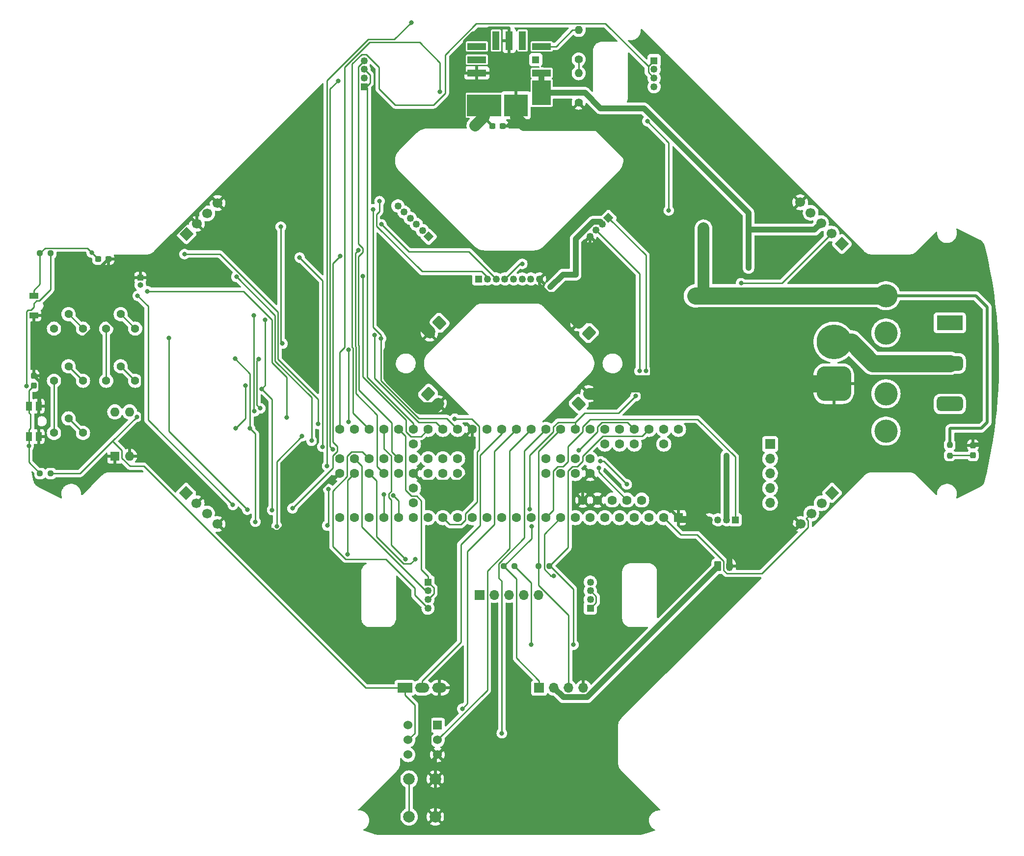
<source format=gbl>
G04 #@! TF.GenerationSoftware,KiCad,Pcbnew,(6.0.1)*
G04 #@! TF.CreationDate,2022-02-25T12:40:39+09:00*
G04 #@! TF.ProjectId,main20220221,6d61696e-3230-4323-9230-3232312e6b69,rev?*
G04 #@! TF.SameCoordinates,Original*
G04 #@! TF.FileFunction,Copper,L2,Bot*
G04 #@! TF.FilePolarity,Positive*
%FSLAX46Y46*%
G04 Gerber Fmt 4.6, Leading zero omitted, Abs format (unit mm)*
G04 Created by KiCad (PCBNEW (6.0.1)) date 2022-02-25 12:40:39*
%MOMM*%
%LPD*%
G01*
G04 APERTURE LIST*
G04 Aperture macros list*
%AMRoundRect*
0 Rectangle with rounded corners*
0 $1 Rounding radius*
0 $2 $3 $4 $5 $6 $7 $8 $9 X,Y pos of 4 corners*
0 Add a 4 corners polygon primitive as box body*
4,1,4,$2,$3,$4,$5,$6,$7,$8,$9,$2,$3,0*
0 Add four circle primitives for the rounded corners*
1,1,$1+$1,$2,$3*
1,1,$1+$1,$4,$5*
1,1,$1+$1,$6,$7*
1,1,$1+$1,$8,$9*
0 Add four rect primitives between the rounded corners*
20,1,$1+$1,$2,$3,$4,$5,0*
20,1,$1+$1,$4,$5,$6,$7,0*
20,1,$1+$1,$6,$7,$8,$9,0*
20,1,$1+$1,$8,$9,$2,$3,0*%
%AMHorizOval*
0 Thick line with rounded ends*
0 $1 width*
0 $2 $3 position (X,Y) of the first rounded end (center of the circle)*
0 $4 $5 position (X,Y) of the second rounded end (center of the circle)*
0 Add line between two ends*
20,1,$1,$2,$3,$4,$5,0*
0 Add two circle primitives to create the rounded ends*
1,1,$1,$2,$3*
1,1,$1,$4,$5*%
%AMRotRect*
0 Rectangle, with rotation*
0 The origin of the aperture is its center*
0 $1 length*
0 $2 width*
0 $3 Rotation angle, in degrees counterclockwise*
0 Add horizontal line*
21,1,$1,$2,0,0,$3*%
G04 Aperture macros list end*
G04 #@! TA.AperFunction,ComponentPad*
%ADD10C,1.400000*%
G04 #@! TD*
G04 #@! TA.AperFunction,ComponentPad*
%ADD11O,1.400000X1.400000*%
G04 #@! TD*
G04 #@! TA.AperFunction,ComponentPad*
%ADD12R,1.250000X1.250000*%
G04 #@! TD*
G04 #@! TA.AperFunction,ComponentPad*
%ADD13C,1.250000*%
G04 #@! TD*
G04 #@! TA.AperFunction,ComponentPad*
%ADD14R,1.700000X1.700000*%
G04 #@! TD*
G04 #@! TA.AperFunction,ComponentPad*
%ADD15O,1.700000X1.700000*%
G04 #@! TD*
G04 #@! TA.AperFunction,ComponentPad*
%ADD16R,1.600000X1.600000*%
G04 #@! TD*
G04 #@! TA.AperFunction,ComponentPad*
%ADD17O,1.600000X1.600000*%
G04 #@! TD*
G04 #@! TA.AperFunction,ComponentPad*
%ADD18R,2.500000X1.700000*%
G04 #@! TD*
G04 #@! TA.AperFunction,ComponentPad*
%ADD19O,2.500000X1.700000*%
G04 #@! TD*
G04 #@! TA.AperFunction,ComponentPad*
%ADD20C,1.431000*%
G04 #@! TD*
G04 #@! TA.AperFunction,ComponentPad*
%ADD21RoundRect,0.250000X-0.954594X-0.106066X-0.106066X-0.954594X0.954594X0.106066X0.106066X0.954594X0*%
G04 #@! TD*
G04 #@! TA.AperFunction,ComponentPad*
%ADD22HorizOval,1.700000X-0.106066X-0.106066X0.106066X0.106066X0*%
G04 #@! TD*
G04 #@! TA.AperFunction,ComponentPad*
%ADD23RoundRect,0.250000X0.106066X-0.954594X0.954594X-0.106066X-0.106066X0.954594X-0.954594X0.106066X0*%
G04 #@! TD*
G04 #@! TA.AperFunction,ComponentPad*
%ADD24HorizOval,1.700000X-0.106066X0.106066X0.106066X-0.106066X0*%
G04 #@! TD*
G04 #@! TA.AperFunction,ComponentPad*
%ADD25RoundRect,0.250000X-0.106066X0.954594X-0.954594X0.106066X0.106066X-0.954594X0.954594X-0.106066X0*%
G04 #@! TD*
G04 #@! TA.AperFunction,ComponentPad*
%ADD26C,4.000000*%
G04 #@! TD*
G04 #@! TA.AperFunction,ComponentPad*
%ADD27R,1.000000X1.000000*%
G04 #@! TD*
G04 #@! TA.AperFunction,ComponentPad*
%ADD28O,1.000000X1.000000*%
G04 #@! TD*
G04 #@! TA.AperFunction,ComponentPad*
%ADD29RoundRect,0.250000X-0.350000X-0.625000X0.350000X-0.625000X0.350000X0.625000X-0.350000X0.625000X0*%
G04 #@! TD*
G04 #@! TA.AperFunction,ComponentPad*
%ADD30O,1.200000X1.750000*%
G04 #@! TD*
G04 #@! TA.AperFunction,ComponentPad*
%ADD31RoundRect,0.631000X-1.631000X-0.631000X1.631000X-0.631000X1.631000X0.631000X-1.631000X0.631000X0*%
G04 #@! TD*
G04 #@! TA.AperFunction,ComponentPad*
%ADD32R,4.524000X2.524000*%
G04 #@! TD*
G04 #@! TA.AperFunction,ComponentPad*
%ADD33R,1.251000X1.251000*%
G04 #@! TD*
G04 #@! TA.AperFunction,ComponentPad*
%ADD34C,1.251000*%
G04 #@! TD*
G04 #@! TA.AperFunction,ComponentPad*
%ADD35C,2.000000*%
G04 #@! TD*
G04 #@! TA.AperFunction,ComponentPad*
%ADD36RoundRect,1.500000X1.500000X-1.500000X1.500000X1.500000X-1.500000X1.500000X-1.500000X-1.500000X0*%
G04 #@! TD*
G04 #@! TA.AperFunction,ComponentPad*
%ADD37C,6.000000*%
G04 #@! TD*
G04 #@! TA.AperFunction,ComponentPad*
%ADD38R,1.524000X1.524000*%
G04 #@! TD*
G04 #@! TA.AperFunction,ComponentPad*
%ADD39C,1.524000*%
G04 #@! TD*
G04 #@! TA.AperFunction,ComponentPad*
%ADD40RoundRect,0.250000X0.954594X0.106066X0.106066X0.954594X-0.954594X-0.106066X-0.106066X-0.954594X0*%
G04 #@! TD*
G04 #@! TA.AperFunction,ComponentPad*
%ADD41HorizOval,1.700000X0.106066X0.106066X-0.106066X-0.106066X0*%
G04 #@! TD*
G04 #@! TA.AperFunction,ComponentPad*
%ADD42RotRect,1.251000X1.251000X225.000000*%
G04 #@! TD*
G04 #@! TA.AperFunction,ComponentPad*
%ADD43RotRect,1.251000X1.251000X135.000000*%
G04 #@! TD*
G04 #@! TA.AperFunction,ComponentPad*
%ADD44RotRect,1.700000X1.700000X225.000000*%
G04 #@! TD*
G04 #@! TA.AperFunction,ComponentPad*
%ADD45HorizOval,1.700000X0.000000X0.000000X0.000000X0.000000X0*%
G04 #@! TD*
G04 #@! TA.AperFunction,SMDPad,CuDef*
%ADD46RoundRect,0.237500X-0.300000X-0.237500X0.300000X-0.237500X0.300000X0.237500X-0.300000X0.237500X0*%
G04 #@! TD*
G04 #@! TA.AperFunction,SMDPad,CuDef*
%ADD47RoundRect,0.237500X-0.237500X0.300000X-0.237500X-0.300000X0.237500X-0.300000X0.237500X0.300000X0*%
G04 #@! TD*
G04 #@! TA.AperFunction,SMDPad,CuDef*
%ADD48RoundRect,0.237500X0.250000X0.237500X-0.250000X0.237500X-0.250000X-0.237500X0.250000X-0.237500X0*%
G04 #@! TD*
G04 #@! TA.AperFunction,SMDPad,CuDef*
%ADD49R,1.000000X1.550000*%
G04 #@! TD*
G04 #@! TA.AperFunction,ComponentPad*
%ADD50C,1.600000*%
G04 #@! TD*
G04 #@! TA.AperFunction,SMDPad,CuDef*
%ADD51RoundRect,0.237500X-0.237500X0.250000X-0.237500X-0.250000X0.237500X-0.250000X0.237500X0.250000X0*%
G04 #@! TD*
G04 #@! TA.AperFunction,SMDPad,CuDef*
%ADD52R,1.600000X1.050000*%
G04 #@! TD*
G04 #@! TA.AperFunction,ComponentPad*
%ADD53RotRect,1.700000X1.700000X135.000000*%
G04 #@! TD*
G04 #@! TA.AperFunction,ComponentPad*
%ADD54HorizOval,1.700000X0.000000X0.000000X0.000000X0.000000X0*%
G04 #@! TD*
G04 #@! TA.AperFunction,ComponentPad*
%ADD55RotRect,1.700000X1.700000X45.000000*%
G04 #@! TD*
G04 #@! TA.AperFunction,ComponentPad*
%ADD56HorizOval,1.700000X0.000000X0.000000X0.000000X0.000000X0*%
G04 #@! TD*
G04 #@! TA.AperFunction,SMDPad,CuDef*
%ADD57RoundRect,0.237500X-0.237500X0.287500X-0.237500X-0.287500X0.237500X-0.287500X0.237500X0.287500X0*%
G04 #@! TD*
G04 #@! TA.AperFunction,ComponentPad*
%ADD58RotRect,1.700000X1.700000X315.000000*%
G04 #@! TD*
G04 #@! TA.AperFunction,ComponentPad*
%ADD59HorizOval,1.700000X0.000000X0.000000X0.000000X0.000000X0*%
G04 #@! TD*
G04 #@! TA.AperFunction,SMDPad,CuDef*
%ADD60R,3.300000X1.270000*%
G04 #@! TD*
G04 #@! TA.AperFunction,SMDPad,CuDef*
%ADD61R,5.890000X3.810000*%
G04 #@! TD*
G04 #@! TA.AperFunction,SMDPad,CuDef*
%ADD62R,4.120000X3.830000*%
G04 #@! TD*
G04 #@! TA.AperFunction,SMDPad,CuDef*
%ADD63R,3.300000X4.320000*%
G04 #@! TD*
G04 #@! TA.AperFunction,SMDPad,CuDef*
%ADD64R,1.270000X3.300000*%
G04 #@! TD*
G04 #@! TA.AperFunction,SMDPad,CuDef*
%ADD65R,1.270000X1.270000*%
G04 #@! TD*
G04 #@! TA.AperFunction,ViaPad*
%ADD66C,0.800000*%
G04 #@! TD*
G04 #@! TA.AperFunction,Conductor*
%ADD67C,2.000000*%
G04 #@! TD*
G04 #@! TA.AperFunction,Conductor*
%ADD68C,1.000000*%
G04 #@! TD*
G04 #@! TA.AperFunction,Conductor*
%ADD69C,0.500000*%
G04 #@! TD*
G04 #@! TA.AperFunction,Conductor*
%ADD70C,3.000000*%
G04 #@! TD*
G04 #@! TA.AperFunction,Conductor*
%ADD71C,0.250000*%
G04 #@! TD*
G04 APERTURE END LIST*
D10*
X147000000Y-45000000D03*
D11*
X147000000Y-39920000D03*
D12*
X129750000Y-75425000D03*
D13*
X131250000Y-75425000D03*
X132750000Y-75425000D03*
X134250000Y-75425000D03*
X135750000Y-75425000D03*
X137250000Y-75425000D03*
X138750000Y-75425000D03*
X140250000Y-75425000D03*
D14*
X140190000Y-146000000D03*
D15*
X142730000Y-146000000D03*
X145270000Y-146000000D03*
X147810000Y-146000000D03*
D16*
X67000000Y-106000000D03*
D17*
X69540000Y-106000000D03*
X69540000Y-98380000D03*
X67000000Y-98380000D03*
D18*
X117000000Y-146000000D03*
D19*
X120000000Y-146000000D03*
X123000000Y-146000000D03*
D20*
X56500000Y-84000000D03*
X59000000Y-81500000D03*
X61500000Y-84000000D03*
D21*
X121000000Y-95232200D03*
D22*
X122767767Y-96999967D03*
D23*
X147000000Y-97000000D03*
D24*
X148767767Y-95232233D03*
D25*
X123000000Y-83000000D03*
D24*
X121232233Y-84767767D03*
D12*
X174000000Y-117000000D03*
D13*
X172500000Y-117000000D03*
X171000000Y-117000000D03*
X169500000Y-117000000D03*
D26*
X200000000Y-84754000D03*
X200000000Y-95246000D03*
X200000000Y-78316000D03*
X200000000Y-101684000D03*
D27*
X71374000Y-75184000D03*
D28*
X71374000Y-76454000D03*
D29*
X171000000Y-125000000D03*
D30*
X173000000Y-125000000D03*
D31*
X211000000Y-97000000D03*
D32*
X211000000Y-83000000D03*
D31*
X211000000Y-90000000D03*
D33*
X110000000Y-42250000D03*
D34*
X110000000Y-40750000D03*
X110000000Y-39250000D03*
X110000000Y-37750000D03*
D20*
X65500000Y-93000000D03*
X68000000Y-90500000D03*
X70500000Y-93000000D03*
D10*
X147000000Y-37540000D03*
D11*
X147000000Y-32460000D03*
D35*
X117750000Y-161750000D03*
X117750000Y-168250000D03*
X122250000Y-168250000D03*
X122250000Y-161750000D03*
D36*
X191000000Y-93500000D03*
D37*
X191000000Y-86300000D03*
D33*
X121000000Y-127750000D03*
D34*
X121000000Y-129250000D03*
X121000000Y-130750000D03*
X121000000Y-132250000D03*
D20*
X65500000Y-84000000D03*
X68000000Y-81500000D03*
X70500000Y-84000000D03*
X56500000Y-93000000D03*
X59000000Y-90500000D03*
X61500000Y-93000000D03*
D14*
X129925000Y-130000000D03*
D15*
X132465000Y-130000000D03*
X135005000Y-130000000D03*
X137545000Y-130000000D03*
X140085000Y-130000000D03*
D38*
X122645000Y-152460000D03*
D39*
X122645000Y-155000000D03*
X122645000Y-157540000D03*
X117565000Y-152460000D03*
X117565000Y-155000000D03*
X117565000Y-157540000D03*
D40*
X148767800Y-84767800D03*
D41*
X147000033Y-83000033D03*
D20*
X56500000Y-102000000D03*
X59000000Y-99500000D03*
X61500000Y-102000000D03*
D42*
X152121290Y-64878710D03*
D34*
X151060630Y-65939370D03*
X149999970Y-67000030D03*
X148939310Y-68060690D03*
D33*
X160000000Y-37750000D03*
D34*
X160000000Y-39250000D03*
X160000000Y-40750000D03*
X160000000Y-42250000D03*
D43*
X121121300Y-68121300D03*
D34*
X120060640Y-67060640D03*
X118999980Y-65999980D03*
X117939319Y-64939319D03*
X116878659Y-63878659D03*
X115817999Y-62817999D03*
D33*
X149000000Y-132250000D03*
D34*
X149000000Y-130750000D03*
X149000000Y-129250000D03*
X149000000Y-127750000D03*
D44*
X79295300Y-112330700D03*
D45*
X81091351Y-114126751D03*
X82887402Y-115922802D03*
X84683454Y-117718854D03*
D46*
X64137500Y-72000000D03*
X65862500Y-72000000D03*
D47*
X53000000Y-92137500D03*
X53000000Y-93862500D03*
D14*
X180000000Y-103925000D03*
D15*
X180000000Y-106465000D03*
X180000000Y-109005000D03*
X180000000Y-111545000D03*
X180000000Y-114085000D03*
D48*
X55912500Y-109000000D03*
X54087500Y-109000000D03*
X135912500Y-125000000D03*
X134087500Y-125000000D03*
D49*
X52150000Y-97375000D03*
X52150000Y-102625000D03*
X53850000Y-97375000D03*
X53850000Y-102625000D03*
D46*
X132137500Y-49000000D03*
X133862500Y-49000000D03*
D48*
X141912500Y-125000000D03*
X140087500Y-125000000D03*
D16*
X164210000Y-116620000D03*
D50*
X161670000Y-116620000D03*
X159130000Y-116620000D03*
X156590000Y-116620000D03*
X154050000Y-116620000D03*
X151510000Y-116620000D03*
X148970000Y-116620000D03*
X146430000Y-116620000D03*
X143890000Y-116620000D03*
X141350000Y-116620000D03*
X138810000Y-116620000D03*
X136270000Y-116620000D03*
X133730000Y-116620000D03*
X131190000Y-116620000D03*
X128650000Y-116620000D03*
X126110000Y-116620000D03*
X123570000Y-116620000D03*
X121030000Y-116620000D03*
X118490000Y-116620000D03*
X115950000Y-116620000D03*
X113410000Y-116620000D03*
X110870000Y-116620000D03*
X108330000Y-116620000D03*
X105790000Y-116620000D03*
X118490000Y-114080000D03*
X118490000Y-111540000D03*
X118490000Y-109000000D03*
X118490000Y-106460000D03*
X118490000Y-103920000D03*
X105790000Y-101380000D03*
X108330000Y-101380000D03*
X110870000Y-101380000D03*
X113410000Y-101380000D03*
X115950000Y-101380000D03*
X118490000Y-101380000D03*
X121030000Y-101380000D03*
X123570000Y-101380000D03*
X126110000Y-101380000D03*
X128650000Y-101380000D03*
X131190000Y-101380000D03*
X133730000Y-101380000D03*
X136270000Y-101380000D03*
X138810000Y-101380000D03*
X141350000Y-101380000D03*
X143890000Y-101380000D03*
X146430000Y-101380000D03*
X148970000Y-101380000D03*
X151510000Y-101380000D03*
X154050000Y-101380000D03*
X156590000Y-101380000D03*
X159130000Y-101380000D03*
X161670000Y-101380000D03*
X164210000Y-101380000D03*
X161670000Y-103920000D03*
X156590000Y-103920000D03*
X154050000Y-103920000D03*
X151510000Y-103920000D03*
X157860000Y-113620000D03*
X155320000Y-113620000D03*
X152780000Y-113620000D03*
X150240000Y-113620000D03*
X147700000Y-113620000D03*
X148970000Y-109000000D03*
X146430000Y-109000000D03*
X143890000Y-109000000D03*
X141350000Y-109000000D03*
X126110000Y-109000000D03*
X123570000Y-109000000D03*
X121030000Y-109000000D03*
X115950000Y-109000000D03*
X113410000Y-109000000D03*
X110870000Y-109000000D03*
X108330000Y-109000000D03*
X105790000Y-109000000D03*
X105790000Y-106460000D03*
X108330000Y-106460000D03*
X110870000Y-106460000D03*
X113410000Y-106460000D03*
X115950000Y-106460000D03*
X121030000Y-106460000D03*
X123570000Y-106460000D03*
X126110000Y-106460000D03*
X141350000Y-106460000D03*
X143890000Y-106460000D03*
X146430000Y-106460000D03*
X148970000Y-106460000D03*
D51*
X211000000Y-104087500D03*
X211000000Y-105912500D03*
D52*
X53000000Y-78300000D03*
X53000000Y-81700000D03*
D53*
X190704700Y-112330700D03*
D54*
X188908649Y-114126751D03*
X187112598Y-115922802D03*
X185316546Y-117718854D03*
D55*
X192388200Y-69388200D03*
D56*
X190592149Y-67592149D03*
X188796098Y-65796098D03*
X187000046Y-64000046D03*
X185203995Y-62203995D03*
D57*
X215000000Y-104125000D03*
X215000000Y-105875000D03*
D48*
X55912500Y-71000000D03*
X54087500Y-71000000D03*
D58*
X79330700Y-67704700D03*
D59*
X81126751Y-65908649D03*
X82922802Y-64112598D03*
X84718854Y-62316546D03*
D60*
X129422000Y-39873000D03*
D61*
X130693000Y-45457000D03*
D62*
X136154000Y-45457000D03*
D63*
X140599000Y-43298000D03*
D60*
X140602000Y-39873000D03*
X140602000Y-35293000D03*
D64*
X135017000Y-34278000D03*
X132727000Y-34278000D03*
D60*
X129422000Y-35293000D03*
X129422000Y-37583000D03*
D65*
X139587000Y-37583000D03*
D64*
X137297000Y-34278000D03*
D66*
X130744000Y-32913500D03*
X94911100Y-118105500D03*
X99258700Y-102568400D03*
X52150000Y-104263600D03*
X143504000Y-43298000D03*
X146460500Y-74680900D03*
X142115800Y-76842000D03*
X172466000Y-105918000D03*
X176276000Y-73533000D03*
X170180000Y-78359000D03*
X129159000Y-48990500D03*
X168529000Y-66675000D03*
X167132000Y-78359000D03*
X168572000Y-78316000D03*
X118806900Y-123766300D03*
X117125300Y-123766300D03*
X107139500Y-122965100D03*
X105489900Y-41225300D03*
X104604800Y-104844900D03*
X174998400Y-76155000D03*
X103604200Y-107709200D03*
X118109300Y-31161800D03*
X158582300Y-91311300D03*
X156804100Y-95647100D03*
X138850400Y-118124900D03*
X138572600Y-115163600D03*
X108992400Y-70486800D03*
X158824300Y-48195200D03*
X162523900Y-63600400D03*
X157490600Y-91319300D03*
X138814900Y-138558600D03*
X70769500Y-99227600D03*
X146075600Y-138558600D03*
X51794100Y-93917700D03*
X112655900Y-62000000D03*
X112953100Y-66000000D03*
X102023700Y-100434000D03*
X62999600Y-70862100D03*
X79015200Y-71137200D03*
X142681700Y-126693100D03*
X111768000Y-85098100D03*
X112895400Y-85694300D03*
X111511800Y-63415100D03*
X109761400Y-74922000D03*
X150752800Y-106896500D03*
X95895600Y-86590200D03*
X107267800Y-87651800D03*
X95620500Y-66412600D03*
X155284100Y-110863900D03*
X107267800Y-100091900D03*
X137262300Y-72819700D03*
X102815800Y-104373400D03*
X98867500Y-71733700D03*
X150444800Y-108082300D03*
X87748400Y-89214100D03*
X91229000Y-117330100D03*
X90296500Y-101234900D03*
X125617100Y-99548900D03*
X103809800Y-111688100D03*
X91810800Y-89226000D03*
X92076300Y-97752700D03*
X103630300Y-117974800D03*
X92286000Y-94403400D03*
X92934200Y-82458100D03*
X94119500Y-115303900D03*
X91073000Y-98251800D03*
X90997700Y-81702600D03*
X115022000Y-112793900D03*
X113410000Y-112591800D03*
X123087500Y-43138600D03*
X126907100Y-149616700D03*
X133734800Y-153839200D03*
X96669400Y-99316600D03*
X72615600Y-77555700D03*
X70929400Y-78331000D03*
X87340800Y-114418900D03*
X76301300Y-85611500D03*
X89826800Y-115236700D03*
X147037700Y-104983800D03*
X100921300Y-103350100D03*
X87957700Y-75058100D03*
X87845600Y-101218900D03*
X89519700Y-93800700D03*
X105831200Y-71501000D03*
X97643200Y-115016300D03*
D67*
X151765000Y-81153000D02*
X148847000Y-81153000D01*
D68*
X172974000Y-121358000D02*
X172974000Y-122301000D01*
D69*
X104624600Y-109600200D02*
X105189800Y-109600200D01*
D67*
X148768000Y-95232200D02*
X154196000Y-95232200D01*
X160274000Y-93472000D02*
X160274000Y-58836000D01*
D68*
X176149000Y-118125400D02*
X176149000Y-118183000D01*
D69*
X127271700Y-34383600D02*
X127271700Y-39873000D01*
D68*
X172974000Y-122301000D02*
X173000000Y-122327000D01*
D67*
X136154000Y-47508000D02*
X136154000Y-46000000D01*
D69*
X71742000Y-88504500D02*
X71742000Y-102497700D01*
X85638300Y-118673600D02*
X94206000Y-118673600D01*
X69540000Y-106000000D02*
X69540000Y-104699700D01*
D67*
X142704000Y-78704000D02*
X147000000Y-83000000D01*
D69*
X53850000Y-98012600D02*
X54048800Y-97813800D01*
X71374000Y-73751800D02*
X71374000Y-75184000D01*
X56162500Y-81700000D02*
X65862500Y-72000000D01*
D67*
X150333000Y-48895000D02*
X149072100Y-48895000D01*
D69*
X53467400Y-100967100D02*
X53467400Y-99032900D01*
D70*
X191000000Y-93500000D02*
X190972000Y-93472000D01*
D69*
X53850000Y-97375000D02*
X53850000Y-98012600D01*
X118490000Y-109000000D02*
X119817200Y-110327200D01*
X98543500Y-115746400D02*
X98543500Y-115681300D01*
D67*
X114300000Y-87884000D02*
X119444000Y-82740500D01*
D69*
X94538200Y-119005800D02*
X95284100Y-119005800D01*
X121371300Y-148979000D02*
X123000000Y-147350300D01*
X128650000Y-108324000D02*
X128650000Y-101380000D01*
D67*
X137541000Y-48895000D02*
X136154000Y-47508000D01*
D69*
X191000000Y-93500000D02*
X191000000Y-101084000D01*
D67*
X149072100Y-48895000D02*
X137541000Y-48895000D01*
D69*
X148767800Y-95232200D02*
X148768000Y-95232200D01*
D67*
X122767900Y-97000100D02*
X122081000Y-97686300D01*
X155575000Y-93472000D02*
X155575000Y-84963000D01*
D69*
X105189800Y-109600200D02*
X105790000Y-109000000D01*
X191000000Y-101084000D02*
X198247000Y-108331000D01*
X122250000Y-157935000D02*
X122250000Y-161750000D01*
X129422000Y-39873000D02*
X127271700Y-39873000D01*
X149072100Y-47072100D02*
X149072100Y-48895000D01*
D70*
X176149000Y-93472000D02*
X160274000Y-93472000D01*
D69*
X84683500Y-117718900D02*
X85638300Y-118673600D01*
X130744000Y-32913500D02*
X128741800Y-32913500D01*
D68*
X169500000Y-117884000D02*
X172974000Y-121358000D01*
D69*
X122645000Y-157540000D02*
X121371300Y-156266300D01*
D67*
X119444000Y-82740500D02*
X123480000Y-78704000D01*
X114300000Y-92456000D02*
X114300000Y-87884000D01*
D70*
X160274000Y-93472000D02*
X155575000Y-93472000D01*
D69*
X80172000Y-64953800D02*
X71374000Y-73751800D01*
X133862500Y-49000000D02*
X134662000Y-49000000D01*
X98543500Y-115681300D02*
X104624600Y-109600200D01*
X198247000Y-108331000D02*
X216916000Y-108331000D01*
D67*
X142563100Y-78704000D02*
X142704000Y-78704000D01*
D69*
X119817200Y-110327200D02*
X126646800Y-110327200D01*
X121371300Y-156266300D02*
X121371300Y-148979000D01*
D67*
X122768000Y-97000000D02*
X122767900Y-97000100D01*
X123480000Y-78704000D02*
X142563100Y-78704000D01*
D69*
X122250000Y-161750000D02*
X122250000Y-168250000D01*
X140250000Y-75425000D02*
X140250000Y-76390900D01*
X140250000Y-76390900D02*
X142563100Y-78704000D01*
X65552700Y-80005000D02*
X70373700Y-75184000D01*
X53467400Y-99032900D02*
X53850000Y-98650300D01*
X123000000Y-146000000D02*
X123000000Y-147350300D01*
X216281000Y-103886000D02*
X215239000Y-103886000D01*
X54048800Y-93186300D02*
X64919900Y-82315200D01*
X151666000Y-115046000D02*
X162636000Y-115046000D01*
X95284100Y-119005800D02*
X98543500Y-115746400D01*
D67*
X148847000Y-81153000D02*
X147000000Y-83000000D01*
D69*
X122767800Y-97000000D02*
X122767900Y-97000100D01*
X71374000Y-75184000D02*
X70373700Y-75184000D01*
X64919900Y-82315200D02*
X65552700Y-82315200D01*
X131529800Y-32127700D02*
X130744000Y-32913500D01*
X185316500Y-117718900D02*
X184361800Y-118673600D01*
X128741800Y-32913500D02*
X127271700Y-34383600D01*
X150240000Y-113620000D02*
X151666000Y-115046000D01*
X54048800Y-97813800D02*
X54048800Y-93186300D01*
D68*
X164590000Y-117000000D02*
X164210000Y-116620000D01*
D69*
X122645000Y-157540000D02*
X122250000Y-157935000D01*
X183813500Y-118125400D02*
X176149000Y-118125400D01*
D67*
X155575000Y-93853000D02*
X155575000Y-93472000D01*
D69*
X71742000Y-102497700D02*
X69540000Y-104699700D01*
D68*
X169500000Y-117000000D02*
X169500000Y-117884000D01*
X173000000Y-122327000D02*
X173000000Y-125000000D01*
D67*
X160274000Y-58836000D02*
X150333000Y-48895000D01*
D68*
X169500000Y-117000000D02*
X164590000Y-117000000D01*
D69*
X147000000Y-45000000D02*
X149072100Y-47072100D01*
X53000000Y-81700000D02*
X56162500Y-81700000D01*
X53000000Y-81700000D02*
X53000000Y-92137500D01*
D68*
X176149000Y-93472000D02*
X176149000Y-118125400D01*
D69*
X184361800Y-118673600D02*
X183813500Y-118125400D01*
X81126800Y-65908600D02*
X80172000Y-64953800D01*
X53850000Y-101349700D02*
X53467400Y-100967100D01*
D67*
X155575000Y-84963000D02*
X151765000Y-81153000D01*
D69*
X94206000Y-118673600D02*
X94538200Y-119005800D01*
X216916000Y-108331000D02*
X216916000Y-104521000D01*
X121232200Y-84767800D02*
X121232000Y-84767800D01*
X81126800Y-63999000D02*
X81126800Y-65908600D01*
X65552700Y-82315200D02*
X71742000Y-88504500D01*
X134662000Y-49000000D02*
X136154000Y-47508000D01*
X135017000Y-32127700D02*
X131529800Y-32127700D01*
X135017000Y-34278000D02*
X135017000Y-32127700D01*
X53850000Y-98012600D02*
X53850000Y-98650300D01*
X147700000Y-110270000D02*
X147700000Y-113620000D01*
X65552700Y-82315200D02*
X65552700Y-80005000D01*
X148939300Y-68060700D02*
X148939300Y-81060700D01*
X126646800Y-110327200D02*
X128650000Y-108324000D01*
X148939300Y-81060700D02*
X148847000Y-81153000D01*
D70*
X190972000Y-93472000D02*
X176149000Y-93472000D01*
D67*
X154196000Y-95232200D02*
X155575000Y-93853000D01*
D69*
X84718900Y-62316500D02*
X83764100Y-61361700D01*
D67*
X119530000Y-97686300D02*
X114300000Y-92456000D01*
D68*
X176149000Y-118183000D02*
X172974000Y-121358000D01*
D69*
X215239000Y-103886000D02*
X215000000Y-104125000D01*
D67*
X122081000Y-97686300D02*
X119530000Y-97686300D01*
D69*
X83764100Y-61361700D02*
X81126800Y-63999000D01*
D67*
X121232000Y-84529200D02*
X119444000Y-82740500D01*
D69*
X216916000Y-104521000D02*
X216281000Y-103886000D01*
X162636000Y-115046000D02*
X164210000Y-116620000D01*
X54048800Y-93186300D02*
X53000000Y-92137500D01*
X148970000Y-109000000D02*
X147700000Y-110270000D01*
X53850000Y-102625000D02*
X53850000Y-101349700D01*
D71*
X52150000Y-107062500D02*
X52150000Y-104263600D01*
X52150000Y-104263600D02*
X52150000Y-102625000D01*
X52150000Y-97950100D02*
X52150000Y-97375000D01*
X54087500Y-109000000D02*
X52150000Y-107062500D01*
X52444700Y-98820000D02*
X52150000Y-98525300D01*
X52150000Y-94712500D02*
X53000000Y-93862500D01*
X52150000Y-101474700D02*
X52444700Y-101180000D01*
X52150000Y-97950100D02*
X52150000Y-98525300D01*
X52150000Y-102625000D02*
X52150000Y-101474700D01*
X52444700Y-101180000D02*
X52444700Y-98820000D01*
X94911100Y-118105500D02*
X94911100Y-106916000D01*
X94911100Y-106916000D02*
X99258700Y-102568400D01*
X52150000Y-97375000D02*
X52150000Y-94712500D01*
D68*
X144276900Y-74680900D02*
X142115800Y-76842000D01*
X150695800Y-65574600D02*
X149437100Y-65574600D01*
X142051500Y-43298000D02*
X141325300Y-43298000D01*
X148073000Y-43298000D02*
X143504000Y-43298000D01*
X140602000Y-39873000D02*
X140602000Y-43295000D01*
X140962200Y-43298000D02*
X140780600Y-43298000D01*
X150749000Y-45974000D02*
X148073000Y-43298000D01*
X171000000Y-125083100D02*
X171000000Y-125000000D01*
X140602000Y-43295000D02*
X140599000Y-43298000D01*
X176276000Y-73533000D02*
X176276000Y-66927700D01*
X158242000Y-45974000D02*
X150749000Y-45974000D01*
X176276000Y-66927700D02*
X176276000Y-64008000D01*
X143504000Y-43298000D02*
X142051500Y-43298000D01*
X172500000Y-105952000D02*
X172466000Y-105918000D01*
X176276000Y-64008000D02*
X158242000Y-45974000D01*
X172500000Y-117000000D02*
X172500000Y-105952000D01*
X140780600Y-43298000D02*
X140599000Y-43298000D01*
X141325300Y-43298000D02*
X140962200Y-43298000D01*
X144348400Y-147618400D02*
X148464700Y-147618400D01*
X151060600Y-65939400D02*
X150695800Y-65574600D01*
X187664500Y-66927700D02*
X176276000Y-66927700D01*
X146460500Y-74680900D02*
X144276900Y-74680900D01*
X146460500Y-68551200D02*
X146460500Y-74680900D01*
X148464700Y-147618400D02*
X171000000Y-125083100D01*
X188796100Y-65796100D02*
X187664500Y-66927700D01*
X149437100Y-65574600D02*
X146460500Y-68551200D01*
X142730000Y-146000000D02*
X144348400Y-147618400D01*
D71*
X211037500Y-105875000D02*
X211000000Y-105912500D01*
X211238000Y-106150500D02*
X211000000Y-105912500D01*
X211349500Y-106150500D02*
X211238000Y-106150500D01*
X215000000Y-105875000D02*
X211037500Y-105875000D01*
D69*
X217424000Y-100203000D02*
X216408000Y-101219000D01*
X215476000Y-78316000D02*
X217424000Y-80264000D01*
X211074000Y-101219000D02*
X211000000Y-101293000D01*
X211000000Y-101293000D02*
X211000000Y-104087500D01*
D70*
X167175000Y-78316000D02*
X167132000Y-78359000D01*
D67*
X168529000Y-78273000D02*
X168572000Y-78316000D01*
D70*
X200000000Y-78316000D02*
X168572000Y-78316000D01*
D69*
X200000000Y-78316000D02*
X215476000Y-78316000D01*
D67*
X168529000Y-66675000D02*
X168529000Y-78273000D01*
D70*
X168572000Y-78316000D02*
X167175000Y-78316000D01*
D69*
X217424000Y-80264000D02*
X217424000Y-100203000D01*
X211000000Y-104087500D02*
X211000000Y-104088000D01*
X216408000Y-101219000D02*
X211074000Y-101219000D01*
D67*
X130693000Y-47456500D02*
X130693000Y-46000000D01*
X129159000Y-48990500D02*
X130693000Y-47456500D01*
D69*
X130693000Y-47555500D02*
X130693000Y-47456500D01*
X132137500Y-49000000D02*
X130693000Y-47555500D01*
D71*
X118004900Y-124568300D02*
X118806900Y-123766300D01*
X116815600Y-124568300D02*
X118004900Y-124568300D01*
X110870000Y-109000000D02*
X112140000Y-110270000D01*
X112140000Y-119892700D02*
X116815600Y-124568300D01*
X112140000Y-110270000D02*
X112140000Y-119892700D01*
X117130800Y-111888800D02*
X118146600Y-112904600D01*
X121000000Y-127750000D02*
X121000000Y-126749200D01*
X119851700Y-113702100D02*
X119851700Y-125600900D01*
X119054200Y-112904600D02*
X119851700Y-113702100D01*
X122000900Y-128750900D02*
X121000000Y-127750000D01*
X115950000Y-101380000D02*
X117130800Y-102560800D01*
X121000000Y-130750000D02*
X122000900Y-129749100D01*
X119851700Y-125600900D02*
X121000000Y-126749200D01*
X117130800Y-102560800D02*
X117130800Y-111888800D01*
X122000900Y-129749100D02*
X122000900Y-128750900D01*
X118146600Y-112904600D02*
X119054200Y-112904600D01*
X145160200Y-104368400D02*
X145160200Y-106930400D01*
X145160200Y-106930400D02*
X144266000Y-107824600D01*
X167511100Y-99658900D02*
X148966200Y-99658900D01*
X142620000Y-108560700D02*
X142620000Y-115350000D01*
X144266000Y-107824600D02*
X143356100Y-107824600D01*
X147700000Y-101828600D02*
X145160200Y-104368400D01*
X148966200Y-99658900D02*
X147700000Y-100925100D01*
X174000000Y-106147800D02*
X167511100Y-99658900D01*
X174000000Y-117000000D02*
X174000000Y-106147800D01*
X147700000Y-100925100D02*
X147700000Y-101828600D01*
X142620000Y-115350000D02*
X141350000Y-116620000D01*
X143356100Y-107824600D02*
X142620000Y-108560700D01*
X114625800Y-105928500D02*
X114625800Y-112093700D01*
X114246700Y-112472800D02*
X114246700Y-113115000D01*
X149000000Y-132250000D02*
X150014700Y-131235300D01*
X114680000Y-113548300D02*
X114680000Y-121321000D01*
X114625800Y-112093700D02*
X114246700Y-112472800D01*
X113410000Y-101380000D02*
X113410000Y-104712700D01*
X113410000Y-104712700D02*
X114625800Y-105928500D01*
X150014700Y-131235300D02*
X150014700Y-130264700D01*
X114246700Y-113115000D02*
X114680000Y-113548300D01*
X150014700Y-130264700D02*
X149000000Y-129250000D01*
X114680000Y-121321000D02*
X117125300Y-123766300D01*
X107139500Y-110190500D02*
X107139500Y-122965100D01*
X108330000Y-109000000D02*
X107139500Y-110190500D01*
X105489900Y-41225300D02*
X104104500Y-42610700D01*
X104104500Y-42610700D02*
X104104500Y-104344600D01*
X104104500Y-104344600D02*
X104604800Y-104844900D01*
X108986100Y-86858400D02*
X108986100Y-71589600D01*
X108986100Y-38763900D02*
X110000000Y-37750000D01*
X115950000Y-106460000D02*
X114774600Y-105284600D01*
X109767700Y-70165700D02*
X108986100Y-69384100D01*
X114774600Y-105284600D02*
X114774600Y-100295200D01*
X108986100Y-71589600D02*
X109767700Y-70808000D01*
X109767700Y-70808000D02*
X109767700Y-70165700D01*
X109043700Y-94564300D02*
X109043700Y-86916000D01*
X109043700Y-86916000D02*
X108986100Y-86858400D01*
X114774600Y-100295200D02*
X109043700Y-94564300D01*
X108986100Y-69384100D02*
X108986100Y-38763900D01*
X120628000Y-129250000D02*
X121000000Y-129250000D01*
X109600000Y-118222000D02*
X120628000Y-129250000D01*
X109600000Y-107730000D02*
X109600000Y-118222000D01*
X108330000Y-106460000D02*
X109600000Y-107730000D01*
X117750000Y-168250000D02*
X117750000Y-161750000D01*
X182029200Y-76155000D02*
X174998400Y-76155000D01*
X190592100Y-67592100D02*
X182029200Y-76155000D01*
X121000000Y-132250000D02*
X118751100Y-130001100D01*
X118751100Y-128775500D02*
X113738500Y-123762900D01*
X106797100Y-123762900D02*
X104593600Y-121559400D01*
X113738500Y-123762900D02*
X106797100Y-123762900D01*
X109688500Y-105278500D02*
X110870000Y-106460000D01*
X107060000Y-106036000D02*
X107817500Y-105278500D01*
X118751100Y-130001100D02*
X118751100Y-128775500D01*
X104593600Y-112000900D02*
X107060000Y-109534500D01*
X107817500Y-105278500D02*
X109688500Y-105278500D01*
X104593600Y-121559400D02*
X104593600Y-112000900D01*
X107060000Y-109534500D02*
X107060000Y-106036000D01*
X158999100Y-38750900D02*
X160000000Y-37750000D01*
X123983900Y-36730800D02*
X129344200Y-31370500D01*
X151618700Y-31370500D02*
X158999100Y-38750900D01*
X110870000Y-101380000D02*
X108043100Y-98553100D01*
X107929100Y-38318100D02*
X109546100Y-36701100D01*
X110376000Y-36701100D02*
X112592900Y-38918000D01*
X123983900Y-43381000D02*
X123983900Y-36730800D01*
X112592900Y-42612200D02*
X115384300Y-45403600D01*
X108043100Y-87330600D02*
X107929100Y-87216600D01*
X160000000Y-40750000D02*
X158999100Y-39749100D01*
X121961300Y-45403600D02*
X123983900Y-43381000D01*
X107929100Y-87216600D02*
X107929100Y-38318100D01*
X109546100Y-36701100D02*
X110376000Y-36701100D01*
X115384300Y-45403600D02*
X121961300Y-45403600D01*
X158999100Y-39749100D02*
X158999100Y-38750900D01*
X129344200Y-31370500D02*
X151618700Y-31370500D01*
X108043100Y-98553100D02*
X108043100Y-87330600D01*
X112592900Y-38918000D02*
X112592900Y-42612200D01*
X103604200Y-41155000D02*
X103604200Y-107709200D01*
X115192000Y-34079100D02*
X110680100Y-34079100D01*
X118109300Y-31161800D02*
X115192000Y-34079100D01*
X110680100Y-34079100D02*
X103604200Y-41155000D01*
X142620000Y-100979900D02*
X142620000Y-101801600D01*
X142620000Y-101801600D02*
X138572600Y-105849000D01*
X158582300Y-71339700D02*
X158582300Y-91311300D01*
X152121300Y-64878700D02*
X158582300Y-71339700D01*
X134087500Y-125000000D02*
X136274800Y-127187300D01*
X136274800Y-127187300D02*
X136274800Y-140859500D01*
X148021400Y-98583300D02*
X153867900Y-98583300D01*
X136274800Y-140859500D02*
X140190000Y-144774700D01*
X146430000Y-100174700D02*
X143425200Y-100174700D01*
X138572600Y-105849000D02*
X138572600Y-115163600D01*
X146430000Y-101380000D02*
X146430000Y-100174700D01*
X153867900Y-98583300D02*
X156804100Y-95647100D01*
X140190000Y-146000000D02*
X140190000Y-144774700D01*
X138850400Y-118124900D02*
X138850400Y-120237100D01*
X138850400Y-120237100D02*
X134087500Y-125000000D01*
X143425200Y-100174700D02*
X142620000Y-100979900D01*
X146430000Y-100174700D02*
X148021400Y-98583300D01*
X112234600Y-107824600D02*
X112234600Y-98896300D01*
X108543400Y-95205100D02*
X108543400Y-87123300D01*
X108471400Y-71007800D02*
X108992400Y-70486800D01*
X158824300Y-48195200D02*
X162523900Y-51894800D01*
X113410000Y-109000000D02*
X112234600Y-107824600D01*
X108471400Y-87051300D02*
X108471400Y-71007800D01*
X112234600Y-98896300D02*
X108543400Y-95205100D01*
X108543400Y-87123300D02*
X108471400Y-87051300D01*
X162523900Y-51894800D02*
X162523900Y-63600400D01*
X140087500Y-105182500D02*
X140087500Y-125000000D01*
X150000000Y-67000000D02*
X157490600Y-74490600D01*
X140087500Y-125000000D02*
X140087500Y-128261800D01*
X140087500Y-128261800D02*
X145270000Y-133444300D01*
X145270000Y-133444300D02*
X145270000Y-146000000D01*
X157490600Y-74490600D02*
X157490600Y-91319300D01*
X143890000Y-101380000D02*
X140087500Y-105182500D01*
X187112600Y-115922800D02*
X186246200Y-116789200D01*
X186571100Y-117114200D02*
X186571100Y-118260800D01*
X172000600Y-125714800D02*
X172000600Y-124119900D01*
X172000600Y-124119900D02*
X167452500Y-119571800D01*
X164621800Y-119571800D02*
X161670000Y-116620000D01*
X167452500Y-119571800D02*
X164621800Y-119571800D01*
X186571100Y-118260800D02*
X178575000Y-126256900D01*
X178575000Y-126256900D02*
X172542700Y-126256900D01*
X172542700Y-126256900D02*
X172000600Y-125714800D01*
X186246200Y-116789200D02*
X186571100Y-117114200D01*
X53955300Y-79200400D02*
X53474200Y-79200400D01*
X55912500Y-71000000D02*
X55912500Y-77243200D01*
X145896100Y-107824600D02*
X146759300Y-107824600D01*
X118704600Y-148929900D02*
X118704600Y-153860400D01*
X146075600Y-128979100D02*
X142096500Y-125000000D01*
X53474200Y-79200400D02*
X53000000Y-79674600D01*
X66567700Y-103429400D02*
X68175400Y-105037100D01*
X52515200Y-80772700D02*
X52053400Y-80772700D01*
X68175400Y-105037100D02*
X68175400Y-106326600D01*
X117000000Y-146000000D02*
X117000000Y-147225300D01*
X146075600Y-138558600D02*
X146075600Y-128979100D01*
X68175400Y-106326600D02*
X69585300Y-107736500D01*
X145160000Y-108560700D02*
X145896100Y-107824600D01*
X60997100Y-109000000D02*
X55912500Y-109000000D01*
X71964600Y-107736500D02*
X110228100Y-146000000D01*
X70769500Y-99227600D02*
X66567700Y-103429400D01*
X52053400Y-80772700D02*
X51794100Y-81032000D01*
X135912500Y-125000000D02*
X138814900Y-127902400D01*
X141912500Y-125000000D02*
X145160000Y-121752500D01*
X147700000Y-105989400D02*
X151134000Y-102555400D01*
X147700000Y-106883900D02*
X147700000Y-105989400D01*
X157954600Y-102555400D02*
X159130000Y-101380000D01*
X69585300Y-107736500D02*
X71964600Y-107736500D01*
X55912500Y-77243200D02*
X53955300Y-79200400D01*
X118704600Y-153860400D02*
X117565000Y-155000000D01*
X145160000Y-121752500D02*
X145160000Y-108560700D01*
X110228100Y-146000000D02*
X117000000Y-146000000D01*
X51794100Y-81032000D02*
X51794100Y-93917700D01*
X138814900Y-127902400D02*
X138814900Y-138558600D01*
X151134000Y-102555400D02*
X157954600Y-102555400D01*
X53000000Y-80287900D02*
X52515200Y-80772700D01*
X117000000Y-147225300D02*
X118704600Y-148929900D01*
X142096500Y-125000000D02*
X141912500Y-125000000D01*
X66567700Y-103429400D02*
X60997100Y-109000000D01*
X53000000Y-79674600D02*
X53000000Y-80287900D01*
X146759300Y-107824600D02*
X147700000Y-106883900D01*
D70*
X194067000Y-86300000D02*
X197767000Y-90000000D01*
X191000000Y-86300000D02*
X194067000Y-86300000D01*
X197767000Y-90000000D02*
X211000000Y-90000000D01*
D71*
X130255200Y-74133100D02*
X119975800Y-74133100D01*
X112115600Y-66272900D02*
X112115600Y-64315000D01*
X112115600Y-64315000D02*
X112655900Y-63774700D01*
X119975800Y-74133100D02*
X112115600Y-66272900D01*
X131250000Y-75425000D02*
X131250000Y-75127900D01*
X131250000Y-75127900D02*
X130255200Y-74133100D01*
X112655900Y-63774700D02*
X112655900Y-62000000D01*
X117681000Y-70727900D02*
X112953100Y-66000000D01*
X132750000Y-75425000D02*
X128052900Y-70727900D01*
X128052900Y-70727900D02*
X117681000Y-70727900D01*
X65500000Y-84000000D02*
X65500000Y-93000000D01*
X56500000Y-102000000D02*
X56500000Y-93000000D01*
X61500000Y-102000000D02*
X59000000Y-99500000D01*
X70500000Y-93000000D02*
X68000000Y-90500000D01*
X61500000Y-93000000D02*
X59000000Y-90500000D01*
X61500000Y-84000000D02*
X59000000Y-81500000D01*
X70500000Y-84000000D02*
X68000000Y-81500000D01*
X54087500Y-71000000D02*
X54983600Y-70103900D01*
X54983600Y-70103900D02*
X62241400Y-70103900D01*
X95120200Y-89296800D02*
X95120200Y-81124000D01*
X54087500Y-76312200D02*
X54087500Y-71000000D01*
X102023700Y-96200300D02*
X95120200Y-89296800D01*
X62999600Y-70862100D02*
X64137500Y-72000000D01*
X85133400Y-71137200D02*
X79015200Y-71137200D01*
X53000000Y-77399700D02*
X54087500Y-76312200D01*
X62241400Y-70103900D02*
X62999600Y-70862100D01*
X53000000Y-78300000D02*
X53000000Y-77399700D01*
X95120200Y-81124000D02*
X85133400Y-71137200D01*
X102023700Y-100434000D02*
X102023700Y-96200300D01*
X120000000Y-144774700D02*
X126677400Y-138097300D01*
X129991200Y-117932800D02*
X129991200Y-105826400D01*
X126677400Y-121246600D02*
X129991200Y-117932800D01*
X126677400Y-138097300D02*
X126677400Y-121246600D01*
X120000000Y-146000000D02*
X120000000Y-144774700D01*
X129991200Y-105826400D02*
X133730000Y-102087600D01*
X133730000Y-102087600D02*
X133730000Y-101380000D01*
X147000000Y-37540000D02*
X147000000Y-39920000D01*
X138810000Y-101380000D02*
X135082400Y-105107600D01*
X135082400Y-121937800D02*
X131223700Y-125796500D01*
X135082400Y-105107600D02*
X135082400Y-121937800D01*
X131223700Y-125796500D02*
X131223700Y-146421300D01*
X131223700Y-146421300D02*
X122645000Y-155000000D01*
X143091700Y-35293000D02*
X145924700Y-32460000D01*
X140602000Y-35293000D02*
X143091700Y-35293000D01*
X147000000Y-32460000D02*
X145924700Y-32460000D01*
X141043600Y-125514000D02*
X142222700Y-126693100D01*
X143890000Y-116620000D02*
X141043600Y-119466400D01*
X141043600Y-119466400D02*
X141043600Y-125514000D01*
X142222700Y-126693100D02*
X142681700Y-126693100D01*
X119370800Y-100201500D02*
X111768000Y-92598700D01*
X122391500Y-100201500D02*
X119370800Y-100201500D01*
X111768000Y-92598700D02*
X111768000Y-85098100D01*
X123570000Y-101380000D02*
X122391500Y-100201500D01*
X126110000Y-101380000D02*
X124216600Y-99486600D01*
X119366600Y-99486600D02*
X112895400Y-93015400D01*
X112895400Y-85694300D02*
X112895400Y-85129100D01*
X111511800Y-83745500D02*
X111511800Y-63415100D01*
X112895400Y-93015400D02*
X112895400Y-85694300D01*
X112895400Y-85129100D02*
X111511800Y-83745500D01*
X124216600Y-99486600D02*
X119366600Y-99486600D01*
X121030000Y-101380000D02*
X119814800Y-102595200D01*
X119814800Y-102595200D02*
X118042300Y-102595200D01*
X109761400Y-92340800D02*
X109761400Y-74922000D01*
X117220000Y-101772900D02*
X117220000Y-99799400D01*
X118042300Y-102595200D02*
X117220000Y-101772900D01*
X117220000Y-99799400D02*
X109761400Y-92340800D01*
X95620500Y-66412600D02*
X95620500Y-86315100D01*
X107267800Y-87651800D02*
X107267800Y-100091900D01*
X150752800Y-106896500D02*
X151316700Y-106896500D01*
X95620500Y-86315100D02*
X95895600Y-86590200D01*
X151316700Y-106896500D02*
X155284100Y-110863900D01*
X136855300Y-72819700D02*
X134250000Y-75425000D01*
X137262300Y-72819700D02*
X136855300Y-72819700D01*
X102815800Y-75682000D02*
X102815800Y-104373400D01*
X98867500Y-71733700D02*
X102815800Y-75682000D01*
X150444800Y-108744800D02*
X150444800Y-108082300D01*
X155320000Y-113620000D02*
X150444800Y-108744800D01*
X90296500Y-91762200D02*
X87748400Y-89214100D01*
X91229000Y-102167400D02*
X91229000Y-117330100D01*
X90296500Y-101234900D02*
X90296500Y-91762200D01*
X90296500Y-101234900D02*
X91229000Y-102167400D01*
X129844500Y-104911800D02*
X129490800Y-105265500D01*
X129844500Y-100879300D02*
X129844500Y-104911800D01*
X127474600Y-115945200D02*
X127474600Y-117051600D01*
X129490800Y-113929000D02*
X127474600Y-115945200D01*
X124761900Y-117811900D02*
X123570000Y-116620000D01*
X125617100Y-99548900D02*
X128514100Y-99548900D01*
X128514100Y-99548900D02*
X129844500Y-100879300D01*
X127474600Y-117051600D02*
X126714300Y-117811900D01*
X126714300Y-117811900D02*
X124761900Y-117811900D01*
X129490800Y-105265500D02*
X129490800Y-113929000D01*
X91510700Y-89526100D02*
X91810800Y-89226000D01*
X92076300Y-97752700D02*
X91510700Y-97187100D01*
X103809800Y-111688100D02*
X103809800Y-117795300D01*
X103809800Y-117795300D02*
X103630300Y-117974800D01*
X91510700Y-97187100D02*
X91510700Y-89526100D01*
X92934200Y-93755200D02*
X92286000Y-94403400D01*
X92286000Y-94403400D02*
X94119500Y-96236900D01*
X92934200Y-82458100D02*
X92934200Y-93755200D01*
X94119500Y-96236900D02*
X94119500Y-115303900D01*
X91073000Y-98251800D02*
X90997700Y-98176500D01*
X115950000Y-113721900D02*
X115022000Y-112793900D01*
X115950000Y-116620000D02*
X115950000Y-113721900D01*
X90997700Y-98176500D02*
X90997700Y-81702600D01*
X113410000Y-116620000D02*
X113410000Y-112591800D01*
X106606500Y-87216700D02*
X105790000Y-88033200D01*
X123087500Y-38114900D02*
X119552100Y-34579500D01*
X123087500Y-43138600D02*
X123087500Y-38114900D01*
X110906400Y-34579500D02*
X106606500Y-38879400D01*
X106606500Y-38879400D02*
X106606500Y-87216700D01*
X105790000Y-88033200D02*
X105790000Y-101380000D01*
X119552100Y-34579500D02*
X110906400Y-34579500D01*
X127814600Y-122440800D02*
X127814600Y-148709200D01*
X132460000Y-105190000D02*
X132460000Y-117795400D01*
X136270000Y-101380000D02*
X132460000Y-105190000D01*
X132460000Y-117795400D02*
X127814600Y-122440800D01*
X127814600Y-148709200D02*
X126907100Y-149616700D01*
X137613200Y-120114700D02*
X133181500Y-124546400D01*
X133181500Y-124546400D02*
X133181500Y-127058800D01*
X141350000Y-101380000D02*
X137613200Y-105116800D01*
X137613200Y-105116800D02*
X137613200Y-120114700D01*
X133734800Y-127612100D02*
X133734800Y-153839200D01*
X133181500Y-127058800D02*
X133734800Y-127612100D01*
X89151600Y-77555700D02*
X94119600Y-82523700D01*
X72615600Y-77555700D02*
X89151600Y-77555700D01*
X94119600Y-89836300D02*
X96669400Y-92386100D01*
X94119600Y-82523700D02*
X94119600Y-89836300D01*
X96669400Y-92386100D02*
X96669400Y-99316600D01*
X72718400Y-80120000D02*
X72718400Y-99796500D01*
X72718400Y-99796500D02*
X87340800Y-114418900D01*
X70929400Y-78331000D02*
X72718400Y-80120000D01*
X76301300Y-101711200D02*
X76301300Y-85611500D01*
X89826800Y-115236700D02*
X76301300Y-101711200D01*
X150240100Y-101781400D02*
X147037700Y-104983800D01*
X150240100Y-100949000D02*
X150240100Y-101781400D01*
X155369200Y-100159200D02*
X151029900Y-100159200D01*
X156590000Y-101380000D02*
X155369200Y-100159200D01*
X151029900Y-100159200D02*
X150240100Y-100949000D01*
X87957700Y-75058100D02*
X94619900Y-81720300D01*
X100921300Y-95896200D02*
X100921300Y-103350100D01*
X94619900Y-89594800D02*
X100921300Y-95896200D01*
X94619900Y-81720300D02*
X94619900Y-89594800D01*
X89519700Y-99544800D02*
X89519700Y-93800700D01*
X87845600Y-101218900D02*
X89519700Y-99544800D01*
X111004300Y-40254300D02*
X111004300Y-41620400D01*
X118490000Y-100361800D02*
X110536700Y-92408500D01*
X118490000Y-101380000D02*
X118490000Y-100361800D01*
X110000000Y-39250000D02*
X111004300Y-40254300D01*
X110536700Y-92408500D02*
X110536700Y-42412000D01*
X111004300Y-41620400D02*
X110374700Y-42250000D01*
X110536700Y-42412000D02*
X110374700Y-42250000D01*
X110374700Y-42250000D02*
X110000000Y-42250000D01*
X105390000Y-105176900D02*
X104614500Y-105952400D01*
X104614500Y-108045000D02*
X97643200Y-115016300D01*
X104604800Y-72727400D02*
X104604800Y-103550400D01*
X104604800Y-103550400D02*
X105390000Y-104335600D01*
X104614500Y-105952400D02*
X104614500Y-108045000D01*
X105831200Y-71501000D02*
X104604800Y-72727400D01*
X105390000Y-104335600D02*
X105390000Y-105176900D01*
G04 #@! TA.AperFunction,Conductor*
G36*
X171753396Y-126363500D02*
G01*
X172039043Y-126649147D01*
X172046587Y-126657437D01*
X172050700Y-126663918D01*
X172056477Y-126669343D01*
X172100367Y-126710558D01*
X172103209Y-126713313D01*
X172122930Y-126733034D01*
X172126125Y-126735512D01*
X172135147Y-126743218D01*
X172167379Y-126773486D01*
X172174328Y-126777306D01*
X172185132Y-126783246D01*
X172201656Y-126794099D01*
X172217659Y-126806513D01*
X172258243Y-126824076D01*
X172268873Y-126829283D01*
X172307640Y-126850595D01*
X172315317Y-126852566D01*
X172315322Y-126852568D01*
X172327258Y-126855632D01*
X172345966Y-126862037D01*
X172364555Y-126870081D01*
X172372383Y-126871321D01*
X172372390Y-126871323D01*
X172408224Y-126876999D01*
X172419844Y-126879405D01*
X172446323Y-126886203D01*
X172462670Y-126890400D01*
X172482924Y-126890400D01*
X172502634Y-126891951D01*
X172522643Y-126895120D01*
X172530535Y-126894374D01*
X172566661Y-126890959D01*
X172578519Y-126890400D01*
X178404270Y-126890400D01*
X178472391Y-126910402D01*
X178518884Y-126964058D01*
X178528988Y-127034332D01*
X178499494Y-127098912D01*
X178493365Y-127105495D01*
X170225786Y-135373075D01*
X162055343Y-143543518D01*
X162055339Y-143543521D01*
X162055331Y-143543529D01*
X154416746Y-151182115D01*
X154400736Y-151195658D01*
X154384401Y-151207288D01*
X154375427Y-151216046D01*
X154365733Y-151228981D01*
X154364352Y-151230823D01*
X154357478Y-151239217D01*
X154226600Y-151385670D01*
X154096090Y-151569606D01*
X153986995Y-151766999D01*
X153900687Y-151975365D01*
X153838251Y-152192084D01*
X153800473Y-152414431D01*
X153794017Y-152529405D01*
X153790231Y-152596816D01*
X153788683Y-152610648D01*
X153785920Y-152627071D01*
X153785767Y-152639610D01*
X153787563Y-152652149D01*
X153789718Y-152667198D01*
X153790991Y-152685061D01*
X153790991Y-158832922D01*
X153789491Y-158852306D01*
X153785805Y-158875980D01*
X153786970Y-158884885D01*
X153788129Y-158893751D01*
X153788995Y-158903025D01*
X153800474Y-159107429D01*
X153838252Y-159329776D01*
X153900688Y-159546495D01*
X153902042Y-159549763D01*
X153902042Y-159549764D01*
X153925421Y-159606205D01*
X153986996Y-159754861D01*
X153988706Y-159757955D01*
X154094379Y-159949156D01*
X154096091Y-159952254D01*
X154226600Y-160136190D01*
X154334666Y-160257115D01*
X154348317Y-160272391D01*
X154357005Y-160283268D01*
X154366668Y-160296840D01*
X154375427Y-160305815D01*
X154379322Y-160308734D01*
X154379323Y-160308735D01*
X154397735Y-160322534D01*
X154411265Y-160334265D01*
X161029609Y-166952609D01*
X161063635Y-167014921D01*
X161058570Y-167085736D01*
X161016023Y-167142572D01*
X160949503Y-167167383D01*
X160938874Y-167167693D01*
X160809660Y-167166001D01*
X160741753Y-167165112D01*
X160741750Y-167165112D01*
X160737076Y-167165051D01*
X160485530Y-167199285D01*
X160481044Y-167200593D01*
X160481042Y-167200593D01*
X160446699Y-167210603D01*
X160241808Y-167270323D01*
X160011262Y-167376606D01*
X160007353Y-167379169D01*
X159802872Y-167513232D01*
X159802867Y-167513236D01*
X159798959Y-167515798D01*
X159609562Y-167684842D01*
X159447231Y-167880023D01*
X159315533Y-168097055D01*
X159313724Y-168101369D01*
X159313723Y-168101371D01*
X159229465Y-168302305D01*
X159217361Y-168331169D01*
X159154871Y-168577222D01*
X159154403Y-168581873D01*
X159154402Y-168581877D01*
X159150360Y-168622022D01*
X159129437Y-168829809D01*
X159131243Y-168867399D01*
X159141617Y-169083381D01*
X159191143Y-169332368D01*
X159276928Y-169571299D01*
X159397087Y-169794926D01*
X159399882Y-169798669D01*
X159399884Y-169798672D01*
X159546189Y-169994598D01*
X159546194Y-169994604D01*
X159548981Y-169998336D01*
X159552290Y-170001616D01*
X159552295Y-170001622D01*
X159650843Y-170099313D01*
X159729272Y-170177060D01*
X159733034Y-170179818D01*
X159733037Y-170179821D01*
X159838708Y-170257302D01*
X159933999Y-170327172D01*
X160114736Y-170422262D01*
X160123876Y-170427071D01*
X160174849Y-170476490D01*
X160191012Y-170545622D01*
X160167233Y-170612519D01*
X160111063Y-170655939D01*
X160101917Y-170659113D01*
X158636910Y-171105267D01*
X158630048Y-171107147D01*
X158584757Y-171118189D01*
X158584754Y-171118190D01*
X158576035Y-171120316D01*
X158568261Y-171124805D01*
X158553200Y-171133501D01*
X158536327Y-171141635D01*
X158522240Y-171147178D01*
X158522209Y-171147190D01*
X158517803Y-171148829D01*
X158469287Y-171165838D01*
X158464816Y-171167311D01*
X158457650Y-171169525D01*
X158436327Y-171174136D01*
X158426938Y-171175328D01*
X158426936Y-171175329D01*
X158418034Y-171176459D01*
X158401368Y-171183719D01*
X158389798Y-171188759D01*
X158374022Y-171194416D01*
X157959917Y-171312465D01*
X157940482Y-171316382D01*
X157917681Y-171319135D01*
X157909434Y-171322667D01*
X157909431Y-171322668D01*
X157899159Y-171327068D01*
X157878136Y-171333959D01*
X157785696Y-171355491D01*
X157774360Y-171357590D01*
X157681406Y-171370435D01*
X157650548Y-171374699D01*
X157639069Y-171375753D01*
X157631938Y-171376080D01*
X157551664Y-171379757D01*
X157526511Y-171378388D01*
X157523586Y-171377932D01*
X157523582Y-171377932D01*
X157514714Y-171376551D01*
X157505812Y-171377715D01*
X157505809Y-171377715D01*
X157487605Y-171380096D01*
X157483721Y-171380604D01*
X157483193Y-171380673D01*
X157466855Y-171381737D01*
X112540886Y-171381737D01*
X112521502Y-171380237D01*
X112506699Y-171377932D01*
X112506698Y-171377932D01*
X112497828Y-171376551D01*
X112488925Y-171377715D01*
X112488921Y-171377715D01*
X112477838Y-171379164D01*
X112455738Y-171380096D01*
X112378130Y-171376542D01*
X112360934Y-171375754D01*
X112349452Y-171374700D01*
X112349213Y-171374667D01*
X112225633Y-171357590D01*
X112214304Y-171355492D01*
X112129088Y-171335641D01*
X112105257Y-171327506D01*
X112102557Y-171326271D01*
X112102552Y-171326269D01*
X112094391Y-171322536D01*
X112063915Y-171318099D01*
X112047527Y-171314587D01*
X111866405Y-171262954D01*
X111633424Y-171196537D01*
X111614844Y-171189618D01*
X111602158Y-171183719D01*
X111602156Y-171183718D01*
X111594015Y-171179933D01*
X111585136Y-171178584D01*
X111585135Y-171178584D01*
X111577336Y-171177399D01*
X111567949Y-171175974D01*
X111549690Y-171171791D01*
X111535202Y-171167316D01*
X111530719Y-171165838D01*
X111482209Y-171148832D01*
X111477762Y-171147178D01*
X111470813Y-171144444D01*
X111451295Y-171134739D01*
X111449267Y-171133501D01*
X111435547Y-171125126D01*
X111373876Y-171108483D01*
X111369999Y-171107370D01*
X110471768Y-170833823D01*
X109896276Y-170658563D01*
X109836939Y-170619583D01*
X109808094Y-170554710D01*
X109818901Y-170484541D01*
X109865929Y-170431354D01*
X109883247Y-170422262D01*
X109944937Y-170395758D01*
X109944953Y-170395750D01*
X109949242Y-170393907D01*
X110165116Y-170260320D01*
X110260206Y-170179821D01*
X110355307Y-170099313D01*
X110355309Y-170099311D01*
X110358874Y-170096293D01*
X110526258Y-169905427D01*
X110663592Y-169691917D01*
X110767859Y-169460453D01*
X110836768Y-169216120D01*
X110860107Y-169032664D01*
X110868408Y-168967415D01*
X110868408Y-168967411D01*
X110868806Y-168964285D01*
X110869522Y-168936963D01*
X110870121Y-168914058D01*
X110871153Y-168874645D01*
X110852339Y-168621479D01*
X110796312Y-168373874D01*
X110770077Y-168306410D01*
X110748140Y-168250000D01*
X116236835Y-168250000D01*
X116255465Y-168486711D01*
X116256619Y-168491518D01*
X116256620Y-168491524D01*
X116287174Y-168618790D01*
X116310895Y-168717594D01*
X116312788Y-168722165D01*
X116312789Y-168722167D01*
X116399772Y-168932163D01*
X116401760Y-168936963D01*
X116404346Y-168941183D01*
X116523241Y-169135202D01*
X116523245Y-169135208D01*
X116525824Y-169139416D01*
X116680031Y-169319969D01*
X116860584Y-169474176D01*
X116864792Y-169476755D01*
X116864798Y-169476759D01*
X117025803Y-169575423D01*
X117063037Y-169598240D01*
X117067607Y-169600133D01*
X117067611Y-169600135D01*
X117277833Y-169687211D01*
X117282406Y-169689105D01*
X117310489Y-169695847D01*
X117508476Y-169743380D01*
X117508482Y-169743381D01*
X117513289Y-169744535D01*
X117750000Y-169763165D01*
X117986711Y-169744535D01*
X117991518Y-169743381D01*
X117991524Y-169743380D01*
X118189511Y-169695847D01*
X118217594Y-169689105D01*
X118222167Y-169687211D01*
X118432389Y-169600135D01*
X118432393Y-169600133D01*
X118436963Y-169598240D01*
X118474197Y-169575423D01*
X118625556Y-169482670D01*
X121382160Y-169482670D01*
X121387887Y-169490320D01*
X121559042Y-169595205D01*
X121567837Y-169599687D01*
X121777988Y-169686734D01*
X121787373Y-169689783D01*
X122008554Y-169742885D01*
X122018301Y-169744428D01*
X122245070Y-169762275D01*
X122254930Y-169762275D01*
X122481699Y-169744428D01*
X122491446Y-169742885D01*
X122712627Y-169689783D01*
X122722012Y-169686734D01*
X122932163Y-169599687D01*
X122940958Y-169595205D01*
X123108445Y-169492568D01*
X123117907Y-169482110D01*
X123114124Y-169473334D01*
X122262812Y-168622022D01*
X122248868Y-168614408D01*
X122247035Y-168614539D01*
X122240420Y-168618790D01*
X121388920Y-169470290D01*
X121382160Y-169482670D01*
X118625556Y-169482670D01*
X118635202Y-169476759D01*
X118635208Y-169476755D01*
X118639416Y-169474176D01*
X118819969Y-169319969D01*
X118974176Y-169139416D01*
X118976755Y-169135208D01*
X118976759Y-169135202D01*
X119095654Y-168941183D01*
X119098240Y-168936963D01*
X119100229Y-168932163D01*
X119187211Y-168722167D01*
X119187212Y-168722165D01*
X119189105Y-168717594D01*
X119212826Y-168618790D01*
X119243380Y-168491524D01*
X119243381Y-168491518D01*
X119244535Y-168486711D01*
X119262777Y-168254930D01*
X120737725Y-168254930D01*
X120755572Y-168481699D01*
X120757115Y-168491446D01*
X120810217Y-168712627D01*
X120813266Y-168722012D01*
X120900313Y-168932163D01*
X120904795Y-168940958D01*
X121007432Y-169108445D01*
X121017890Y-169117907D01*
X121026666Y-169114124D01*
X121877978Y-168262812D01*
X121884356Y-168251132D01*
X122614408Y-168251132D01*
X122614539Y-168252965D01*
X122618790Y-168259580D01*
X123470290Y-169111080D01*
X123482670Y-169117840D01*
X123490320Y-169112113D01*
X123595205Y-168940958D01*
X123599687Y-168932163D01*
X123686734Y-168722012D01*
X123689783Y-168712627D01*
X123742885Y-168491446D01*
X123744428Y-168481699D01*
X123762275Y-168254930D01*
X123762275Y-168245070D01*
X123744428Y-168018301D01*
X123742885Y-168008554D01*
X123689783Y-167787373D01*
X123686734Y-167777988D01*
X123599687Y-167567837D01*
X123595205Y-167559042D01*
X123492568Y-167391555D01*
X123482110Y-167382093D01*
X123473334Y-167385876D01*
X122622022Y-168237188D01*
X122614408Y-168251132D01*
X121884356Y-168251132D01*
X121885592Y-168248868D01*
X121885461Y-168247035D01*
X121881210Y-168240420D01*
X121029710Y-167388920D01*
X121017330Y-167382160D01*
X121009680Y-167387887D01*
X120904795Y-167559042D01*
X120900313Y-167567837D01*
X120813266Y-167777988D01*
X120810217Y-167787373D01*
X120757115Y-168008554D01*
X120755572Y-168018301D01*
X120737725Y-168245070D01*
X120737725Y-168254930D01*
X119262777Y-168254930D01*
X119263165Y-168250000D01*
X119244535Y-168013289D01*
X119189105Y-167782406D01*
X119187211Y-167777833D01*
X119100135Y-167567611D01*
X119100133Y-167567607D01*
X119098240Y-167563037D01*
X118999260Y-167401517D01*
X118976759Y-167364798D01*
X118976755Y-167364792D01*
X118974176Y-167360584D01*
X118837531Y-167200593D01*
X118823177Y-167183787D01*
X118819969Y-167180031D01*
X118803169Y-167165682D01*
X118744971Y-167115977D01*
X118639416Y-167025824D01*
X118635208Y-167023245D01*
X118635202Y-167023241D01*
X118626470Y-167017890D01*
X121382093Y-167017890D01*
X121385876Y-167026666D01*
X122237188Y-167877978D01*
X122251132Y-167885592D01*
X122252965Y-167885461D01*
X122259580Y-167881210D01*
X123111080Y-167029710D01*
X123117840Y-167017330D01*
X123112113Y-167009680D01*
X122940958Y-166904795D01*
X122932163Y-166900313D01*
X122722012Y-166813266D01*
X122712627Y-166810217D01*
X122491446Y-166757115D01*
X122481699Y-166755572D01*
X122254930Y-166737725D01*
X122245070Y-166737725D01*
X122018301Y-166755572D01*
X122008554Y-166757115D01*
X121787373Y-166810217D01*
X121777988Y-166813266D01*
X121567837Y-166900313D01*
X121559042Y-166904795D01*
X121391555Y-167007432D01*
X121382093Y-167017890D01*
X118626470Y-167017890D01*
X118443665Y-166905867D01*
X118396034Y-166853219D01*
X118383500Y-166798434D01*
X118383500Y-163201566D01*
X118403502Y-163133445D01*
X118443665Y-163094133D01*
X118625556Y-162982670D01*
X121382160Y-162982670D01*
X121387887Y-162990320D01*
X121559042Y-163095205D01*
X121567837Y-163099687D01*
X121777988Y-163186734D01*
X121787373Y-163189783D01*
X122008554Y-163242885D01*
X122018301Y-163244428D01*
X122245070Y-163262275D01*
X122254930Y-163262275D01*
X122481699Y-163244428D01*
X122491446Y-163242885D01*
X122712627Y-163189783D01*
X122722012Y-163186734D01*
X122932163Y-163099687D01*
X122940958Y-163095205D01*
X123108445Y-162992568D01*
X123117907Y-162982110D01*
X123114124Y-162973334D01*
X122262812Y-162122022D01*
X122248868Y-162114408D01*
X122247035Y-162114539D01*
X122240420Y-162118790D01*
X121388920Y-162970290D01*
X121382160Y-162982670D01*
X118625556Y-162982670D01*
X118635202Y-162976759D01*
X118635208Y-162976755D01*
X118639416Y-162974176D01*
X118819969Y-162819969D01*
X118974176Y-162639416D01*
X118976755Y-162635208D01*
X118976759Y-162635202D01*
X119095654Y-162441183D01*
X119098240Y-162436963D01*
X119100229Y-162432163D01*
X119187211Y-162222167D01*
X119187212Y-162222165D01*
X119189105Y-162217594D01*
X119244535Y-161986711D01*
X119262777Y-161754930D01*
X120737725Y-161754930D01*
X120755572Y-161981699D01*
X120757115Y-161991446D01*
X120810217Y-162212627D01*
X120813266Y-162222012D01*
X120900313Y-162432163D01*
X120904795Y-162440958D01*
X121007432Y-162608445D01*
X121017890Y-162617907D01*
X121026666Y-162614124D01*
X121877978Y-161762812D01*
X121884356Y-161751132D01*
X122614408Y-161751132D01*
X122614539Y-161752965D01*
X122618790Y-161759580D01*
X123470290Y-162611080D01*
X123482670Y-162617840D01*
X123490320Y-162612113D01*
X123595205Y-162440958D01*
X123599687Y-162432163D01*
X123686734Y-162222012D01*
X123689783Y-162212627D01*
X123742885Y-161991446D01*
X123744428Y-161981699D01*
X123762275Y-161754930D01*
X123762275Y-161745070D01*
X123744428Y-161518301D01*
X123742885Y-161508554D01*
X123689783Y-161287373D01*
X123686734Y-161277988D01*
X123599687Y-161067837D01*
X123595205Y-161059042D01*
X123492568Y-160891555D01*
X123482110Y-160882093D01*
X123473334Y-160885876D01*
X122622022Y-161737188D01*
X122614408Y-161751132D01*
X121884356Y-161751132D01*
X121885592Y-161748868D01*
X121885461Y-161747035D01*
X121881210Y-161740420D01*
X121029710Y-160888920D01*
X121017330Y-160882160D01*
X121009680Y-160887887D01*
X120904795Y-161059042D01*
X120900313Y-161067837D01*
X120813266Y-161277988D01*
X120810217Y-161287373D01*
X120757115Y-161508554D01*
X120755572Y-161518301D01*
X120737725Y-161745070D01*
X120737725Y-161754930D01*
X119262777Y-161754930D01*
X119263165Y-161750000D01*
X119244535Y-161513289D01*
X119189105Y-161282406D01*
X119187211Y-161277833D01*
X119100135Y-161067611D01*
X119100133Y-161067607D01*
X119098240Y-161063037D01*
X119095654Y-161058817D01*
X118976759Y-160864798D01*
X118976755Y-160864792D01*
X118974176Y-160860584D01*
X118819969Y-160680031D01*
X118639416Y-160525824D01*
X118635208Y-160523245D01*
X118635202Y-160523241D01*
X118626470Y-160517890D01*
X121382093Y-160517890D01*
X121385876Y-160526666D01*
X122237188Y-161377978D01*
X122251132Y-161385592D01*
X122252965Y-161385461D01*
X122259580Y-161381210D01*
X123111080Y-160529710D01*
X123117840Y-160517330D01*
X123112113Y-160509680D01*
X122940958Y-160404795D01*
X122932163Y-160400313D01*
X122722012Y-160313266D01*
X122712627Y-160310217D01*
X122491446Y-160257115D01*
X122481699Y-160255572D01*
X122254930Y-160237725D01*
X122245070Y-160237725D01*
X122018301Y-160255572D01*
X122008554Y-160257115D01*
X121787373Y-160310217D01*
X121777988Y-160313266D01*
X121567837Y-160400313D01*
X121559042Y-160404795D01*
X121391555Y-160507432D01*
X121382093Y-160517890D01*
X118626470Y-160517890D01*
X118441183Y-160404346D01*
X118436963Y-160401760D01*
X118432393Y-160399867D01*
X118432389Y-160399865D01*
X118222167Y-160312789D01*
X118222165Y-160312788D01*
X118217594Y-160310895D01*
X118137391Y-160291640D01*
X117991524Y-160256620D01*
X117991518Y-160256619D01*
X117986711Y-160255465D01*
X117750000Y-160236835D01*
X117513289Y-160255465D01*
X117508482Y-160256619D01*
X117508476Y-160256620D01*
X117362609Y-160291640D01*
X117282406Y-160310895D01*
X117277835Y-160312788D01*
X117277833Y-160312789D01*
X117067611Y-160399865D01*
X117067607Y-160399867D01*
X117063037Y-160401760D01*
X117058817Y-160404346D01*
X116864798Y-160523241D01*
X116864792Y-160523245D01*
X116860584Y-160525824D01*
X116680031Y-160680031D01*
X116525824Y-160860584D01*
X116523245Y-160864792D01*
X116523241Y-160864798D01*
X116404346Y-161058817D01*
X116401760Y-161063037D01*
X116399867Y-161067607D01*
X116399865Y-161067611D01*
X116312789Y-161277833D01*
X116310895Y-161282406D01*
X116255465Y-161513289D01*
X116236835Y-161750000D01*
X116255465Y-161986711D01*
X116310895Y-162217594D01*
X116312788Y-162222165D01*
X116312789Y-162222167D01*
X116399772Y-162432163D01*
X116401760Y-162436963D01*
X116404346Y-162441183D01*
X116523241Y-162635202D01*
X116523245Y-162635208D01*
X116525824Y-162639416D01*
X116680031Y-162819969D01*
X116860584Y-162974176D01*
X116864792Y-162976755D01*
X116864798Y-162976759D01*
X117056335Y-163094133D01*
X117103966Y-163146781D01*
X117116500Y-163201566D01*
X117116500Y-166798434D01*
X117096498Y-166866555D01*
X117056335Y-166905867D01*
X116864798Y-167023241D01*
X116864792Y-167023245D01*
X116860584Y-167025824D01*
X116755029Y-167115977D01*
X116696832Y-167165682D01*
X116680031Y-167180031D01*
X116676823Y-167183787D01*
X116662469Y-167200593D01*
X116525824Y-167360584D01*
X116523245Y-167364792D01*
X116523241Y-167364798D01*
X116500740Y-167401517D01*
X116401760Y-167563037D01*
X116399867Y-167567607D01*
X116399865Y-167567611D01*
X116312789Y-167777833D01*
X116310895Y-167782406D01*
X116255465Y-168013289D01*
X116236835Y-168250000D01*
X110748140Y-168250000D01*
X110705997Y-168141628D01*
X110705996Y-168141625D01*
X110704302Y-168137270D01*
X110679031Y-168093054D01*
X110636261Y-168018223D01*
X110578330Y-167916866D01*
X110421165Y-167717502D01*
X110265553Y-167571117D01*
X110239658Y-167546757D01*
X110239655Y-167546755D01*
X110236257Y-167543558D01*
X110027670Y-167398856D01*
X110005427Y-167387887D01*
X109804174Y-167288640D01*
X109804171Y-167288639D01*
X109799986Y-167286575D01*
X109755342Y-167272284D01*
X109562652Y-167210603D01*
X109562654Y-167210603D01*
X109558207Y-167209180D01*
X109402285Y-167183787D01*
X109312255Y-167169125D01*
X109312254Y-167169125D01*
X109307643Y-167168374D01*
X109202782Y-167167001D01*
X109060395Y-167165137D01*
X108992541Y-167144245D01*
X108946755Y-167089985D01*
X108937572Y-167019585D01*
X108967908Y-166955396D01*
X108972949Y-166950053D01*
X115583257Y-160339746D01*
X115599267Y-160326203D01*
X115615602Y-160314573D01*
X115624576Y-160305815D01*
X115635651Y-160291038D01*
X115642525Y-160282644D01*
X115771049Y-160138825D01*
X115771050Y-160138824D01*
X115773403Y-160136191D01*
X115903913Y-159952254D01*
X116013008Y-159754862D01*
X116099316Y-159546496D01*
X116161752Y-159329776D01*
X116199530Y-159107429D01*
X116209773Y-158925038D01*
X116211320Y-158911212D01*
X116214083Y-158894789D01*
X116214236Y-158882250D01*
X116210285Y-158854662D01*
X116209012Y-158836799D01*
X116209012Y-158206682D01*
X116229014Y-158138561D01*
X116282670Y-158092068D01*
X116352944Y-158081964D01*
X116417524Y-158111458D01*
X116449207Y-158153433D01*
X116458184Y-158172685D01*
X116458187Y-158172691D01*
X116460512Y-158177676D01*
X116463668Y-158182183D01*
X116463669Y-158182185D01*
X116500107Y-158234223D01*
X116588023Y-158359781D01*
X116745219Y-158516977D01*
X116749727Y-158520134D01*
X116749730Y-158520136D01*
X116825495Y-158573187D01*
X116927323Y-158644488D01*
X116932305Y-158646811D01*
X116932310Y-158646814D01*
X117122810Y-158735645D01*
X117128804Y-158738440D01*
X117134112Y-158739862D01*
X117134114Y-158739863D01*
X117199949Y-158757503D01*
X117343537Y-158795978D01*
X117565000Y-158815353D01*
X117786463Y-158795978D01*
X117930051Y-158757503D01*
X117995886Y-158739863D01*
X117995888Y-158739862D01*
X118001196Y-158738440D01*
X118007190Y-158735645D01*
X118197690Y-158646814D01*
X118197695Y-158646811D01*
X118202677Y-158644488D01*
X118267959Y-158598777D01*
X121950777Y-158598777D01*
X121960074Y-158610793D01*
X122003069Y-158640898D01*
X122012555Y-158646376D01*
X122203993Y-158735645D01*
X122214285Y-158739391D01*
X122418309Y-158794059D01*
X122429104Y-158795962D01*
X122639525Y-158814372D01*
X122650475Y-158814372D01*
X122860896Y-158795962D01*
X122871691Y-158794059D01*
X123075715Y-158739391D01*
X123086007Y-158735645D01*
X123277445Y-158646376D01*
X123286931Y-158640898D01*
X123330764Y-158610207D01*
X123339139Y-158599729D01*
X123332071Y-158586281D01*
X122657812Y-157912022D01*
X122643868Y-157904408D01*
X122642035Y-157904539D01*
X122635420Y-157908790D01*
X121957207Y-158587003D01*
X121950777Y-158598777D01*
X118267959Y-158598777D01*
X118304505Y-158573187D01*
X118380270Y-158520136D01*
X118380273Y-158520134D01*
X118384781Y-158516977D01*
X118541977Y-158359781D01*
X118629894Y-158234223D01*
X118666331Y-158182185D01*
X118666332Y-158182183D01*
X118669488Y-158177676D01*
X118671811Y-158172694D01*
X118671814Y-158172689D01*
X118761117Y-157981178D01*
X118761118Y-157981177D01*
X118763440Y-157976196D01*
X118820978Y-157761463D01*
X118839874Y-157545475D01*
X121370628Y-157545475D01*
X121389038Y-157755896D01*
X121390941Y-157766691D01*
X121445609Y-157970715D01*
X121449355Y-157981007D01*
X121538623Y-158172441D01*
X121544103Y-158181932D01*
X121574794Y-158225765D01*
X121585271Y-158234140D01*
X121598718Y-158227072D01*
X122272978Y-157552812D01*
X122279356Y-157541132D01*
X123009408Y-157541132D01*
X123009539Y-157542965D01*
X123013790Y-157549580D01*
X123692003Y-158227793D01*
X123703777Y-158234223D01*
X123715793Y-158224926D01*
X123745897Y-158181932D01*
X123751377Y-158172441D01*
X123840645Y-157981007D01*
X123844391Y-157970715D01*
X123899059Y-157766691D01*
X123900962Y-157755896D01*
X123919372Y-157545475D01*
X123919372Y-157534525D01*
X123900962Y-157324104D01*
X123899059Y-157313309D01*
X123844391Y-157109285D01*
X123840645Y-157098993D01*
X123751377Y-156907559D01*
X123745897Y-156898068D01*
X123715206Y-156854235D01*
X123704729Y-156845860D01*
X123691282Y-156852928D01*
X123017022Y-157527188D01*
X123009408Y-157541132D01*
X122279356Y-157541132D01*
X122280592Y-157538868D01*
X122280461Y-157537035D01*
X122276210Y-157530420D01*
X121597997Y-156852207D01*
X121586223Y-156845777D01*
X121574207Y-156855074D01*
X121544103Y-156898068D01*
X121538623Y-156907559D01*
X121449355Y-157098993D01*
X121445609Y-157109285D01*
X121390941Y-157313309D01*
X121389038Y-157324104D01*
X121370628Y-157534525D01*
X121370628Y-157545475D01*
X118839874Y-157545475D01*
X118840353Y-157540000D01*
X118820978Y-157318537D01*
X118763440Y-157103804D01*
X118761117Y-157098822D01*
X118671814Y-156907311D01*
X118671811Y-156907306D01*
X118669488Y-156902324D01*
X118649178Y-156873318D01*
X118545136Y-156724730D01*
X118545134Y-156724727D01*
X118541977Y-156720219D01*
X118384781Y-156563023D01*
X118380273Y-156559866D01*
X118380270Y-156559864D01*
X118304505Y-156506813D01*
X118202677Y-156435512D01*
X118197695Y-156433189D01*
X118197690Y-156433186D01*
X118092627Y-156384195D01*
X118039342Y-156337278D01*
X118019881Y-156269001D01*
X118040423Y-156201041D01*
X118092627Y-156155805D01*
X118197690Y-156106814D01*
X118197695Y-156106811D01*
X118202677Y-156104488D01*
X118304505Y-156033187D01*
X118380270Y-155980136D01*
X118380273Y-155980134D01*
X118384781Y-155976977D01*
X118541977Y-155819781D01*
X118669488Y-155637676D01*
X118671811Y-155632694D01*
X118671814Y-155632689D01*
X118761117Y-155441178D01*
X118761118Y-155441177D01*
X118763440Y-155436196D01*
X118820978Y-155221463D01*
X118840353Y-155000000D01*
X118820978Y-154778537D01*
X118819554Y-154773223D01*
X118819553Y-154773217D01*
X118810515Y-154739486D01*
X118812204Y-154668510D01*
X118843126Y-154617779D01*
X119096853Y-154364052D01*
X119105139Y-154356512D01*
X119111618Y-154352400D01*
X119158244Y-154302748D01*
X119160998Y-154299907D01*
X119180735Y-154280170D01*
X119183215Y-154276973D01*
X119190920Y-154267951D01*
X119215759Y-154241500D01*
X119221186Y-154235721D01*
X119225005Y-154228775D01*
X119225007Y-154228772D01*
X119230948Y-154217966D01*
X119241799Y-154201447D01*
X119249358Y-154191701D01*
X119254214Y-154185441D01*
X119257359Y-154178172D01*
X119257362Y-154178168D01*
X119271774Y-154144863D01*
X119276991Y-154134213D01*
X119298295Y-154095460D01*
X119303333Y-154075837D01*
X119309737Y-154057134D01*
X119314633Y-154045820D01*
X119314633Y-154045819D01*
X119317781Y-154038545D01*
X119319020Y-154030722D01*
X119319023Y-154030712D01*
X119324699Y-153994876D01*
X119327105Y-153983256D01*
X119336128Y-153948111D01*
X119336128Y-153948110D01*
X119338100Y-153940430D01*
X119338100Y-153920176D01*
X119339651Y-153900465D01*
X119339936Y-153898669D01*
X119342820Y-153880457D01*
X119338659Y-153836438D01*
X119338100Y-153824581D01*
X119338100Y-149008663D01*
X119338627Y-148997479D01*
X119340301Y-148989991D01*
X119338162Y-148921932D01*
X119338100Y-148917975D01*
X119338100Y-148890044D01*
X119337594Y-148886038D01*
X119336661Y-148874192D01*
X119335522Y-148837937D01*
X119335273Y-148830010D01*
X119329622Y-148810558D01*
X119325614Y-148791206D01*
X119324068Y-148778968D01*
X119324067Y-148778966D01*
X119323074Y-148771103D01*
X119306794Y-148729986D01*
X119302959Y-148718785D01*
X119290618Y-148676306D01*
X119286585Y-148669487D01*
X119286583Y-148669482D01*
X119280307Y-148658871D01*
X119271610Y-148641121D01*
X119264152Y-148622283D01*
X119258878Y-148615023D01*
X119238172Y-148586525D01*
X119231653Y-148576601D01*
X119213178Y-148545360D01*
X119213174Y-148545355D01*
X119209142Y-148538537D01*
X119194818Y-148524213D01*
X119181976Y-148509178D01*
X119178929Y-148504984D01*
X119170072Y-148492793D01*
X119136006Y-148464611D01*
X119127227Y-148456622D01*
X118241423Y-147570818D01*
X118207397Y-147508506D01*
X118212462Y-147437691D01*
X118255009Y-147380855D01*
X118316910Y-147356460D01*
X118360316Y-147351745D01*
X118496705Y-147300615D01*
X118613261Y-147213261D01*
X118658267Y-147153210D01*
X118715126Y-147110695D01*
X118785945Y-147105669D01*
X118827690Y-147123738D01*
X118827755Y-147123624D01*
X119028114Y-147237675D01*
X119244825Y-147316337D01*
X119250074Y-147317286D01*
X119250077Y-147317287D01*
X119467608Y-147356623D01*
X119467615Y-147356624D01*
X119471692Y-147357361D01*
X119489414Y-147358197D01*
X119494356Y-147358430D01*
X119494363Y-147358430D01*
X119495844Y-147358500D01*
X120457890Y-147358500D01*
X120537500Y-147351745D01*
X120624409Y-147344371D01*
X120624413Y-147344370D01*
X120629720Y-147343920D01*
X120634875Y-147342582D01*
X120634881Y-147342581D01*
X120847703Y-147287343D01*
X120847707Y-147287342D01*
X120852872Y-147286001D01*
X120857738Y-147283809D01*
X120857741Y-147283808D01*
X121058202Y-147193507D01*
X121063075Y-147191312D01*
X121254319Y-147062559D01*
X121415713Y-146908597D01*
X121478809Y-146876050D01*
X121549485Y-146882781D01*
X121597849Y-146917186D01*
X121646326Y-146973051D01*
X121653958Y-146980472D01*
X121823911Y-147119826D01*
X121832678Y-147125850D01*
X122023682Y-147234576D01*
X122033346Y-147239041D01*
X122239941Y-147314031D01*
X122250208Y-147316802D01*
X122467655Y-147356123D01*
X122475884Y-147357056D01*
X122494402Y-147357930D01*
X122497377Y-147358000D01*
X122727885Y-147358000D01*
X122743124Y-147353525D01*
X122744329Y-147352135D01*
X122746000Y-147344452D01*
X122746000Y-147339885D01*
X123254000Y-147339885D01*
X123258475Y-147355124D01*
X123259865Y-147356329D01*
X123267548Y-147358000D01*
X123455206Y-147358000D01*
X123460515Y-147357775D01*
X123624325Y-147343876D01*
X123634797Y-147342086D01*
X123847535Y-147286870D01*
X123857575Y-147283335D01*
X124057970Y-147193063D01*
X124067256Y-147187894D01*
X124249575Y-147065150D01*
X124257870Y-147058481D01*
X124416900Y-146906772D01*
X124423941Y-146898814D01*
X124555141Y-146722475D01*
X124560745Y-146713438D01*
X124660357Y-146517516D01*
X124664357Y-146507665D01*
X124729534Y-146297760D01*
X124731817Y-146287376D01*
X124733861Y-146271957D01*
X124731665Y-146257793D01*
X124718478Y-146254000D01*
X123272115Y-146254000D01*
X123256876Y-146258475D01*
X123255671Y-146259865D01*
X123254000Y-146267548D01*
X123254000Y-147339885D01*
X122746000Y-147339885D01*
X122746000Y-145727885D01*
X123254000Y-145727885D01*
X123258475Y-145743124D01*
X123259865Y-145744329D01*
X123267548Y-145746000D01*
X124716192Y-145746000D01*
X124729723Y-145742027D01*
X124731248Y-145731420D01*
X124706523Y-145613579D01*
X124703463Y-145603383D01*
X124622737Y-145398971D01*
X124618006Y-145389439D01*
X124503984Y-145201538D01*
X124497720Y-145192948D01*
X124353673Y-145026948D01*
X124346042Y-145019528D01*
X124176089Y-144880174D01*
X124167322Y-144874150D01*
X123976318Y-144765424D01*
X123966654Y-144760959D01*
X123760059Y-144685969D01*
X123749792Y-144683198D01*
X123532345Y-144643877D01*
X123524116Y-144642944D01*
X123505598Y-144642070D01*
X123502623Y-144642000D01*
X123272115Y-144642000D01*
X123256876Y-144646475D01*
X123255671Y-144647865D01*
X123254000Y-144655548D01*
X123254000Y-145727885D01*
X122746000Y-145727885D01*
X122746000Y-144660115D01*
X122741525Y-144644876D01*
X122740135Y-144643671D01*
X122732452Y-144642000D01*
X122544794Y-144642000D01*
X122539485Y-144642225D01*
X122375675Y-144656124D01*
X122365203Y-144657914D01*
X122152465Y-144713130D01*
X122142425Y-144716665D01*
X121942030Y-144806937D01*
X121932744Y-144812106D01*
X121750425Y-144934850D01*
X121742130Y-144941519D01*
X121584979Y-145091435D01*
X121521883Y-145123983D01*
X121451206Y-145117252D01*
X121402842Y-145082847D01*
X121354024Y-145026589D01*
X121354021Y-145026586D01*
X121350523Y-145022555D01*
X121299398Y-144980635D01*
X121176373Y-144879760D01*
X121176367Y-144879756D01*
X121172245Y-144876376D01*
X121074963Y-144821000D01*
X121025657Y-144769917D01*
X121011796Y-144700287D01*
X121037780Y-144634216D01*
X121048201Y-144622403D01*
X126966005Y-138704599D01*
X127028317Y-138670573D01*
X127099132Y-138675638D01*
X127155968Y-138718185D01*
X127180779Y-138784705D01*
X127181100Y-138793694D01*
X127181100Y-148394605D01*
X127161098Y-148462726D01*
X127144195Y-148483701D01*
X126956599Y-148671296D01*
X126894287Y-148705321D01*
X126867504Y-148708200D01*
X126811613Y-148708200D01*
X126805161Y-148709572D01*
X126805156Y-148709572D01*
X126718213Y-148728053D01*
X126624812Y-148747906D01*
X126618782Y-148750591D01*
X126618781Y-148750591D01*
X126456378Y-148822897D01*
X126456376Y-148822898D01*
X126450348Y-148825582D01*
X126295847Y-148937834D01*
X126291426Y-148942744D01*
X126291425Y-148942745D01*
X126256019Y-148982068D01*
X126168060Y-149079756D01*
X126072573Y-149245144D01*
X126013558Y-149426772D01*
X125993596Y-149616700D01*
X126013558Y-149806628D01*
X126072573Y-149988256D01*
X126168060Y-150153644D01*
X126172478Y-150158551D01*
X126172479Y-150158552D01*
X126290549Y-150289682D01*
X126321267Y-150353689D01*
X126312502Y-150424143D01*
X126286008Y-150463087D01*
X124130595Y-152618500D01*
X124068283Y-152652526D01*
X123997468Y-152647461D01*
X123940632Y-152604914D01*
X123915821Y-152538394D01*
X123915500Y-152529405D01*
X123915500Y-151649866D01*
X123908745Y-151587684D01*
X123857615Y-151451295D01*
X123770261Y-151334739D01*
X123653705Y-151247385D01*
X123517316Y-151196255D01*
X123455134Y-151189500D01*
X121834866Y-151189500D01*
X121772684Y-151196255D01*
X121636295Y-151247385D01*
X121519739Y-151334739D01*
X121432385Y-151451295D01*
X121381255Y-151587684D01*
X121374500Y-151649866D01*
X121374500Y-153270134D01*
X121381255Y-153332316D01*
X121432385Y-153468705D01*
X121519739Y-153585261D01*
X121636295Y-153672615D01*
X121772684Y-153723745D01*
X121834866Y-153730500D01*
X121843364Y-153730500D01*
X121911485Y-153750502D01*
X121957978Y-153804158D01*
X121968082Y-153874432D01*
X121938588Y-153939012D01*
X121915635Y-153959713D01*
X121829730Y-154019864D01*
X121829727Y-154019866D01*
X121825219Y-154023023D01*
X121668023Y-154180219D01*
X121664866Y-154184727D01*
X121664864Y-154184730D01*
X121560822Y-154333318D01*
X121540512Y-154362324D01*
X121538189Y-154367306D01*
X121538186Y-154367311D01*
X121470178Y-154513155D01*
X121446560Y-154563804D01*
X121389022Y-154778537D01*
X121369647Y-155000000D01*
X121389022Y-155221463D01*
X121446560Y-155436196D01*
X121448882Y-155441177D01*
X121448883Y-155441178D01*
X121538186Y-155632689D01*
X121538189Y-155632694D01*
X121540512Y-155637676D01*
X121668023Y-155819781D01*
X121825219Y-155976977D01*
X121829727Y-155980134D01*
X121829730Y-155980136D01*
X121905495Y-156033187D01*
X122007323Y-156104488D01*
X122012305Y-156106811D01*
X122012310Y-156106814D01*
X122117965Y-156156081D01*
X122171250Y-156202998D01*
X122190711Y-156271275D01*
X122170169Y-156339235D01*
X122117965Y-156384471D01*
X122012559Y-156433623D01*
X122003068Y-156439103D01*
X121959235Y-156469794D01*
X121950860Y-156480271D01*
X121957928Y-156493718D01*
X122632188Y-157167978D01*
X122646132Y-157175592D01*
X122647965Y-157175461D01*
X122654580Y-157171210D01*
X123332793Y-156492997D01*
X123339223Y-156481223D01*
X123329926Y-156469207D01*
X123286931Y-156439102D01*
X123277445Y-156433624D01*
X123172035Y-156384471D01*
X123118750Y-156337554D01*
X123099289Y-156269277D01*
X123119831Y-156201317D01*
X123172035Y-156156081D01*
X123277690Y-156106814D01*
X123277695Y-156106811D01*
X123282677Y-156104488D01*
X123384505Y-156033187D01*
X123460270Y-155980136D01*
X123460273Y-155980134D01*
X123464781Y-155976977D01*
X123621977Y-155819781D01*
X123749488Y-155637676D01*
X123751811Y-155632694D01*
X123751814Y-155632689D01*
X123841117Y-155441178D01*
X123841118Y-155441177D01*
X123843440Y-155436196D01*
X123900978Y-155221463D01*
X123920353Y-155000000D01*
X123900978Y-154778537D01*
X123892348Y-154746328D01*
X123890514Y-154739484D01*
X123892204Y-154668507D01*
X123923126Y-154617778D01*
X131615953Y-146924952D01*
X131624239Y-146917412D01*
X131630718Y-146913300D01*
X131648169Y-146894717D01*
X131677343Y-146863649D01*
X131680098Y-146860807D01*
X131699835Y-146841070D01*
X131702315Y-146837873D01*
X131710020Y-146828851D01*
X131734859Y-146802400D01*
X131740286Y-146796621D01*
X131744105Y-146789675D01*
X131744107Y-146789672D01*
X131750048Y-146778866D01*
X131760899Y-146762347D01*
X131768458Y-146752601D01*
X131773314Y-146746341D01*
X131776459Y-146739072D01*
X131776462Y-146739068D01*
X131790874Y-146705763D01*
X131796091Y-146695113D01*
X131817395Y-146656360D01*
X131822433Y-146636737D01*
X131828837Y-146618034D01*
X131833733Y-146606720D01*
X131833733Y-146606719D01*
X131836881Y-146599445D01*
X131838120Y-146591622D01*
X131838123Y-146591612D01*
X131843799Y-146555776D01*
X131846205Y-146544156D01*
X131855228Y-146509011D01*
X131855228Y-146509010D01*
X131857200Y-146501330D01*
X131857200Y-146481076D01*
X131858751Y-146461365D01*
X131860680Y-146449186D01*
X131861920Y-146441357D01*
X131857759Y-146397338D01*
X131857200Y-146385481D01*
X131857200Y-131405148D01*
X131877202Y-131337027D01*
X131930858Y-131290534D01*
X132001132Y-131280430D01*
X132028145Y-131287437D01*
X132084692Y-131309030D01*
X132089760Y-131310061D01*
X132089763Y-131310062D01*
X132153410Y-131323011D01*
X132303597Y-131353567D01*
X132308772Y-131353757D01*
X132308774Y-131353757D01*
X132521673Y-131361564D01*
X132521677Y-131361564D01*
X132526837Y-131361753D01*
X132531957Y-131361097D01*
X132531959Y-131361097D01*
X132743288Y-131334025D01*
X132743289Y-131334025D01*
X132748416Y-131333368D01*
X132782938Y-131323011D01*
X132939092Y-131276162D01*
X133010088Y-131275745D01*
X133070038Y-131313778D01*
X133099910Y-131378184D01*
X133101300Y-131396848D01*
X133101300Y-153136676D01*
X133081298Y-153204797D01*
X133068942Y-153220979D01*
X132995760Y-153302256D01*
X132978405Y-153332316D01*
X132920229Y-153433080D01*
X132900273Y-153467644D01*
X132841258Y-153649272D01*
X132840568Y-153655833D01*
X132840568Y-153655835D01*
X132822208Y-153830525D01*
X132821296Y-153839200D01*
X132821986Y-153845765D01*
X132837042Y-153989011D01*
X132841258Y-154029128D01*
X132900273Y-154210756D01*
X132903576Y-154216478D01*
X132903577Y-154216479D01*
X132918023Y-154241500D01*
X132995760Y-154376144D01*
X133000178Y-154381051D01*
X133000179Y-154381052D01*
X133119125Y-154513155D01*
X133123547Y-154518066D01*
X133179643Y-154558822D01*
X133260790Y-154617779D01*
X133278048Y-154630318D01*
X133284076Y-154633002D01*
X133284078Y-154633003D01*
X133446481Y-154705309D01*
X133452512Y-154707994D01*
X133545912Y-154727847D01*
X133632856Y-154746328D01*
X133632861Y-154746328D01*
X133639313Y-154747700D01*
X133830287Y-154747700D01*
X133836739Y-154746328D01*
X133836744Y-154746328D01*
X133923688Y-154727847D01*
X134017088Y-154707994D01*
X134023119Y-154705309D01*
X134185522Y-154633003D01*
X134185524Y-154633002D01*
X134191552Y-154630318D01*
X134208811Y-154617779D01*
X134289957Y-154558822D01*
X134346053Y-154518066D01*
X134350475Y-154513155D01*
X134469421Y-154381052D01*
X134469422Y-154381051D01*
X134473840Y-154376144D01*
X134551577Y-154241500D01*
X134566023Y-154216479D01*
X134566024Y-154216478D01*
X134569327Y-154210756D01*
X134628342Y-154029128D01*
X134632559Y-153989011D01*
X134647614Y-153845765D01*
X134648304Y-153839200D01*
X134647392Y-153830525D01*
X134629032Y-153655835D01*
X134629032Y-153655833D01*
X134628342Y-153649272D01*
X134569327Y-153467644D01*
X134549372Y-153433080D01*
X134491195Y-153332316D01*
X134473840Y-153302256D01*
X134400663Y-153220985D01*
X134369947Y-153156979D01*
X134368300Y-153136676D01*
X134368300Y-131394112D01*
X134388302Y-131325991D01*
X134441958Y-131279498D01*
X134512232Y-131269394D01*
X134539244Y-131276400D01*
X134624692Y-131309030D01*
X134629760Y-131310061D01*
X134629763Y-131310062D01*
X134693410Y-131323011D01*
X134843597Y-131353567D01*
X134848772Y-131353757D01*
X134848774Y-131353757D01*
X135061673Y-131361564D01*
X135061677Y-131361564D01*
X135066837Y-131361753D01*
X135071957Y-131361097D01*
X135071959Y-131361097D01*
X135283288Y-131334025D01*
X135283289Y-131334025D01*
X135288416Y-131333368D01*
X135322938Y-131323011D01*
X135479092Y-131276162D01*
X135550088Y-131275745D01*
X135610038Y-131313778D01*
X135639910Y-131378184D01*
X135641300Y-131396848D01*
X135641300Y-140780733D01*
X135640773Y-140791916D01*
X135639098Y-140799409D01*
X135639347Y-140807335D01*
X135639347Y-140807336D01*
X135641238Y-140867486D01*
X135641300Y-140871445D01*
X135641300Y-140899356D01*
X135641797Y-140903290D01*
X135641797Y-140903291D01*
X135641805Y-140903356D01*
X135642738Y-140915193D01*
X135644127Y-140959389D01*
X135649778Y-140978839D01*
X135653787Y-140998200D01*
X135656326Y-141018297D01*
X135659245Y-141025668D01*
X135659245Y-141025670D01*
X135672604Y-141059412D01*
X135676449Y-141070642D01*
X135688782Y-141113093D01*
X135692815Y-141119912D01*
X135692817Y-141119917D01*
X135699093Y-141130528D01*
X135707788Y-141148276D01*
X135715248Y-141167117D01*
X135719910Y-141173533D01*
X135719910Y-141173534D01*
X135741236Y-141202887D01*
X135747752Y-141212807D01*
X135770258Y-141250862D01*
X135784579Y-141265183D01*
X135797419Y-141280216D01*
X135809328Y-141296607D01*
X135815434Y-141301658D01*
X135843405Y-141324798D01*
X135852184Y-141332788D01*
X139062259Y-144542864D01*
X139096285Y-144605176D01*
X139091220Y-144675992D01*
X139048729Y-144732785D01*
X138983920Y-144781357D01*
X138976739Y-144786739D01*
X138889385Y-144903295D01*
X138838255Y-145039684D01*
X138831500Y-145101866D01*
X138831500Y-146898134D01*
X138838255Y-146960316D01*
X138889385Y-147096705D01*
X138976739Y-147213261D01*
X139093295Y-147300615D01*
X139229684Y-147351745D01*
X139291866Y-147358500D01*
X141088134Y-147358500D01*
X141150316Y-147351745D01*
X141286705Y-147300615D01*
X141403261Y-147213261D01*
X141490615Y-147096705D01*
X141502299Y-147065539D01*
X141534598Y-146979382D01*
X141577240Y-146922618D01*
X141643802Y-146897918D01*
X141713150Y-146913126D01*
X141747817Y-146941114D01*
X141776250Y-146973938D01*
X141948126Y-147116632D01*
X142141000Y-147229338D01*
X142145825Y-147231180D01*
X142145826Y-147231181D01*
X142218612Y-147258975D01*
X142349692Y-147309030D01*
X142354760Y-147310061D01*
X142354763Y-147310062D01*
X142521181Y-147343920D01*
X142568597Y-147353567D01*
X142573774Y-147353757D01*
X142573775Y-147353757D01*
X142611238Y-147355131D01*
X142678580Y-147377616D01*
X142695715Y-147391950D01*
X143591549Y-148287783D01*
X143600651Y-148297927D01*
X143624368Y-148327425D01*
X143662856Y-148359720D01*
X143666475Y-148362878D01*
X143668290Y-148364524D01*
X143670475Y-148366709D01*
X143672855Y-148368664D01*
X143672865Y-148368673D01*
X143703636Y-148393949D01*
X143704651Y-148394791D01*
X143714793Y-148403301D01*
X143775874Y-148454554D01*
X143780548Y-148457123D01*
X143784661Y-148460502D01*
X143790098Y-148463417D01*
X143790099Y-148463418D01*
X143866447Y-148504355D01*
X143867577Y-148504968D01*
X143879767Y-148511669D01*
X143941051Y-148545360D01*
X143949187Y-148549833D01*
X143954269Y-148551445D01*
X143958963Y-148553962D01*
X144047931Y-148581162D01*
X144048959Y-148581482D01*
X144137706Y-148609635D01*
X144143002Y-148610229D01*
X144148098Y-148611787D01*
X144240657Y-148621190D01*
X144241793Y-148621311D01*
X144275408Y-148625081D01*
X144288130Y-148626508D01*
X144288134Y-148626508D01*
X144291627Y-148626900D01*
X144295154Y-148626900D01*
X144296139Y-148626955D01*
X144301819Y-148627402D01*
X144331225Y-148630389D01*
X144338737Y-148631152D01*
X144338739Y-148631152D01*
X144344862Y-148631774D01*
X144390508Y-148627459D01*
X144402367Y-148626900D01*
X148402857Y-148626900D01*
X148416464Y-148627637D01*
X148447962Y-148631059D01*
X148447967Y-148631059D01*
X148454088Y-148631724D01*
X148480338Y-148629427D01*
X148504088Y-148627350D01*
X148508914Y-148627021D01*
X148511386Y-148626900D01*
X148514469Y-148626900D01*
X148526438Y-148625726D01*
X148557206Y-148622710D01*
X148558519Y-148622588D01*
X148602784Y-148618715D01*
X148651113Y-148614487D01*
X148656232Y-148613000D01*
X148661533Y-148612480D01*
X148750534Y-148585609D01*
X148751667Y-148585274D01*
X148835114Y-148561030D01*
X148835118Y-148561028D01*
X148841036Y-148559309D01*
X148845768Y-148556856D01*
X148850869Y-148555316D01*
X148857873Y-148551592D01*
X148932960Y-148511669D01*
X148934126Y-148511057D01*
X149011153Y-148471129D01*
X149016626Y-148468292D01*
X149020789Y-148464969D01*
X149025496Y-148462466D01*
X149097618Y-148403645D01*
X149098474Y-148402954D01*
X149137673Y-148371662D01*
X149140177Y-148369158D01*
X149140895Y-148368516D01*
X149145228Y-148364815D01*
X149178762Y-148337465D01*
X149207988Y-148302137D01*
X149215977Y-148293358D01*
X171088929Y-126420405D01*
X171151241Y-126386379D01*
X171178024Y-126383500D01*
X171400400Y-126383500D01*
X171403646Y-126383163D01*
X171403650Y-126383163D01*
X171499308Y-126373238D01*
X171499312Y-126373237D01*
X171506166Y-126372526D01*
X171512699Y-126370346D01*
X171512710Y-126370344D01*
X171624424Y-126333072D01*
X171695374Y-126330486D01*
X171753396Y-126363500D01*
G37*
G04 #@! TD.AperFunction*
G04 #@! TA.AperFunction,Conductor*
G36*
X160468959Y-117185339D02*
G01*
X160514195Y-117237543D01*
X160530151Y-117271762D01*
X160530154Y-117271767D01*
X160532477Y-117276749D01*
X160565184Y-117323459D01*
X160654729Y-117451342D01*
X160663802Y-117464300D01*
X160825700Y-117626198D01*
X160830208Y-117629355D01*
X160830211Y-117629357D01*
X160871195Y-117658054D01*
X161013251Y-117757523D01*
X161018233Y-117759846D01*
X161018238Y-117759849D01*
X161214205Y-117851229D01*
X161220757Y-117854284D01*
X161226065Y-117855706D01*
X161226067Y-117855707D01*
X161436598Y-117912119D01*
X161436600Y-117912119D01*
X161441913Y-117913543D01*
X161670000Y-117933498D01*
X161898087Y-117913543D01*
X161903398Y-117912120D01*
X161903409Y-117912118D01*
X161961541Y-117896541D01*
X162032517Y-117898230D01*
X162083248Y-117929152D01*
X164118143Y-119964047D01*
X164125687Y-119972337D01*
X164129800Y-119978818D01*
X164135577Y-119984243D01*
X164179467Y-120025458D01*
X164182309Y-120028213D01*
X164202031Y-120047935D01*
X164205155Y-120050358D01*
X164205159Y-120050362D01*
X164205224Y-120050412D01*
X164214245Y-120058117D01*
X164246479Y-120088386D01*
X164253427Y-120092205D01*
X164253429Y-120092207D01*
X164264232Y-120098146D01*
X164280759Y-120109002D01*
X164290498Y-120116557D01*
X164290500Y-120116558D01*
X164296760Y-120121414D01*
X164337340Y-120138974D01*
X164347988Y-120144191D01*
X164386740Y-120165495D01*
X164394416Y-120167466D01*
X164394419Y-120167467D01*
X164406362Y-120170533D01*
X164425067Y-120176937D01*
X164443655Y-120184981D01*
X164451478Y-120186220D01*
X164451488Y-120186223D01*
X164487324Y-120191899D01*
X164498944Y-120194305D01*
X164534089Y-120203328D01*
X164541770Y-120205300D01*
X164562024Y-120205300D01*
X164581734Y-120206851D01*
X164601743Y-120210020D01*
X164609635Y-120209274D01*
X164645761Y-120205859D01*
X164657619Y-120205300D01*
X167137906Y-120205300D01*
X167206027Y-120225302D01*
X167227001Y-120242205D01*
X170438525Y-123453729D01*
X170472551Y-123516041D01*
X170467486Y-123586856D01*
X170424939Y-123643692D01*
X170389306Y-123662347D01*
X170362790Y-123671194D01*
X170333004Y-123681131D01*
X170333002Y-123681132D01*
X170326054Y-123683450D01*
X170175652Y-123776522D01*
X170050695Y-123901697D01*
X170046855Y-123907927D01*
X170046854Y-123907928D01*
X169992259Y-123996498D01*
X169957885Y-124052262D01*
X169955581Y-124059209D01*
X169916100Y-124178242D01*
X169902203Y-124220139D01*
X169891500Y-124324600D01*
X169891500Y-124713175D01*
X169871498Y-124781296D01*
X169854595Y-124802270D01*
X160723096Y-133933769D01*
X160660784Y-133967795D01*
X160589969Y-133962730D01*
X160533133Y-133920183D01*
X160508322Y-133853663D01*
X160508001Y-133844674D01*
X160508001Y-126053209D01*
X160509747Y-126032304D01*
X160512266Y-126017334D01*
X160512266Y-126017329D01*
X160513072Y-126012541D01*
X160513225Y-126000002D01*
X160511115Y-125985268D01*
X160510165Y-125976410D01*
X160508963Y-125959595D01*
X160496465Y-125784842D01*
X160460248Y-125618355D01*
X160451568Y-125578452D01*
X160451567Y-125578449D01*
X160450613Y-125574063D01*
X160449046Y-125569861D01*
X160449044Y-125569855D01*
X160376801Y-125376167D01*
X160375230Y-125371955D01*
X160356960Y-125338495D01*
X160282352Y-125201862D01*
X160271852Y-125182632D01*
X160142583Y-125009948D01*
X159990054Y-124857419D01*
X159817370Y-124728150D01*
X159709396Y-124669192D01*
X159631994Y-124626927D01*
X159631992Y-124626926D01*
X159628047Y-124624772D01*
X159607290Y-124617030D01*
X159430147Y-124550958D01*
X159430141Y-124550956D01*
X159425939Y-124549389D01*
X159421553Y-124548435D01*
X159421550Y-124548434D01*
X159297380Y-124521423D01*
X159215160Y-124503537D01*
X159210672Y-124503216D01*
X159040404Y-124491038D01*
X159028493Y-124489614D01*
X159012539Y-124486930D01*
X159006184Y-124486852D01*
X159004859Y-124486836D01*
X159004855Y-124486836D01*
X159000000Y-124486777D01*
X158975715Y-124490255D01*
X158972412Y-124490728D01*
X158954549Y-124492001D01*
X156053206Y-124492001D01*
X156032302Y-124490255D01*
X156027921Y-124489518D01*
X156012538Y-124486930D01*
X156006210Y-124486853D01*
X156004858Y-124486836D01*
X156004854Y-124486836D01*
X155999999Y-124486777D01*
X155985277Y-124488886D01*
X155976410Y-124489836D01*
X155819803Y-124501037D01*
X155784841Y-124503538D01*
X155780443Y-124504495D01*
X155780441Y-124504495D01*
X155578460Y-124548434D01*
X155578457Y-124548435D01*
X155574062Y-124549391D01*
X155371955Y-124624773D01*
X155368011Y-124626926D01*
X155368010Y-124626927D01*
X155282850Y-124673428D01*
X155182632Y-124728151D01*
X155179024Y-124730852D01*
X155013552Y-124854722D01*
X155013545Y-124854728D01*
X155009949Y-124857420D01*
X154857420Y-125009949D01*
X154854728Y-125013545D01*
X154854722Y-125013552D01*
X154789937Y-125100095D01*
X154728151Y-125182632D01*
X154717651Y-125201862D01*
X154643044Y-125338495D01*
X154624773Y-125371955D01*
X154549391Y-125574062D01*
X154548436Y-125578452D01*
X154548434Y-125578460D01*
X154515520Y-125729761D01*
X154503538Y-125784841D01*
X154503217Y-125789329D01*
X154503217Y-125789330D01*
X154491039Y-125959595D01*
X154489615Y-125971502D01*
X154486930Y-125987460D01*
X154486777Y-125999999D01*
X154487720Y-126006583D01*
X154490728Y-126027588D01*
X154492001Y-126045450D01*
X154492001Y-133946796D01*
X154490255Y-133967700D01*
X154486930Y-133987464D01*
X154486777Y-134000003D01*
X154487876Y-134007674D01*
X154488885Y-134014720D01*
X154489836Y-134023592D01*
X154491039Y-134040407D01*
X154503538Y-134215161D01*
X154549391Y-134425940D01*
X154624773Y-134628047D01*
X154728151Y-134817370D01*
X154730852Y-134820978D01*
X154854722Y-134986450D01*
X154854728Y-134986457D01*
X154857420Y-134990053D01*
X155009949Y-135142582D01*
X155013545Y-135145274D01*
X155013552Y-135145280D01*
X155164002Y-135257905D01*
X155182632Y-135271851D01*
X155371955Y-135375229D01*
X155574062Y-135450611D01*
X155578457Y-135451567D01*
X155578460Y-135451568D01*
X155780441Y-135495507D01*
X155780443Y-135495507D01*
X155784841Y-135496464D01*
X155820669Y-135499026D01*
X155959595Y-135508963D01*
X155971502Y-135510387D01*
X155987460Y-135513072D01*
X155993929Y-135513151D01*
X155995139Y-135513166D01*
X155995143Y-135513166D01*
X155999999Y-135513225D01*
X156027588Y-135509274D01*
X156045450Y-135508001D01*
X158844674Y-135508001D01*
X158912795Y-135528003D01*
X158959288Y-135581659D01*
X158969392Y-135651933D01*
X158939898Y-135716513D01*
X158933769Y-135723096D01*
X153631196Y-141025670D01*
X149229612Y-145427254D01*
X149167300Y-145461280D01*
X149096485Y-145456215D01*
X149039649Y-145413668D01*
X149024968Y-145388402D01*
X149012975Y-145360820D01*
X149008105Y-145351739D01*
X148892426Y-145172926D01*
X148886136Y-145164757D01*
X148742806Y-145007240D01*
X148735273Y-145000215D01*
X148568139Y-144868222D01*
X148559552Y-144862517D01*
X148373117Y-144759599D01*
X148363705Y-144755369D01*
X148162959Y-144684280D01*
X148152988Y-144681646D01*
X148081837Y-144668972D01*
X148068540Y-144670432D01*
X148064000Y-144684989D01*
X148064000Y-146128000D01*
X148043998Y-146196121D01*
X147990342Y-146242614D01*
X147938000Y-146254000D01*
X147682000Y-146254000D01*
X147613879Y-146233998D01*
X147567386Y-146180342D01*
X147556000Y-146128000D01*
X147556000Y-144683102D01*
X147552082Y-144669758D01*
X147537806Y-144667771D01*
X147499324Y-144673660D01*
X147489288Y-144676051D01*
X147286868Y-144742212D01*
X147277359Y-144746209D01*
X147088463Y-144844542D01*
X147079738Y-144850036D01*
X146909433Y-144977905D01*
X146901726Y-144984748D01*
X146754590Y-145138717D01*
X146748109Y-145146722D01*
X146643498Y-145300074D01*
X146588587Y-145345076D01*
X146518062Y-145353247D01*
X146454315Y-145321993D01*
X146433618Y-145297509D01*
X146352822Y-145172617D01*
X146352820Y-145172614D01*
X146350014Y-145168277D01*
X146199670Y-145003051D01*
X146195619Y-144999852D01*
X146195615Y-144999848D01*
X146028414Y-144867800D01*
X146028410Y-144867798D01*
X146024359Y-144864598D01*
X146019835Y-144862101D01*
X146019831Y-144862098D01*
X145968608Y-144833822D01*
X145918636Y-144783390D01*
X145903500Y-144723513D01*
X145903500Y-139593100D01*
X145923502Y-139524979D01*
X145977158Y-139478486D01*
X146029500Y-139467100D01*
X146171087Y-139467100D01*
X146177539Y-139465728D01*
X146177544Y-139465728D01*
X146264488Y-139447247D01*
X146357888Y-139427394D01*
X146363919Y-139424709D01*
X146526322Y-139352403D01*
X146526324Y-139352402D01*
X146532352Y-139349718D01*
X146686853Y-139237466D01*
X146814640Y-139095544D01*
X146910127Y-138930156D01*
X146969142Y-138748528D01*
X146989104Y-138558600D01*
X146969142Y-138368672D01*
X146910127Y-138187044D01*
X146814640Y-138021656D01*
X146741463Y-137940385D01*
X146710747Y-137876379D01*
X146709100Y-137856076D01*
X146709100Y-130720188D01*
X147861532Y-130720188D01*
X147875163Y-130928157D01*
X147926465Y-131130159D01*
X147946295Y-131173173D01*
X147964720Y-131213140D01*
X147975075Y-131283377D01*
X147951121Y-131341454D01*
X147923885Y-131377795D01*
X147872755Y-131514184D01*
X147866000Y-131576366D01*
X147866000Y-132923634D01*
X147872755Y-132985816D01*
X147923885Y-133122205D01*
X148011239Y-133238761D01*
X148127795Y-133326115D01*
X148264184Y-133377245D01*
X148326366Y-133384000D01*
X149673634Y-133384000D01*
X149735816Y-133377245D01*
X149872205Y-133326115D01*
X149988761Y-133238761D01*
X150076115Y-133122205D01*
X150127245Y-132985816D01*
X150134000Y-132923634D01*
X150134000Y-132064094D01*
X150154002Y-131995973D01*
X150170905Y-131974999D01*
X150406947Y-131738957D01*
X150415237Y-131731413D01*
X150421718Y-131727300D01*
X150468359Y-131677632D01*
X150471113Y-131674791D01*
X150490835Y-131655069D01*
X150493312Y-131651876D01*
X150501017Y-131642855D01*
X150525859Y-131616400D01*
X150531286Y-131610621D01*
X150535107Y-131603671D01*
X150541046Y-131592868D01*
X150551902Y-131576341D01*
X150559457Y-131566602D01*
X150559458Y-131566600D01*
X150564314Y-131560340D01*
X150581874Y-131519760D01*
X150587091Y-131509112D01*
X150604575Y-131477309D01*
X150604576Y-131477307D01*
X150608395Y-131470360D01*
X150613433Y-131450737D01*
X150619837Y-131432034D01*
X150624733Y-131420720D01*
X150624733Y-131420719D01*
X150627881Y-131413445D01*
X150629120Y-131405622D01*
X150629123Y-131405612D01*
X150634799Y-131369776D01*
X150637205Y-131358156D01*
X150646228Y-131323011D01*
X150646228Y-131323010D01*
X150648200Y-131315330D01*
X150648200Y-131295076D01*
X150649751Y-131275365D01*
X150651680Y-131263186D01*
X150652920Y-131255357D01*
X150648759Y-131211338D01*
X150648200Y-131199481D01*
X150648200Y-130343468D01*
X150648727Y-130332285D01*
X150650402Y-130324792D01*
X150650099Y-130315134D01*
X150648262Y-130256702D01*
X150648200Y-130252744D01*
X150648200Y-130224844D01*
X150647696Y-130220853D01*
X150646763Y-130209011D01*
X150646661Y-130205740D01*
X150645374Y-130164811D01*
X150639721Y-130145352D01*
X150635712Y-130125993D01*
X150634635Y-130117472D01*
X150633174Y-130105903D01*
X150630258Y-130098537D01*
X150630256Y-130098531D01*
X150616900Y-130064798D01*
X150613055Y-130053568D01*
X150602930Y-130018717D01*
X150602930Y-130018716D01*
X150600719Y-130011107D01*
X150594964Y-130001375D01*
X150590405Y-129993666D01*
X150581708Y-129975913D01*
X150577172Y-129964458D01*
X150574252Y-129957083D01*
X150552573Y-129927245D01*
X150548263Y-129921312D01*
X150541747Y-129911392D01*
X150519242Y-129873338D01*
X150504921Y-129859017D01*
X150492080Y-129843983D01*
X150484831Y-129834006D01*
X150480172Y-129827593D01*
X150474068Y-129822543D01*
X150474063Y-129822538D01*
X150446102Y-129799407D01*
X150437321Y-129791417D01*
X150158941Y-129513036D01*
X150124916Y-129450724D01*
X150123341Y-129405862D01*
X150136764Y-129313280D01*
X150136764Y-129313278D01*
X150137297Y-129309603D01*
X150138858Y-129250000D01*
X150119788Y-129042460D01*
X150116631Y-129031264D01*
X150086210Y-128923401D01*
X150063216Y-128841870D01*
X149971036Y-128654948D01*
X149912847Y-128577024D01*
X149888115Y-128510475D01*
X149903289Y-128441118D01*
X149916927Y-128421070D01*
X149938563Y-128395056D01*
X150040399Y-128213215D01*
X150042255Y-128207748D01*
X150042257Y-128207743D01*
X150105535Y-128021330D01*
X150105536Y-128021325D01*
X150107391Y-128015861D01*
X150108219Y-128010152D01*
X150108220Y-128010147D01*
X150136764Y-127813277D01*
X150137297Y-127809603D01*
X150138858Y-127750000D01*
X150119788Y-127542460D01*
X150114610Y-127524098D01*
X150090398Y-127438251D01*
X150063216Y-127341870D01*
X149971036Y-127154948D01*
X149846336Y-126987955D01*
X149693293Y-126846483D01*
X149688410Y-126843402D01*
X149688406Y-126843399D01*
X149521914Y-126738351D01*
X149517031Y-126735270D01*
X149323453Y-126658040D01*
X149317796Y-126656915D01*
X149317790Y-126656913D01*
X149124710Y-126618508D01*
X149124708Y-126618508D01*
X149119043Y-126617381D01*
X149113268Y-126617305D01*
X149113264Y-126617305D01*
X149009007Y-126615941D01*
X148910646Y-126614653D01*
X148904949Y-126615632D01*
X148904948Y-126615632D01*
X148743349Y-126643400D01*
X148705242Y-126649948D01*
X148509709Y-126722084D01*
X148504748Y-126725036D01*
X148504747Y-126725036D01*
X148335564Y-126825689D01*
X148335561Y-126825691D01*
X148330596Y-126828645D01*
X148173902Y-126966062D01*
X148044873Y-127129733D01*
X148042182Y-127134849D01*
X148042180Y-127134851D01*
X147962517Y-127286266D01*
X147947832Y-127314178D01*
X147937506Y-127347435D01*
X147903864Y-127455781D01*
X147886029Y-127513218D01*
X147861532Y-127720188D01*
X147875163Y-127928157D01*
X147926465Y-128130159D01*
X147966497Y-128216994D01*
X148011301Y-128314183D01*
X148011304Y-128314188D01*
X148013720Y-128319429D01*
X148017052Y-128324143D01*
X148017055Y-128324149D01*
X148089779Y-128427051D01*
X148112760Y-128494225D01*
X148095776Y-128563160D01*
X148085832Y-128577777D01*
X148044873Y-128629733D01*
X148042182Y-128634849D01*
X148042180Y-128634851D01*
X147955388Y-128799816D01*
X147947832Y-128814178D01*
X147933679Y-128859758D01*
X147899103Y-128971114D01*
X147886029Y-129013218D01*
X147861532Y-129220188D01*
X147875163Y-129428157D01*
X147926465Y-129630159D01*
X147952441Y-129686504D01*
X148011301Y-129814183D01*
X148011304Y-129814188D01*
X148013720Y-129819429D01*
X148017052Y-129824143D01*
X148017055Y-129824149D01*
X148089779Y-129927051D01*
X148112760Y-129994225D01*
X148095776Y-130063160D01*
X148085832Y-130077777D01*
X148079854Y-130085360D01*
X148044873Y-130129733D01*
X148042185Y-130134843D01*
X148042180Y-130134851D01*
X147965465Y-130280663D01*
X147947832Y-130314178D01*
X147886029Y-130513218D01*
X147861532Y-130720188D01*
X146709100Y-130720188D01*
X146709100Y-129057867D01*
X146709627Y-129046684D01*
X146711302Y-129039191D01*
X146710102Y-129001000D01*
X146709162Y-128971114D01*
X146709100Y-128967155D01*
X146709100Y-128939244D01*
X146708595Y-128935244D01*
X146707662Y-128923401D01*
X146706522Y-128887129D01*
X146706273Y-128879210D01*
X146700622Y-128859758D01*
X146696614Y-128840406D01*
X146695067Y-128828163D01*
X146694074Y-128820303D01*
X146691156Y-128812932D01*
X146677800Y-128779197D01*
X146673955Y-128767970D01*
X146673321Y-128765787D01*
X146661618Y-128725507D01*
X146657584Y-128718685D01*
X146657581Y-128718679D01*
X146651306Y-128708068D01*
X146642610Y-128690318D01*
X146638072Y-128678856D01*
X146638069Y-128678851D01*
X146635152Y-128671483D01*
X146621841Y-128653162D01*
X146609173Y-128635725D01*
X146602657Y-128625807D01*
X146584175Y-128594557D01*
X146580142Y-128587737D01*
X146565818Y-128573413D01*
X146552976Y-128558378D01*
X146541072Y-128541993D01*
X146507006Y-128513811D01*
X146498227Y-128505822D01*
X142989500Y-124997095D01*
X142955474Y-124934783D01*
X142960539Y-124863968D01*
X142989500Y-124818905D01*
X145552247Y-122256157D01*
X145560537Y-122248613D01*
X145567018Y-122244500D01*
X145613659Y-122194832D01*
X145616413Y-122191991D01*
X145636135Y-122172269D01*
X145638612Y-122169076D01*
X145646317Y-122160055D01*
X145671159Y-122133600D01*
X145676586Y-122127821D01*
X145680407Y-122120871D01*
X145686346Y-122110068D01*
X145697202Y-122093541D01*
X145704757Y-122083802D01*
X145704758Y-122083800D01*
X145709614Y-122077540D01*
X145727174Y-122036960D01*
X145732391Y-122026312D01*
X145749875Y-121994509D01*
X145749876Y-121994507D01*
X145753695Y-121987560D01*
X145758733Y-121967937D01*
X145765137Y-121949234D01*
X145770033Y-121937920D01*
X145770033Y-121937919D01*
X145773181Y-121930645D01*
X145774420Y-121922822D01*
X145774423Y-121922812D01*
X145780099Y-121886976D01*
X145782505Y-121875356D01*
X145791528Y-121840211D01*
X145791528Y-121840210D01*
X145793500Y-121832530D01*
X145793500Y-121812276D01*
X145795051Y-121792565D01*
X145796980Y-121780386D01*
X145798220Y-121772557D01*
X145794059Y-121728538D01*
X145793500Y-121716681D01*
X145793500Y-117964745D01*
X145813502Y-117896624D01*
X145867158Y-117850131D01*
X145937432Y-117840027D01*
X145972753Y-117850552D01*
X145975770Y-117851959D01*
X145975775Y-117851961D01*
X145980757Y-117854284D01*
X145986065Y-117855706D01*
X145986067Y-117855707D01*
X146196598Y-117912119D01*
X146196600Y-117912119D01*
X146201913Y-117913543D01*
X146430000Y-117933498D01*
X146658087Y-117913543D01*
X146663400Y-117912119D01*
X146663402Y-117912119D01*
X146873933Y-117855707D01*
X146873935Y-117855706D01*
X146879243Y-117854284D01*
X146885795Y-117851229D01*
X147081762Y-117759849D01*
X147081767Y-117759846D01*
X147086749Y-117757523D01*
X147228805Y-117658054D01*
X147269789Y-117629357D01*
X147269792Y-117629355D01*
X147274300Y-117626198D01*
X147436198Y-117464300D01*
X147445272Y-117451342D01*
X147534816Y-117323459D01*
X147567523Y-117276749D01*
X147569846Y-117271767D01*
X147569849Y-117271762D01*
X147585805Y-117237543D01*
X147632722Y-117184258D01*
X147700999Y-117164797D01*
X147768959Y-117185339D01*
X147814195Y-117237543D01*
X147830151Y-117271762D01*
X147830154Y-117271767D01*
X147832477Y-117276749D01*
X147865184Y-117323459D01*
X147954729Y-117451342D01*
X147963802Y-117464300D01*
X148125700Y-117626198D01*
X148130208Y-117629355D01*
X148130211Y-117629357D01*
X148171195Y-117658054D01*
X148313251Y-117757523D01*
X148318233Y-117759846D01*
X148318238Y-117759849D01*
X148514205Y-117851229D01*
X148520757Y-117854284D01*
X148526065Y-117855706D01*
X148526067Y-117855707D01*
X148736598Y-117912119D01*
X148736600Y-117912119D01*
X148741913Y-117913543D01*
X148970000Y-117933498D01*
X149198087Y-117913543D01*
X149203400Y-117912119D01*
X149203402Y-117912119D01*
X149413933Y-117855707D01*
X149413935Y-117855706D01*
X149419243Y-117854284D01*
X149425795Y-117851229D01*
X149621762Y-117759849D01*
X149621767Y-117759846D01*
X149626749Y-117757523D01*
X149768805Y-117658054D01*
X149809789Y-117629357D01*
X149809792Y-117629355D01*
X149814300Y-117626198D01*
X149976198Y-117464300D01*
X149985272Y-117451342D01*
X150074816Y-117323459D01*
X150107523Y-117276749D01*
X150109846Y-117271767D01*
X150109849Y-117271762D01*
X150125805Y-117237543D01*
X150172722Y-117184258D01*
X150240999Y-117164797D01*
X150308959Y-117185339D01*
X150354195Y-117237543D01*
X150370151Y-117271762D01*
X150370154Y-117271767D01*
X150372477Y-117276749D01*
X150405184Y-117323459D01*
X150494729Y-117451342D01*
X150503802Y-117464300D01*
X150665700Y-117626198D01*
X150670208Y-117629355D01*
X150670211Y-117629357D01*
X150711195Y-117658054D01*
X150853251Y-117757523D01*
X150858233Y-117759846D01*
X150858238Y-117759849D01*
X151054205Y-117851229D01*
X151060757Y-117854284D01*
X151066065Y-117855706D01*
X151066067Y-117855707D01*
X151276598Y-117912119D01*
X151276600Y-117912119D01*
X151281913Y-117913543D01*
X151510000Y-117933498D01*
X151738087Y-117913543D01*
X151743400Y-117912119D01*
X151743402Y-117912119D01*
X151953933Y-117855707D01*
X151953935Y-117855706D01*
X151959243Y-117854284D01*
X151965795Y-117851229D01*
X152161762Y-117759849D01*
X152161767Y-117759846D01*
X152166749Y-117757523D01*
X152308805Y-117658054D01*
X152349789Y-117629357D01*
X152349792Y-117629355D01*
X152354300Y-117626198D01*
X152516198Y-117464300D01*
X152525272Y-117451342D01*
X152614816Y-117323459D01*
X152647523Y-117276749D01*
X152649846Y-117271767D01*
X152649849Y-117271762D01*
X152665805Y-117237543D01*
X152712722Y-117184258D01*
X152780999Y-117164797D01*
X152848959Y-117185339D01*
X152894195Y-117237543D01*
X152910151Y-117271762D01*
X152910154Y-117271767D01*
X152912477Y-117276749D01*
X152945184Y-117323459D01*
X153034729Y-117451342D01*
X153043802Y-117464300D01*
X153205700Y-117626198D01*
X153210208Y-117629355D01*
X153210211Y-117629357D01*
X153251195Y-117658054D01*
X153393251Y-117757523D01*
X153398233Y-117759846D01*
X153398238Y-117759849D01*
X153594205Y-117851229D01*
X153600757Y-117854284D01*
X153606065Y-117855706D01*
X153606067Y-117855707D01*
X153816598Y-117912119D01*
X153816600Y-117912119D01*
X153821913Y-117913543D01*
X154050000Y-117933498D01*
X154278087Y-117913543D01*
X154283400Y-117912119D01*
X154283402Y-117912119D01*
X154493933Y-117855707D01*
X154493935Y-117855706D01*
X154499243Y-117854284D01*
X154505795Y-117851229D01*
X154701762Y-117759849D01*
X154701767Y-117759846D01*
X154706749Y-117757523D01*
X154848805Y-117658054D01*
X154889789Y-117629357D01*
X154889792Y-117629355D01*
X154894300Y-117626198D01*
X155056198Y-117464300D01*
X155065272Y-117451342D01*
X155154816Y-117323459D01*
X155187523Y-117276749D01*
X155189846Y-117271767D01*
X155189849Y-117271762D01*
X155205805Y-117237543D01*
X155252722Y-117184258D01*
X155320999Y-117164797D01*
X155388959Y-117185339D01*
X155434195Y-117237543D01*
X155450151Y-117271762D01*
X155450154Y-117271767D01*
X155452477Y-117276749D01*
X155485184Y-117323459D01*
X155574729Y-117451342D01*
X155583802Y-117464300D01*
X155745700Y-117626198D01*
X155750208Y-117629355D01*
X155750211Y-117629357D01*
X155791195Y-117658054D01*
X155933251Y-117757523D01*
X155938233Y-117759846D01*
X155938238Y-117759849D01*
X156134205Y-117851229D01*
X156140757Y-117854284D01*
X156146065Y-117855706D01*
X156146067Y-117855707D01*
X156356598Y-117912119D01*
X156356600Y-117912119D01*
X156361913Y-117913543D01*
X156590000Y-117933498D01*
X156818087Y-117913543D01*
X156823400Y-117912119D01*
X156823402Y-117912119D01*
X157033933Y-117855707D01*
X157033935Y-117855706D01*
X157039243Y-117854284D01*
X157045795Y-117851229D01*
X157241762Y-117759849D01*
X157241767Y-117759846D01*
X157246749Y-117757523D01*
X157388805Y-117658054D01*
X157429789Y-117629357D01*
X157429792Y-117629355D01*
X157434300Y-117626198D01*
X157596198Y-117464300D01*
X157605272Y-117451342D01*
X157694816Y-117323459D01*
X157727523Y-117276749D01*
X157729846Y-117271767D01*
X157729849Y-117271762D01*
X157745805Y-117237543D01*
X157792722Y-117184258D01*
X157860999Y-117164797D01*
X157928959Y-117185339D01*
X157974195Y-117237543D01*
X157990151Y-117271762D01*
X157990154Y-117271767D01*
X157992477Y-117276749D01*
X158025184Y-117323459D01*
X158114729Y-117451342D01*
X158123802Y-117464300D01*
X158285700Y-117626198D01*
X158290208Y-117629355D01*
X158290211Y-117629357D01*
X158331195Y-117658054D01*
X158473251Y-117757523D01*
X158478233Y-117759846D01*
X158478238Y-117759849D01*
X158674205Y-117851229D01*
X158680757Y-117854284D01*
X158686065Y-117855706D01*
X158686067Y-117855707D01*
X158896598Y-117912119D01*
X158896600Y-117912119D01*
X158901913Y-117913543D01*
X159130000Y-117933498D01*
X159358087Y-117913543D01*
X159363400Y-117912119D01*
X159363402Y-117912119D01*
X159573933Y-117855707D01*
X159573935Y-117855706D01*
X159579243Y-117854284D01*
X159585795Y-117851229D01*
X159781762Y-117759849D01*
X159781767Y-117759846D01*
X159786749Y-117757523D01*
X159928805Y-117658054D01*
X159969789Y-117629357D01*
X159969792Y-117629355D01*
X159974300Y-117626198D01*
X160136198Y-117464300D01*
X160145272Y-117451342D01*
X160234816Y-117323459D01*
X160267523Y-117276749D01*
X160269846Y-117271767D01*
X160269849Y-117271762D01*
X160285805Y-117237543D01*
X160332722Y-117184258D01*
X160400999Y-117164797D01*
X160468959Y-117185339D01*
G37*
G04 #@! TD.AperFunction*
G04 #@! TA.AperFunction,Conductor*
G36*
X102888732Y-41616576D02*
G01*
X102945568Y-41659123D01*
X102970379Y-41725643D01*
X102970700Y-41734632D01*
X102970700Y-74636805D01*
X102950698Y-74704926D01*
X102897042Y-74751419D01*
X102826768Y-74761523D01*
X102762188Y-74732029D01*
X102755605Y-74725900D01*
X99814622Y-71784917D01*
X99780596Y-71722605D01*
X99778407Y-71708992D01*
X99776426Y-71690138D01*
X99763294Y-71565200D01*
X99761732Y-71550335D01*
X99761732Y-71550333D01*
X99761042Y-71543772D01*
X99702027Y-71362144D01*
X99681811Y-71327128D01*
X99624329Y-71227567D01*
X99606540Y-71196756D01*
X99592623Y-71181299D01*
X99483175Y-71059745D01*
X99483174Y-71059744D01*
X99478753Y-71054834D01*
X99375196Y-70979595D01*
X99329594Y-70946463D01*
X99329593Y-70946462D01*
X99324252Y-70942582D01*
X99318224Y-70939898D01*
X99318222Y-70939897D01*
X99155819Y-70867591D01*
X99155818Y-70867591D01*
X99149788Y-70864906D01*
X99056387Y-70845053D01*
X98969444Y-70826572D01*
X98969439Y-70826572D01*
X98962987Y-70825200D01*
X98772013Y-70825200D01*
X98765561Y-70826572D01*
X98765556Y-70826572D01*
X98678613Y-70845053D01*
X98585212Y-70864906D01*
X98579182Y-70867591D01*
X98579181Y-70867591D01*
X98416778Y-70939897D01*
X98416776Y-70939898D01*
X98410748Y-70942582D01*
X98405407Y-70946462D01*
X98405406Y-70946463D01*
X98359804Y-70979595D01*
X98256247Y-71054834D01*
X98251826Y-71059744D01*
X98251825Y-71059745D01*
X98142378Y-71181299D01*
X98128460Y-71196756D01*
X98110671Y-71227567D01*
X98053190Y-71327128D01*
X98032973Y-71362144D01*
X97973958Y-71543772D01*
X97973268Y-71550333D01*
X97973268Y-71550335D01*
X97959740Y-71679052D01*
X97953996Y-71733700D01*
X97954686Y-71740265D01*
X97963165Y-71820934D01*
X97973958Y-71923628D01*
X98032973Y-72105256D01*
X98128460Y-72270644D01*
X98132878Y-72275551D01*
X98132879Y-72275552D01*
X98242307Y-72397084D01*
X98256247Y-72412566D01*
X98410748Y-72524818D01*
X98416776Y-72527502D01*
X98416778Y-72527503D01*
X98579181Y-72599809D01*
X98585212Y-72602494D01*
X98678612Y-72622347D01*
X98765556Y-72640828D01*
X98765561Y-72640828D01*
X98772013Y-72642200D01*
X98827906Y-72642200D01*
X98896027Y-72662202D01*
X98917001Y-72679105D01*
X102145395Y-75907499D01*
X102179421Y-75969811D01*
X102182300Y-75996594D01*
X102182300Y-95158805D01*
X102162298Y-95226926D01*
X102108642Y-95273419D01*
X102038368Y-95283523D01*
X101973788Y-95254029D01*
X101967205Y-95247900D01*
X95790605Y-89071300D01*
X95756579Y-89008988D01*
X95753700Y-88982205D01*
X95753700Y-87624700D01*
X95773702Y-87556579D01*
X95827358Y-87510086D01*
X95879700Y-87498700D01*
X95991087Y-87498700D01*
X95997539Y-87497328D01*
X95997544Y-87497328D01*
X96107761Y-87473900D01*
X96177888Y-87458994D01*
X96183919Y-87456309D01*
X96346322Y-87384003D01*
X96346324Y-87384002D01*
X96352352Y-87381318D01*
X96506853Y-87269066D01*
X96513213Y-87262003D01*
X96630221Y-87132052D01*
X96630222Y-87132051D01*
X96634640Y-87127144D01*
X96692914Y-87026210D01*
X96726823Y-86967479D01*
X96726824Y-86967478D01*
X96730127Y-86961756D01*
X96789142Y-86780128D01*
X96809104Y-86590200D01*
X96808414Y-86583635D01*
X96789832Y-86406835D01*
X96789832Y-86406833D01*
X96789142Y-86400272D01*
X96730127Y-86218644D01*
X96634640Y-86053256D01*
X96608754Y-86024506D01*
X96511275Y-85916245D01*
X96511274Y-85916244D01*
X96506853Y-85911334D01*
X96352352Y-85799082D01*
X96346319Y-85796396D01*
X96346314Y-85796393D01*
X96328751Y-85788573D01*
X96274655Y-85742593D01*
X96254000Y-85673467D01*
X96254000Y-67115124D01*
X96274002Y-67047003D01*
X96286358Y-67030821D01*
X96359540Y-66949544D01*
X96422225Y-66840970D01*
X96451723Y-66789879D01*
X96451724Y-66789878D01*
X96455027Y-66784156D01*
X96514042Y-66602528D01*
X96517028Y-66574124D01*
X96533314Y-66419165D01*
X96534004Y-66412600D01*
X96517585Y-66256380D01*
X96514732Y-66229235D01*
X96514732Y-66229233D01*
X96514042Y-66222672D01*
X96455027Y-66041044D01*
X96438983Y-66013254D01*
X96398102Y-65942448D01*
X96359540Y-65875656D01*
X96285297Y-65793200D01*
X96236175Y-65738645D01*
X96236174Y-65738644D01*
X96231753Y-65733734D01*
X96095485Y-65634729D01*
X96082594Y-65625363D01*
X96082593Y-65625362D01*
X96077252Y-65621482D01*
X96071224Y-65618798D01*
X96071222Y-65618797D01*
X95908819Y-65546491D01*
X95908818Y-65546491D01*
X95902788Y-65543806D01*
X95809388Y-65523953D01*
X95722444Y-65505472D01*
X95722439Y-65505472D01*
X95715987Y-65504100D01*
X95525013Y-65504100D01*
X95518561Y-65505472D01*
X95518556Y-65505472D01*
X95431612Y-65523953D01*
X95338212Y-65543806D01*
X95332182Y-65546491D01*
X95332181Y-65546491D01*
X95169778Y-65618797D01*
X95169776Y-65618798D01*
X95163748Y-65621482D01*
X95158407Y-65625362D01*
X95158406Y-65625363D01*
X95145515Y-65634729D01*
X95009247Y-65733734D01*
X95004826Y-65738644D01*
X95004825Y-65738645D01*
X94955704Y-65793200D01*
X94881460Y-65875656D01*
X94842898Y-65942448D01*
X94802018Y-66013254D01*
X94785973Y-66041044D01*
X94726958Y-66222672D01*
X94726268Y-66229233D01*
X94726268Y-66229235D01*
X94723415Y-66256380D01*
X94706996Y-66412600D01*
X94707686Y-66419165D01*
X94723973Y-66574124D01*
X94726958Y-66602528D01*
X94785973Y-66784156D01*
X94789276Y-66789878D01*
X94789277Y-66789879D01*
X94818775Y-66840970D01*
X94881460Y-66949544D01*
X94954637Y-67030815D01*
X94985353Y-67094821D01*
X94987000Y-67115124D01*
X94987000Y-79790706D01*
X94966998Y-79858827D01*
X94913342Y-79905320D01*
X94843068Y-79915424D01*
X94778488Y-79885930D01*
X94771905Y-79879801D01*
X90304293Y-75412188D01*
X85637052Y-70744947D01*
X85629512Y-70736661D01*
X85625400Y-70730182D01*
X85575748Y-70683556D01*
X85572907Y-70680802D01*
X85553170Y-70661065D01*
X85549973Y-70658585D01*
X85540951Y-70650880D01*
X85536861Y-70647039D01*
X85508721Y-70620614D01*
X85501775Y-70616795D01*
X85501772Y-70616793D01*
X85490966Y-70610852D01*
X85474447Y-70600001D01*
X85464776Y-70592500D01*
X85458441Y-70587586D01*
X85451172Y-70584441D01*
X85451168Y-70584438D01*
X85417863Y-70570026D01*
X85407213Y-70564809D01*
X85368460Y-70543505D01*
X85348837Y-70538467D01*
X85330134Y-70532063D01*
X85318820Y-70527167D01*
X85318819Y-70527167D01*
X85311545Y-70524019D01*
X85303722Y-70522780D01*
X85303712Y-70522777D01*
X85267876Y-70517101D01*
X85256256Y-70514695D01*
X85221111Y-70505672D01*
X85221110Y-70505672D01*
X85213430Y-70503700D01*
X85193176Y-70503700D01*
X85173465Y-70502149D01*
X85161286Y-70500220D01*
X85153457Y-70498980D01*
X85145565Y-70499726D01*
X85109439Y-70503141D01*
X85097581Y-70503700D01*
X79723400Y-70503700D01*
X79655279Y-70483698D01*
X79636053Y-70467357D01*
X79635780Y-70467660D01*
X79630868Y-70463237D01*
X79626453Y-70458334D01*
X79507581Y-70371968D01*
X79477294Y-70349963D01*
X79477293Y-70349962D01*
X79471952Y-70346082D01*
X79465924Y-70343398D01*
X79465922Y-70343397D01*
X79303519Y-70271091D01*
X79303518Y-70271091D01*
X79297488Y-70268406D01*
X79190407Y-70245645D01*
X79117144Y-70230072D01*
X79117139Y-70230072D01*
X79110687Y-70228700D01*
X78919713Y-70228700D01*
X78913261Y-70230072D01*
X78913256Y-70230072D01*
X78839993Y-70245645D01*
X78732912Y-70268406D01*
X78726882Y-70271091D01*
X78726881Y-70271091D01*
X78564478Y-70343397D01*
X78564476Y-70343398D01*
X78558448Y-70346082D01*
X78553107Y-70349962D01*
X78553106Y-70349963D01*
X78522819Y-70371968D01*
X78403947Y-70458334D01*
X78399526Y-70463244D01*
X78399525Y-70463245D01*
X78283144Y-70592500D01*
X78276160Y-70600256D01*
X78255432Y-70636158D01*
X78185432Y-70757402D01*
X78180673Y-70765644D01*
X78121658Y-70947272D01*
X78120968Y-70953833D01*
X78120968Y-70953835D01*
X78109663Y-71061402D01*
X78101696Y-71137200D01*
X78102386Y-71143765D01*
X78117790Y-71290322D01*
X78121658Y-71327128D01*
X78180673Y-71508756D01*
X78183976Y-71514478D01*
X78183977Y-71514479D01*
X78201511Y-71544849D01*
X78276160Y-71674144D01*
X78280578Y-71679051D01*
X78280579Y-71679052D01*
X78375900Y-71784917D01*
X78403947Y-71816066D01*
X78488472Y-71877477D01*
X78542960Y-71917065D01*
X78558448Y-71928318D01*
X78564476Y-71931002D01*
X78564478Y-71931003D01*
X78615212Y-71953591D01*
X78732912Y-72005994D01*
X78826313Y-72025847D01*
X78913256Y-72044328D01*
X78913261Y-72044328D01*
X78919713Y-72045700D01*
X79110687Y-72045700D01*
X79117139Y-72044328D01*
X79117144Y-72044328D01*
X79204087Y-72025847D01*
X79297488Y-72005994D01*
X79415188Y-71953591D01*
X79465922Y-71931003D01*
X79465924Y-71931002D01*
X79471952Y-71928318D01*
X79487441Y-71917065D01*
X79619753Y-71820934D01*
X79626453Y-71816066D01*
X79630868Y-71811163D01*
X79635780Y-71806740D01*
X79636905Y-71807989D01*
X79690214Y-71775149D01*
X79723400Y-71770700D01*
X84818806Y-71770700D01*
X84886927Y-71790702D01*
X84907901Y-71807605D01*
X87324953Y-74224658D01*
X87358979Y-74286970D01*
X87353914Y-74357786D01*
X87329497Y-74398059D01*
X87218660Y-74521156D01*
X87192542Y-74566394D01*
X87142248Y-74653506D01*
X87123173Y-74686544D01*
X87064158Y-74868172D01*
X87063468Y-74874733D01*
X87063468Y-74874735D01*
X87058276Y-74924135D01*
X87044196Y-75058100D01*
X87064158Y-75248028D01*
X87123173Y-75429656D01*
X87126476Y-75435378D01*
X87126477Y-75435379D01*
X87156987Y-75488224D01*
X87218660Y-75595044D01*
X87223078Y-75599951D01*
X87223079Y-75599952D01*
X87307990Y-75694255D01*
X87346447Y-75736966D01*
X87500948Y-75849218D01*
X87506976Y-75851902D01*
X87506978Y-75851903D01*
X87664541Y-75922054D01*
X87675412Y-75926894D01*
X87757790Y-75944404D01*
X87855756Y-75965228D01*
X87855761Y-75965228D01*
X87862213Y-75966600D01*
X87918106Y-75966600D01*
X87986227Y-75986602D01*
X88007201Y-76003505D01*
X88710801Y-76707105D01*
X88744827Y-76769417D01*
X88739762Y-76840232D01*
X88697215Y-76897068D01*
X88630695Y-76921879D01*
X88621706Y-76922200D01*
X73323800Y-76922200D01*
X73255679Y-76902198D01*
X73236453Y-76885857D01*
X73236180Y-76886160D01*
X73231268Y-76881737D01*
X73226853Y-76876834D01*
X73165604Y-76832334D01*
X73077694Y-76768463D01*
X73077693Y-76768462D01*
X73072352Y-76764582D01*
X73066324Y-76761898D01*
X73066322Y-76761897D01*
X72903919Y-76689591D01*
X72903918Y-76689591D01*
X72897888Y-76686906D01*
X72804488Y-76667053D01*
X72717544Y-76648572D01*
X72717539Y-76648572D01*
X72711087Y-76647200D01*
X72520113Y-76647200D01*
X72519799Y-76647267D01*
X72452254Y-76634913D01*
X72400408Y-76586411D01*
X72383014Y-76517578D01*
X72383916Y-76506586D01*
X72386985Y-76482295D01*
X72387318Y-76458458D01*
X72387331Y-76457523D01*
X72387331Y-76457520D01*
X72387380Y-76454000D01*
X72368080Y-76257167D01*
X72359860Y-76229939D01*
X72312699Y-76073736D01*
X72312698Y-76073734D01*
X72310916Y-76067831D01*
X72308022Y-76062387D01*
X72305973Y-76057417D01*
X72298509Y-75986814D01*
X72316145Y-75946429D01*
X72314479Y-75945517D01*
X72327323Y-75922058D01*
X72372478Y-75801606D01*
X72376105Y-75786351D01*
X72381631Y-75735486D01*
X72382000Y-75728672D01*
X72382000Y-75456115D01*
X72377525Y-75440876D01*
X72376135Y-75439671D01*
X72368452Y-75438000D01*
X70384116Y-75438000D01*
X70368877Y-75442475D01*
X70367672Y-75443865D01*
X70366001Y-75451548D01*
X70366001Y-75728669D01*
X70366371Y-75735490D01*
X70371895Y-75786352D01*
X70375521Y-75801604D01*
X70420676Y-75922054D01*
X70433522Y-75945517D01*
X70431213Y-75946781D01*
X70451242Y-76000401D01*
X70442125Y-76054647D01*
X70442567Y-76054787D01*
X70441733Y-76057417D01*
X70440706Y-76060654D01*
X70440705Y-76060656D01*
X70409091Y-76160316D01*
X70382765Y-76243306D01*
X70360719Y-76439851D01*
X70362589Y-76462120D01*
X70376683Y-76629965D01*
X70377268Y-76636934D01*
X70395928Y-76702009D01*
X70426782Y-76809609D01*
X70431783Y-76827050D01*
X70434602Y-76832535D01*
X70503047Y-76965713D01*
X70522187Y-77002956D01*
X70645035Y-77157953D01*
X70649728Y-77161947D01*
X70649729Y-77161948D01*
X70736499Y-77235795D01*
X70775412Y-77295178D01*
X70776043Y-77366172D01*
X70738191Y-77426237D01*
X70681032Y-77454996D01*
X70653570Y-77460833D01*
X70653567Y-77460834D01*
X70647112Y-77462206D01*
X70641082Y-77464891D01*
X70641081Y-77464891D01*
X70478678Y-77537197D01*
X70478676Y-77537198D01*
X70472648Y-77539882D01*
X70467307Y-77543762D01*
X70467306Y-77543763D01*
X70445609Y-77559527D01*
X70318147Y-77652134D01*
X70313726Y-77657044D01*
X70313725Y-77657045D01*
X70202949Y-77780075D01*
X70190360Y-77794056D01*
X70094873Y-77959444D01*
X70035858Y-78141072D01*
X70035168Y-78147633D01*
X70035168Y-78147635D01*
X70025624Y-78238445D01*
X70015896Y-78331000D01*
X70016586Y-78337565D01*
X70029752Y-78462828D01*
X70035858Y-78520928D01*
X70094873Y-78702556D01*
X70190360Y-78867944D01*
X70318147Y-79009866D01*
X70391688Y-79063297D01*
X70446277Y-79102958D01*
X70472648Y-79122118D01*
X70478676Y-79124802D01*
X70478678Y-79124803D01*
X70621208Y-79188261D01*
X70647112Y-79199794D01*
X70740512Y-79219647D01*
X70827456Y-79238128D01*
X70827461Y-79238128D01*
X70833913Y-79239500D01*
X70889806Y-79239500D01*
X70957927Y-79259502D01*
X70978901Y-79276405D01*
X72047995Y-80345500D01*
X72082021Y-80407812D01*
X72084900Y-80434595D01*
X72084900Y-99717733D01*
X72084373Y-99728916D01*
X72082698Y-99736409D01*
X72082947Y-99744335D01*
X72082947Y-99744336D01*
X72084129Y-99781941D01*
X72084427Y-99791395D01*
X72084838Y-99804483D01*
X72084900Y-99808442D01*
X72084900Y-99836356D01*
X72085397Y-99840290D01*
X72085397Y-99840291D01*
X72085405Y-99840356D01*
X72086338Y-99852193D01*
X72087727Y-99896389D01*
X72093344Y-99915723D01*
X72093378Y-99915839D01*
X72097387Y-99935200D01*
X72099926Y-99955297D01*
X72102845Y-99962668D01*
X72102845Y-99962670D01*
X72116204Y-99996412D01*
X72120049Y-100007642D01*
X72132382Y-100050093D01*
X72136415Y-100056912D01*
X72136417Y-100056917D01*
X72142693Y-100067528D01*
X72151388Y-100085276D01*
X72158848Y-100104117D01*
X72163510Y-100110533D01*
X72163510Y-100110534D01*
X72184836Y-100139887D01*
X72191352Y-100149807D01*
X72201126Y-100166333D01*
X72213858Y-100187862D01*
X72228179Y-100202183D01*
X72241019Y-100217216D01*
X72252928Y-100233607D01*
X72261917Y-100241043D01*
X72287005Y-100261798D01*
X72295784Y-100269788D01*
X86393678Y-114367682D01*
X86427704Y-114429994D01*
X86429892Y-114443603D01*
X86434516Y-114487596D01*
X86446186Y-114598625D01*
X86447258Y-114608828D01*
X86506273Y-114790456D01*
X86509576Y-114796178D01*
X86509577Y-114796179D01*
X86525749Y-114824189D01*
X86601760Y-114955844D01*
X86606178Y-114960751D01*
X86606179Y-114960752D01*
X86723526Y-115091079D01*
X86729547Y-115097766D01*
X86821095Y-115164280D01*
X86872506Y-115201632D01*
X86884048Y-115210018D01*
X86890076Y-115212702D01*
X86890078Y-115212703D01*
X87052481Y-115285009D01*
X87058512Y-115287694D01*
X87134755Y-115303900D01*
X87238856Y-115326028D01*
X87238861Y-115326028D01*
X87245313Y-115327400D01*
X87436287Y-115327400D01*
X87442739Y-115326028D01*
X87442744Y-115326028D01*
X87546845Y-115303900D01*
X87623088Y-115287694D01*
X87629119Y-115285009D01*
X87791522Y-115212703D01*
X87791524Y-115212702D01*
X87797552Y-115210018D01*
X87809095Y-115201632D01*
X87860505Y-115164280D01*
X87952053Y-115097766D01*
X87958074Y-115091079D01*
X88075421Y-114960752D01*
X88075422Y-114960751D01*
X88079840Y-114955844D01*
X88155851Y-114824189D01*
X88172023Y-114796179D01*
X88172024Y-114796178D01*
X88175327Y-114790456D01*
X88187647Y-114752539D01*
X88227720Y-114693933D01*
X88293116Y-114666295D01*
X88363073Y-114678401D01*
X88396575Y-114702379D01*
X88879678Y-115185482D01*
X88913704Y-115247794D01*
X88915892Y-115261403D01*
X88919386Y-115294643D01*
X88929503Y-115390897D01*
X88933258Y-115426628D01*
X88992273Y-115608256D01*
X89087760Y-115773644D01*
X89092178Y-115778551D01*
X89092179Y-115778552D01*
X89211125Y-115910655D01*
X89215547Y-115915566D01*
X89309772Y-115984025D01*
X89357800Y-116018919D01*
X89370048Y-116027818D01*
X89376076Y-116030502D01*
X89376078Y-116030503D01*
X89510201Y-116090218D01*
X89544512Y-116105494D01*
X89637912Y-116125347D01*
X89724856Y-116143828D01*
X89724861Y-116143828D01*
X89731313Y-116145200D01*
X89922287Y-116145200D01*
X89928739Y-116143828D01*
X89928744Y-116143828D01*
X90015688Y-116125347D01*
X90109088Y-116105494D01*
X90143399Y-116090218D01*
X90277522Y-116030503D01*
X90277524Y-116030502D01*
X90283552Y-116027818D01*
X90295801Y-116018919D01*
X90395439Y-115946527D01*
X90462307Y-115922669D01*
X90531458Y-115938749D01*
X90580938Y-115989663D01*
X90595500Y-116048463D01*
X90595500Y-116627576D01*
X90575498Y-116695697D01*
X90563142Y-116711879D01*
X90489960Y-116793156D01*
X90458246Y-116848087D01*
X90411824Y-116928492D01*
X90394473Y-116958544D01*
X90335458Y-117140172D01*
X90334768Y-117146733D01*
X90334768Y-117146735D01*
X90320385Y-117283580D01*
X90315496Y-117330100D01*
X90316186Y-117336665D01*
X90322877Y-117400322D01*
X90335458Y-117520028D01*
X90394473Y-117701656D01*
X90397776Y-117707378D01*
X90397777Y-117707379D01*
X90416743Y-117740229D01*
X90489960Y-117867044D01*
X90494378Y-117871951D01*
X90494379Y-117871952D01*
X90603949Y-117993642D01*
X90617747Y-118008966D01*
X90698004Y-118067276D01*
X90749991Y-118105047D01*
X90772248Y-118121218D01*
X90778276Y-118123902D01*
X90778278Y-118123903D01*
X90877008Y-118167860D01*
X90946712Y-118198894D01*
X91040113Y-118218747D01*
X91127056Y-118237228D01*
X91127061Y-118237228D01*
X91133513Y-118238600D01*
X91324487Y-118238600D01*
X91330939Y-118237228D01*
X91330944Y-118237228D01*
X91417887Y-118218747D01*
X91511288Y-118198894D01*
X91580992Y-118167860D01*
X91679722Y-118123903D01*
X91679724Y-118123902D01*
X91685752Y-118121218D01*
X91708010Y-118105047D01*
X91759996Y-118067276D01*
X91840253Y-118008966D01*
X91854051Y-117993642D01*
X91963621Y-117871952D01*
X91963622Y-117871951D01*
X91968040Y-117867044D01*
X92041257Y-117740229D01*
X92060223Y-117707379D01*
X92060224Y-117707378D01*
X92063527Y-117701656D01*
X92122542Y-117520028D01*
X92135124Y-117400322D01*
X92141814Y-117336665D01*
X92142504Y-117330100D01*
X92137615Y-117283580D01*
X92123232Y-117146735D01*
X92123232Y-117146733D01*
X92122542Y-117140172D01*
X92063527Y-116958544D01*
X92046177Y-116928492D01*
X91999754Y-116848087D01*
X91968040Y-116793156D01*
X91894863Y-116711885D01*
X91864147Y-116647879D01*
X91862500Y-116627576D01*
X91862500Y-102246167D01*
X91863027Y-102234984D01*
X91864702Y-102227491D01*
X91864114Y-102208769D01*
X91862562Y-102159414D01*
X91862500Y-102155455D01*
X91862500Y-102127544D01*
X91861995Y-102123544D01*
X91861062Y-102111701D01*
X91860854Y-102105066D01*
X91859673Y-102067510D01*
X91854022Y-102048058D01*
X91850014Y-102028706D01*
X91848467Y-102016463D01*
X91847474Y-102008603D01*
X91842111Y-101995057D01*
X91831200Y-101967497D01*
X91827355Y-101956270D01*
X91823693Y-101943666D01*
X91815018Y-101913807D01*
X91807937Y-101901833D01*
X91804707Y-101896372D01*
X91796012Y-101878624D01*
X91788552Y-101859783D01*
X91762564Y-101824013D01*
X91756048Y-101814093D01*
X91737580Y-101782865D01*
X91737578Y-101782862D01*
X91733542Y-101776038D01*
X91719221Y-101761717D01*
X91706380Y-101746683D01*
X91699131Y-101736706D01*
X91694472Y-101730293D01*
X91688367Y-101725242D01*
X91688362Y-101725237D01*
X91660402Y-101702106D01*
X91651624Y-101694119D01*
X91451781Y-101494276D01*
X91243622Y-101286118D01*
X91209597Y-101223805D01*
X91207407Y-101210192D01*
X91190732Y-101051535D01*
X91190732Y-101051533D01*
X91190042Y-101044972D01*
X91131027Y-100863344D01*
X91122022Y-100847746D01*
X91080830Y-100776401D01*
X91035540Y-100697956D01*
X90962363Y-100616685D01*
X90931647Y-100552679D01*
X90930000Y-100532376D01*
X90930000Y-99286300D01*
X90950002Y-99218179D01*
X91003658Y-99171686D01*
X91056000Y-99160300D01*
X91168487Y-99160300D01*
X91174939Y-99158928D01*
X91174944Y-99158928D01*
X91271080Y-99138493D01*
X91355288Y-99120594D01*
X91363711Y-99116844D01*
X91523722Y-99045603D01*
X91523724Y-99045602D01*
X91529752Y-99042918D01*
X91536973Y-99037672D01*
X91596564Y-98994376D01*
X91684253Y-98930666D01*
X91688675Y-98925755D01*
X91807621Y-98793652D01*
X91807622Y-98793651D01*
X91812040Y-98788744D01*
X91850586Y-98721981D01*
X91901970Y-98672988D01*
X91972872Y-98659672D01*
X91974360Y-98659828D01*
X91980813Y-98661200D01*
X92171787Y-98661200D01*
X92178239Y-98659828D01*
X92178244Y-98659828D01*
X92272070Y-98639884D01*
X92358588Y-98621494D01*
X92364619Y-98618809D01*
X92527022Y-98546503D01*
X92527024Y-98546502D01*
X92533052Y-98543818D01*
X92687553Y-98431566D01*
X92728107Y-98386526D01*
X92810921Y-98294552D01*
X92810922Y-98294551D01*
X92815340Y-98289644D01*
X92903551Y-98136858D01*
X92907523Y-98129979D01*
X92907524Y-98129978D01*
X92910827Y-98124256D01*
X92969842Y-97942628D01*
X92971191Y-97929798D01*
X92989114Y-97759265D01*
X92989804Y-97752700D01*
X92977044Y-97631294D01*
X92970532Y-97569335D01*
X92970532Y-97569333D01*
X92969842Y-97562772D01*
X92910827Y-97381144D01*
X92905542Y-97371989D01*
X92818641Y-97221474D01*
X92815340Y-97215756D01*
X92802020Y-97200962D01*
X92691975Y-97078745D01*
X92691974Y-97078744D01*
X92687553Y-97073834D01*
X92587442Y-97001099D01*
X92538394Y-96965463D01*
X92538393Y-96965462D01*
X92533052Y-96961582D01*
X92527024Y-96958898D01*
X92527022Y-96958897D01*
X92364619Y-96886591D01*
X92364618Y-96886591D01*
X92358588Y-96883906D01*
X92244003Y-96859550D01*
X92181529Y-96825821D01*
X92147208Y-96763672D01*
X92144200Y-96736303D01*
X92144200Y-95461694D01*
X92164202Y-95393573D01*
X92217858Y-95347080D01*
X92288132Y-95336976D01*
X92352712Y-95366470D01*
X92359295Y-95372599D01*
X93449095Y-96462399D01*
X93483121Y-96524711D01*
X93486000Y-96551494D01*
X93486000Y-114601376D01*
X93465998Y-114669497D01*
X93453642Y-114685679D01*
X93380460Y-114766956D01*
X93327899Y-114857995D01*
X93288721Y-114925853D01*
X93284973Y-114932344D01*
X93225958Y-115113972D01*
X93225268Y-115120533D01*
X93225268Y-115120535D01*
X93207699Y-115287694D01*
X93205996Y-115303900D01*
X93206686Y-115310465D01*
X93225254Y-115487127D01*
X93225958Y-115493828D01*
X93284973Y-115675456D01*
X93288276Y-115681178D01*
X93288277Y-115681179D01*
X93300526Y-115702394D01*
X93380460Y-115840844D01*
X93384878Y-115845751D01*
X93384879Y-115845752D01*
X93502103Y-115975942D01*
X93508247Y-115982766D01*
X93662748Y-116095018D01*
X93668776Y-116097702D01*
X93668778Y-116097703D01*
X93775459Y-116145200D01*
X93837212Y-116172694D01*
X93930612Y-116192547D01*
X94017556Y-116211028D01*
X94017561Y-116211028D01*
X94024013Y-116212400D01*
X94151600Y-116212400D01*
X94219721Y-116232402D01*
X94266214Y-116286058D01*
X94277600Y-116338400D01*
X94277600Y-117402976D01*
X94257598Y-117471097D01*
X94245242Y-117487279D01*
X94172060Y-117568556D01*
X94136724Y-117629759D01*
X94080317Y-117727460D01*
X94076573Y-117733944D01*
X94017558Y-117915572D01*
X94016868Y-117922133D01*
X94016868Y-117922135D01*
X94004340Y-118041336D01*
X93997596Y-118105500D01*
X93998286Y-118112065D01*
X94016027Y-118280857D01*
X94017558Y-118295428D01*
X94076573Y-118477056D01*
X94079876Y-118482778D01*
X94079877Y-118482779D01*
X94106919Y-118529617D01*
X94172060Y-118642444D01*
X94176478Y-118647351D01*
X94176479Y-118647352D01*
X94187063Y-118659107D01*
X94299847Y-118784366D01*
X94379004Y-118841877D01*
X94440173Y-118886319D01*
X94454348Y-118896618D01*
X94460376Y-118899302D01*
X94460378Y-118899303D01*
X94611672Y-118966663D01*
X94628812Y-118974294D01*
X94718548Y-118993368D01*
X94809156Y-119012628D01*
X94809161Y-119012628D01*
X94815613Y-119014000D01*
X95006587Y-119014000D01*
X95013039Y-119012628D01*
X95013044Y-119012628D01*
X95103652Y-118993368D01*
X95193388Y-118974294D01*
X95210528Y-118966663D01*
X95361822Y-118899303D01*
X95361824Y-118899302D01*
X95367852Y-118896618D01*
X95382028Y-118886319D01*
X95443196Y-118841877D01*
X95522353Y-118784366D01*
X95635137Y-118659107D01*
X95645721Y-118647352D01*
X95645722Y-118647351D01*
X95650140Y-118642444D01*
X95715281Y-118529617D01*
X95742323Y-118482779D01*
X95742324Y-118482778D01*
X95745627Y-118477056D01*
X95804642Y-118295428D01*
X95806174Y-118280857D01*
X95823914Y-118112065D01*
X95824604Y-118105500D01*
X95817860Y-118041336D01*
X95805332Y-117922135D01*
X95805332Y-117922133D01*
X95804642Y-117915572D01*
X95745627Y-117733944D01*
X95741884Y-117727460D01*
X95685476Y-117629759D01*
X95650140Y-117568556D01*
X95576963Y-117487285D01*
X95546247Y-117423279D01*
X95544600Y-117402976D01*
X95544600Y-107230594D01*
X95564602Y-107162473D01*
X95581505Y-107141499D01*
X99209200Y-103513805D01*
X99271512Y-103479779D01*
X99298295Y-103476900D01*
X99354187Y-103476900D01*
X99360639Y-103475528D01*
X99360644Y-103475528D01*
X99451652Y-103456183D01*
X99540988Y-103437194D01*
X99605450Y-103408494D01*
X99709422Y-103362203D01*
X99709424Y-103362202D01*
X99715452Y-103359518D01*
X99728415Y-103350100D01*
X99811416Y-103289796D01*
X99878284Y-103265937D01*
X99947435Y-103282018D01*
X99996916Y-103332932D01*
X100010787Y-103378561D01*
X100026414Y-103527241D01*
X100027758Y-103540028D01*
X100086773Y-103721656D01*
X100182260Y-103887044D01*
X100186678Y-103891951D01*
X100186679Y-103891952D01*
X100276965Y-103992225D01*
X100310047Y-104028966D01*
X100383050Y-104082006D01*
X100450022Y-104130664D01*
X100464548Y-104141218D01*
X100470576Y-104143902D01*
X100470578Y-104143903D01*
X100618337Y-104209689D01*
X100639012Y-104218894D01*
X100718125Y-104235710D01*
X100819356Y-104257228D01*
X100819361Y-104257228D01*
X100825813Y-104258600D01*
X101016787Y-104258600D01*
X101023239Y-104257228D01*
X101023244Y-104257228D01*
X101124475Y-104235710D01*
X101203588Y-104218894D01*
X101224263Y-104209689D01*
X101372022Y-104143903D01*
X101372024Y-104143902D01*
X101378052Y-104141218D01*
X101392579Y-104130664D01*
X101459550Y-104082006D01*
X101532553Y-104028966D01*
X101565635Y-103992225D01*
X101655921Y-103891952D01*
X101655922Y-103891951D01*
X101660340Y-103887044D01*
X101755827Y-103721656D01*
X101814842Y-103540028D01*
X101816209Y-103527028D01*
X101834114Y-103356665D01*
X101834804Y-103350100D01*
X101824752Y-103254460D01*
X101815532Y-103166735D01*
X101815532Y-103166733D01*
X101814842Y-103160172D01*
X101755827Y-102978544D01*
X101660340Y-102813156D01*
X101587163Y-102731885D01*
X101556447Y-102667879D01*
X101554800Y-102647576D01*
X101554800Y-101413732D01*
X101574802Y-101345611D01*
X101628458Y-101299118D01*
X101698732Y-101289014D01*
X101732052Y-101298627D01*
X101735377Y-101300108D01*
X101735385Y-101300111D01*
X101741412Y-101302794D01*
X101834812Y-101322647D01*
X101921756Y-101341128D01*
X101921761Y-101341128D01*
X101928213Y-101342500D01*
X102056300Y-101342500D01*
X102124421Y-101362502D01*
X102170914Y-101416158D01*
X102182300Y-101468500D01*
X102182300Y-103670876D01*
X102162298Y-103738997D01*
X102149942Y-103755179D01*
X102076760Y-103836456D01*
X102038840Y-103902135D01*
X101986827Y-103992225D01*
X101981273Y-104001844D01*
X101922258Y-104183472D01*
X101921568Y-104190033D01*
X101921568Y-104190035D01*
X101910042Y-104299699D01*
X101902296Y-104373400D01*
X101902986Y-104379965D01*
X101913948Y-104484258D01*
X101922258Y-104563328D01*
X101981273Y-104744956D01*
X101984576Y-104750678D01*
X101984577Y-104750679D01*
X102015380Y-104804031D01*
X102076760Y-104910344D01*
X102081178Y-104915251D01*
X102081179Y-104915252D01*
X102155005Y-104997244D01*
X102204547Y-105052266D01*
X102295951Y-105118675D01*
X102341991Y-105152125D01*
X102359048Y-105164518D01*
X102365076Y-105167202D01*
X102365078Y-105167203D01*
X102513980Y-105233498D01*
X102533512Y-105242194D01*
X102626912Y-105262047D01*
X102713856Y-105280528D01*
X102713861Y-105280528D01*
X102720313Y-105281900D01*
X102844700Y-105281900D01*
X102912821Y-105301902D01*
X102959314Y-105355558D01*
X102970700Y-105407900D01*
X102970700Y-107006676D01*
X102950698Y-107074797D01*
X102938342Y-107090979D01*
X102865160Y-107172256D01*
X102818355Y-107253324D01*
X102786789Y-107307999D01*
X102769673Y-107337644D01*
X102710658Y-107519272D01*
X102709968Y-107525833D01*
X102709968Y-107525835D01*
X102701441Y-107606965D01*
X102690696Y-107709200D01*
X102691386Y-107715765D01*
X102703872Y-107834558D01*
X102710658Y-107899128D01*
X102769673Y-108080756D01*
X102772976Y-108086478D01*
X102772977Y-108086479D01*
X102792526Y-108120339D01*
X102865160Y-108246144D01*
X102869578Y-108251051D01*
X102869579Y-108251052D01*
X102980930Y-108374720D01*
X102992947Y-108388066D01*
X102998289Y-108391947D01*
X102998291Y-108391949D01*
X103030640Y-108415452D01*
X103095186Y-108462347D01*
X103138539Y-108518568D01*
X103144614Y-108589304D01*
X103110219Y-108653377D01*
X100368469Y-111395126D01*
X97692700Y-114070895D01*
X97630388Y-114104921D01*
X97603605Y-114107800D01*
X97547713Y-114107800D01*
X97541261Y-114109172D01*
X97541256Y-114109172D01*
X97474335Y-114123397D01*
X97360912Y-114147506D01*
X97354882Y-114150191D01*
X97354881Y-114150191D01*
X97192478Y-114222497D01*
X97192476Y-114222498D01*
X97186448Y-114225182D01*
X97181107Y-114229062D01*
X97181106Y-114229063D01*
X97165702Y-114240255D01*
X97031947Y-114337434D01*
X97027526Y-114342344D01*
X97027525Y-114342345D01*
X96914208Y-114468197D01*
X96904160Y-114479356D01*
X96853788Y-114566602D01*
X96815336Y-114633204D01*
X96808673Y-114644744D01*
X96749658Y-114826372D01*
X96748968Y-114832933D01*
X96748968Y-114832935D01*
X96738956Y-114928197D01*
X96729696Y-115016300D01*
X96730386Y-115022865D01*
X96748828Y-115198327D01*
X96749658Y-115206228D01*
X96808673Y-115387856D01*
X96811976Y-115393578D01*
X96811977Y-115393579D01*
X96838061Y-115438757D01*
X96904160Y-115553244D01*
X96908578Y-115558151D01*
X96908579Y-115558152D01*
X97014200Y-115675456D01*
X97031947Y-115695166D01*
X97108117Y-115750507D01*
X97166952Y-115793253D01*
X97186448Y-115807418D01*
X97192476Y-115810102D01*
X97192478Y-115810103D01*
X97333950Y-115873090D01*
X97360912Y-115885094D01*
X97433076Y-115900433D01*
X97541256Y-115923428D01*
X97541261Y-115923428D01*
X97547713Y-115924800D01*
X97738687Y-115924800D01*
X97745139Y-115923428D01*
X97745144Y-115923428D01*
X97853324Y-115900433D01*
X97925488Y-115885094D01*
X97952450Y-115873090D01*
X98093922Y-115810103D01*
X98093924Y-115810102D01*
X98099952Y-115807418D01*
X98119449Y-115793253D01*
X98178283Y-115750507D01*
X98254453Y-115695166D01*
X98272200Y-115675456D01*
X98377821Y-115558152D01*
X98377822Y-115558151D01*
X98382240Y-115553244D01*
X98448339Y-115438757D01*
X98474423Y-115393579D01*
X98474424Y-115393578D01*
X98477727Y-115387856D01*
X98536742Y-115206228D01*
X98537573Y-115198327D01*
X98548658Y-115092855D01*
X98554107Y-115041006D01*
X98581120Y-114975350D01*
X98590322Y-114965082D01*
X104306804Y-109248601D01*
X104369116Y-109214575D01*
X104439931Y-109219640D01*
X104496767Y-109262187D01*
X104517606Y-109305085D01*
X104554764Y-109443761D01*
X104558510Y-109454053D01*
X104650586Y-109651511D01*
X104656069Y-109661006D01*
X104692509Y-109713048D01*
X104702988Y-109721424D01*
X104716434Y-109714356D01*
X105700905Y-108729885D01*
X105763217Y-108695859D01*
X105834032Y-108700924D01*
X105879095Y-108729885D01*
X106060115Y-108910905D01*
X106094141Y-108973217D01*
X106089076Y-109044032D01*
X106060115Y-109089095D01*
X105074923Y-110074287D01*
X105068493Y-110086062D01*
X105077789Y-110098077D01*
X105128994Y-110133931D01*
X105138490Y-110139414D01*
X105262308Y-110197152D01*
X105315593Y-110244070D01*
X105335054Y-110312347D01*
X105314512Y-110380307D01*
X105298153Y-110400442D01*
X104642063Y-111056532D01*
X104579751Y-111090558D01*
X104508936Y-111085493D01*
X104459334Y-111051749D01*
X104421053Y-111009234D01*
X104266552Y-110896982D01*
X104260524Y-110894298D01*
X104260522Y-110894297D01*
X104098119Y-110821991D01*
X104098118Y-110821991D01*
X104092088Y-110819306D01*
X103998688Y-110799453D01*
X103911744Y-110780972D01*
X103911739Y-110780972D01*
X103905287Y-110779600D01*
X103714313Y-110779600D01*
X103707861Y-110780972D01*
X103707856Y-110780972D01*
X103620912Y-110799453D01*
X103527512Y-110819306D01*
X103521482Y-110821991D01*
X103521481Y-110821991D01*
X103359078Y-110894297D01*
X103359076Y-110894298D01*
X103353048Y-110896982D01*
X103198547Y-111009234D01*
X103194129Y-111014141D01*
X103194125Y-111014145D01*
X103125323Y-111090558D01*
X103070760Y-111151156D01*
X103036891Y-111209819D01*
X102979928Y-111308482D01*
X102975273Y-111316544D01*
X102916258Y-111498172D01*
X102915568Y-111504733D01*
X102915568Y-111504735D01*
X102904337Y-111611590D01*
X102896296Y-111688100D01*
X102896986Y-111694665D01*
X102911908Y-111836636D01*
X102916258Y-111878028D01*
X102975273Y-112059656D01*
X102978576Y-112065378D01*
X102978577Y-112065379D01*
X102994761Y-112093411D01*
X103070760Y-112225044D01*
X103143937Y-112306315D01*
X103174653Y-112370321D01*
X103176300Y-112390624D01*
X103176300Y-117117483D01*
X103156298Y-117185604D01*
X103124362Y-117219418D01*
X103088397Y-117245548D01*
X103034709Y-117284555D01*
X103019047Y-117295934D01*
X102891260Y-117437856D01*
X102795773Y-117603244D01*
X102736758Y-117784872D01*
X102736068Y-117791433D01*
X102736068Y-117791435D01*
X102722565Y-117919915D01*
X102716796Y-117974800D01*
X102717486Y-117981365D01*
X102734852Y-118146589D01*
X102736758Y-118164728D01*
X102795773Y-118346356D01*
X102799076Y-118352078D01*
X102799077Y-118352079D01*
X102816023Y-118381430D01*
X102891260Y-118511744D01*
X103019047Y-118653666D01*
X103173548Y-118765918D01*
X103179576Y-118768602D01*
X103179578Y-118768603D01*
X103341981Y-118840909D01*
X103348012Y-118843594D01*
X103441413Y-118863447D01*
X103528356Y-118881928D01*
X103528361Y-118881928D01*
X103534813Y-118883300D01*
X103725787Y-118883300D01*
X103742001Y-118879854D01*
X103807904Y-118865846D01*
X103878694Y-118871248D01*
X103935327Y-118914065D01*
X103959820Y-118980703D01*
X103960100Y-118989093D01*
X103960100Y-121480633D01*
X103959573Y-121491816D01*
X103957898Y-121499309D01*
X103958147Y-121507235D01*
X103958147Y-121507236D01*
X103960038Y-121567386D01*
X103960100Y-121571345D01*
X103960100Y-121599256D01*
X103960597Y-121603190D01*
X103960597Y-121603191D01*
X103960605Y-121603256D01*
X103961538Y-121615093D01*
X103962927Y-121659289D01*
X103968578Y-121678739D01*
X103972587Y-121698100D01*
X103975126Y-121718197D01*
X103978045Y-121725568D01*
X103978045Y-121725570D01*
X103991404Y-121759312D01*
X103995249Y-121770542D01*
X103998109Y-121780386D01*
X104007582Y-121812993D01*
X104011615Y-121819812D01*
X104011617Y-121819817D01*
X104017893Y-121830428D01*
X104026588Y-121848176D01*
X104034048Y-121867017D01*
X104038710Y-121873433D01*
X104038710Y-121873434D01*
X104060036Y-121902787D01*
X104066552Y-121912707D01*
X104084700Y-121943393D01*
X104089058Y-121950762D01*
X104103379Y-121965083D01*
X104116219Y-121980116D01*
X104128128Y-121996507D01*
X104134234Y-122001558D01*
X104162205Y-122024698D01*
X104170984Y-122032688D01*
X106293443Y-124155147D01*
X106300987Y-124163437D01*
X106305100Y-124169918D01*
X106310877Y-124175343D01*
X106354767Y-124216558D01*
X106357609Y-124219313D01*
X106377331Y-124239035D01*
X106380455Y-124241458D01*
X106380459Y-124241462D01*
X106380524Y-124241512D01*
X106389545Y-124249217D01*
X106421779Y-124279486D01*
X106428727Y-124283305D01*
X106428729Y-124283307D01*
X106439532Y-124289246D01*
X106456059Y-124300102D01*
X106465798Y-124307657D01*
X106465800Y-124307658D01*
X106472060Y-124312514D01*
X106512640Y-124330074D01*
X106523288Y-124335291D01*
X106562040Y-124356595D01*
X106569716Y-124358566D01*
X106569719Y-124358567D01*
X106581662Y-124361633D01*
X106600367Y-124368037D01*
X106618955Y-124376081D01*
X106626778Y-124377320D01*
X106626788Y-124377323D01*
X106662624Y-124382999D01*
X106674244Y-124385405D01*
X106709389Y-124394428D01*
X106717070Y-124396400D01*
X106737324Y-124396400D01*
X106757034Y-124397951D01*
X106777043Y-124401120D01*
X106784935Y-124400374D01*
X106821061Y-124396959D01*
X106832919Y-124396400D01*
X110296523Y-124396400D01*
X110364644Y-124416402D01*
X110411137Y-124470058D01*
X110421241Y-124540332D01*
X110391747Y-124604912D01*
X110356908Y-124632988D01*
X110282848Y-124673428D01*
X110182632Y-124728150D01*
X110009948Y-124857419D01*
X109857419Y-125009948D01*
X109728150Y-125182632D01*
X109717650Y-125201862D01*
X109643043Y-125338495D01*
X109624772Y-125371955D01*
X109623201Y-125376167D01*
X109550958Y-125569855D01*
X109550956Y-125569861D01*
X109549389Y-125574063D01*
X109548435Y-125578449D01*
X109548434Y-125578452D01*
X109539754Y-125618355D01*
X109503537Y-125784842D01*
X109503216Y-125789329D01*
X109503216Y-125789330D01*
X109491038Y-125959598D01*
X109489614Y-125971507D01*
X109486930Y-125987463D01*
X109486777Y-126000002D01*
X109487877Y-126007681D01*
X109490728Y-126027590D01*
X109492001Y-126045453D01*
X109492001Y-133946796D01*
X109490255Y-133967700D01*
X109486930Y-133987464D01*
X109486777Y-134000003D01*
X109487876Y-134007674D01*
X109488885Y-134014720D01*
X109489836Y-134023592D01*
X109491039Y-134040407D01*
X109503538Y-134215161D01*
X109549391Y-134425940D01*
X109624773Y-134628047D01*
X109728151Y-134817370D01*
X109730852Y-134820978D01*
X109854722Y-134986450D01*
X109854728Y-134986457D01*
X109857420Y-134990053D01*
X110009949Y-135142582D01*
X110013545Y-135145274D01*
X110013552Y-135145280D01*
X110164002Y-135257905D01*
X110182632Y-135271851D01*
X110371955Y-135375229D01*
X110574062Y-135450611D01*
X110578457Y-135451567D01*
X110578460Y-135451568D01*
X110780441Y-135495507D01*
X110780443Y-135495507D01*
X110784841Y-135496464D01*
X110820669Y-135499026D01*
X110959595Y-135508963D01*
X110971502Y-135510387D01*
X110987460Y-135513072D01*
X110993929Y-135513151D01*
X110995139Y-135513166D01*
X110995143Y-135513166D01*
X110999999Y-135513225D01*
X111027588Y-135509274D01*
X111045450Y-135508001D01*
X113946796Y-135508001D01*
X113967700Y-135509747D01*
X113987464Y-135513072D01*
X113993792Y-135513149D01*
X113995144Y-135513166D01*
X113995148Y-135513166D01*
X114000003Y-135513225D01*
X114014725Y-135511116D01*
X114023592Y-135510166D01*
X114180199Y-135498965D01*
X114215161Y-135496464D01*
X114219559Y-135495507D01*
X114219561Y-135495507D01*
X114421542Y-135451568D01*
X114421545Y-135451567D01*
X114425940Y-135450611D01*
X114628047Y-135375229D01*
X114817370Y-135271851D01*
X114836000Y-135257905D01*
X114986450Y-135145280D01*
X114986457Y-135145274D01*
X114990053Y-135142582D01*
X115142582Y-134990053D01*
X115145274Y-134986457D01*
X115145280Y-134986450D01*
X115269150Y-134820978D01*
X115271851Y-134817370D01*
X115375229Y-134628047D01*
X115450611Y-134425940D01*
X115496464Y-134215161D01*
X115500682Y-134156183D01*
X115508963Y-134040407D01*
X115510388Y-134028491D01*
X115513072Y-134012542D01*
X115513225Y-134000003D01*
X115509274Y-133972414D01*
X115508001Y-133954552D01*
X115508001Y-126732495D01*
X115528003Y-126664374D01*
X115581659Y-126617881D01*
X115651933Y-126607777D01*
X115716513Y-126637271D01*
X115723095Y-126643399D01*
X116917294Y-127837599D01*
X118080695Y-129001000D01*
X118114721Y-129063312D01*
X118117600Y-129090095D01*
X118117600Y-129922333D01*
X118117073Y-129933516D01*
X118115398Y-129941009D01*
X118115647Y-129948935D01*
X118115647Y-129948936D01*
X118117538Y-130009086D01*
X118117600Y-130013045D01*
X118117600Y-130040956D01*
X118118097Y-130044890D01*
X118118097Y-130044891D01*
X118118105Y-130044956D01*
X118119038Y-130056793D01*
X118120427Y-130100989D01*
X118124140Y-130113768D01*
X118126078Y-130120439D01*
X118130087Y-130139800D01*
X118132626Y-130159897D01*
X118135545Y-130167268D01*
X118135545Y-130167270D01*
X118148904Y-130201012D01*
X118152749Y-130212242D01*
X118162704Y-130246509D01*
X118165082Y-130254693D01*
X118169115Y-130261512D01*
X118169117Y-130261517D01*
X118175393Y-130272128D01*
X118184088Y-130289876D01*
X118191548Y-130308717D01*
X118196210Y-130315133D01*
X118196210Y-130315134D01*
X118217536Y-130344487D01*
X118224052Y-130354407D01*
X118246558Y-130392462D01*
X118260879Y-130406783D01*
X118273719Y-130421816D01*
X118285628Y-130438207D01*
X118291734Y-130443258D01*
X118319705Y-130466398D01*
X118328484Y-130474388D01*
X119840833Y-131986738D01*
X119874859Y-132049050D01*
X119876865Y-132090642D01*
X119861532Y-132220188D01*
X119875163Y-132428157D01*
X119926465Y-132630159D01*
X119967079Y-132718258D01*
X120011301Y-132814183D01*
X120011304Y-132814188D01*
X120013720Y-132819429D01*
X120134006Y-132989629D01*
X120283293Y-133135059D01*
X120288089Y-133138264D01*
X120288092Y-133138266D01*
X120367597Y-133191389D01*
X120456584Y-133250848D01*
X120461892Y-133253129D01*
X120461893Y-133253129D01*
X120642771Y-133330840D01*
X120642774Y-133330841D01*
X120648074Y-133333118D01*
X120653704Y-133334392D01*
X120845713Y-133377840D01*
X120845716Y-133377840D01*
X120851349Y-133379115D01*
X120857120Y-133379342D01*
X120857122Y-133379342D01*
X120921624Y-133381876D01*
X121059603Y-133387297D01*
X121162732Y-133372344D01*
X121260147Y-133358220D01*
X121260152Y-133358219D01*
X121265861Y-133357391D01*
X121271325Y-133355536D01*
X121271330Y-133355535D01*
X121457743Y-133292257D01*
X121457748Y-133292255D01*
X121463215Y-133290399D01*
X121645056Y-133188563D01*
X121805294Y-133055294D01*
X121938563Y-132895056D01*
X122006472Y-132773795D01*
X122037575Y-132718258D01*
X122037576Y-132718256D01*
X122040399Y-132713215D01*
X122042255Y-132707748D01*
X122042257Y-132707743D01*
X122105535Y-132521330D01*
X122105536Y-132521325D01*
X122107391Y-132515861D01*
X122108219Y-132510152D01*
X122108220Y-132510147D01*
X122136764Y-132313277D01*
X122137297Y-132309603D01*
X122138858Y-132250000D01*
X122119788Y-132042460D01*
X122063216Y-131841870D01*
X121971036Y-131654948D01*
X121912847Y-131577024D01*
X121888115Y-131510475D01*
X121903289Y-131441118D01*
X121916927Y-131421070D01*
X121938563Y-131395056D01*
X122040399Y-131213215D01*
X122042255Y-131207748D01*
X122042257Y-131207743D01*
X122105535Y-131021330D01*
X122105536Y-131021325D01*
X122107391Y-131015861D01*
X122108219Y-131010152D01*
X122108220Y-131010147D01*
X122136764Y-130813277D01*
X122137297Y-130809603D01*
X122138858Y-130750000D01*
X122123819Y-130586332D01*
X122137504Y-130516668D01*
X122160195Y-130485709D01*
X122393147Y-130252757D01*
X122401437Y-130245213D01*
X122407918Y-130241100D01*
X122454559Y-130191432D01*
X122457313Y-130188591D01*
X122477034Y-130168870D01*
X122479512Y-130165675D01*
X122487218Y-130156653D01*
X122506769Y-130135833D01*
X122517486Y-130124421D01*
X122527246Y-130106668D01*
X122538099Y-130090145D01*
X122545653Y-130080406D01*
X122550513Y-130074141D01*
X122568076Y-130033557D01*
X122573283Y-130022927D01*
X122594595Y-129984160D01*
X122596566Y-129976483D01*
X122596568Y-129976478D01*
X122599632Y-129964542D01*
X122606038Y-129945830D01*
X122608125Y-129941009D01*
X122614081Y-129927245D01*
X122615782Y-129916510D01*
X122620997Y-129883581D01*
X122623404Y-129871960D01*
X122632428Y-129836811D01*
X122632428Y-129836810D01*
X122634400Y-129829130D01*
X122634400Y-129808869D01*
X122635951Y-129789158D01*
X122637879Y-129776985D01*
X122639119Y-129769157D01*
X122634959Y-129725146D01*
X122634400Y-129713289D01*
X122634400Y-128829663D01*
X122634927Y-128818479D01*
X122636601Y-128810991D01*
X122634462Y-128742932D01*
X122634400Y-128738975D01*
X122634400Y-128711044D01*
X122633894Y-128707038D01*
X122632961Y-128695192D01*
X122632515Y-128680977D01*
X122631573Y-128651010D01*
X122625922Y-128631558D01*
X122621914Y-128612206D01*
X122620367Y-128599963D01*
X122619374Y-128592103D01*
X122613404Y-128577024D01*
X122603100Y-128550997D01*
X122599255Y-128539770D01*
X122598433Y-128536940D01*
X122586918Y-128497307D01*
X122582884Y-128490485D01*
X122582881Y-128490479D01*
X122576606Y-128479868D01*
X122567910Y-128462118D01*
X122563372Y-128450656D01*
X122563369Y-128450651D01*
X122560452Y-128443283D01*
X122534473Y-128407525D01*
X122527957Y-128397607D01*
X122509475Y-128366357D01*
X122505442Y-128359537D01*
X122491118Y-128345213D01*
X122478276Y-128330178D01*
X122473896Y-128324149D01*
X122466372Y-128313793D01*
X122432306Y-128285611D01*
X122423527Y-128277622D01*
X122170905Y-128025000D01*
X122136879Y-127962688D01*
X122134000Y-127935905D01*
X122134000Y-127076366D01*
X122127245Y-127014184D01*
X122076115Y-126877795D01*
X121988761Y-126761239D01*
X121872205Y-126673885D01*
X121735816Y-126622755D01*
X121727964Y-126621902D01*
X121727960Y-126621901D01*
X121703137Y-126619205D01*
X121637575Y-126591963D01*
X121595747Y-126529094D01*
X121588229Y-126503218D01*
X121586018Y-126495606D01*
X121581985Y-126488787D01*
X121581983Y-126488782D01*
X121575707Y-126478171D01*
X121567010Y-126460421D01*
X121559552Y-126441583D01*
X121533571Y-126405823D01*
X121527053Y-126395901D01*
X121508578Y-126364660D01*
X121508574Y-126364655D01*
X121504542Y-126357837D01*
X121490218Y-126343513D01*
X121477376Y-126328478D01*
X121473667Y-126323373D01*
X121465472Y-126312093D01*
X121431406Y-126283911D01*
X121422627Y-126275922D01*
X120522105Y-125375400D01*
X120488079Y-125313088D01*
X120485200Y-125286305D01*
X120485200Y-117992886D01*
X120505202Y-117924765D01*
X120558858Y-117878272D01*
X120629132Y-117868168D01*
X120643802Y-117871177D01*
X120801913Y-117913543D01*
X121030000Y-117933498D01*
X121258087Y-117913543D01*
X121263400Y-117912119D01*
X121263402Y-117912119D01*
X121473933Y-117855707D01*
X121473935Y-117855706D01*
X121479243Y-117854284D01*
X121485795Y-117851229D01*
X121681762Y-117759849D01*
X121681767Y-117759846D01*
X121686749Y-117757523D01*
X121828805Y-117658054D01*
X121869789Y-117629357D01*
X121869792Y-117629355D01*
X121874300Y-117626198D01*
X122036198Y-117464300D01*
X122045272Y-117451342D01*
X122134816Y-117323459D01*
X122167523Y-117276749D01*
X122169846Y-117271767D01*
X122169849Y-117271762D01*
X122185805Y-117237543D01*
X122232722Y-117184258D01*
X122300999Y-117164797D01*
X122368959Y-117185339D01*
X122414195Y-117237543D01*
X122430151Y-117271762D01*
X122430154Y-117271767D01*
X122432477Y-117276749D01*
X122465184Y-117323459D01*
X122554729Y-117451342D01*
X122563802Y-117464300D01*
X122725700Y-117626198D01*
X122730208Y-117629355D01*
X122730211Y-117629357D01*
X122771195Y-117658054D01*
X122913251Y-117757523D01*
X122918233Y-117759846D01*
X122918238Y-117759849D01*
X123114205Y-117851229D01*
X123120757Y-117854284D01*
X123126065Y-117855706D01*
X123126067Y-117855707D01*
X123336598Y-117912119D01*
X123336600Y-117912119D01*
X123341913Y-117913543D01*
X123570000Y-117933498D01*
X123798087Y-117913543D01*
X123803398Y-117912120D01*
X123803409Y-117912118D01*
X123861541Y-117896541D01*
X123932517Y-117898230D01*
X123983248Y-117929152D01*
X124258243Y-118204147D01*
X124265787Y-118212437D01*
X124269900Y-118218918D01*
X124275677Y-118224343D01*
X124319567Y-118265558D01*
X124322409Y-118268313D01*
X124342130Y-118288034D01*
X124345325Y-118290512D01*
X124354347Y-118298218D01*
X124386579Y-118328486D01*
X124393528Y-118332306D01*
X124404332Y-118338246D01*
X124420856Y-118349099D01*
X124436859Y-118361513D01*
X124477443Y-118379076D01*
X124488073Y-118384283D01*
X124526840Y-118405595D01*
X124534517Y-118407566D01*
X124534522Y-118407568D01*
X124546458Y-118410632D01*
X124565166Y-118417037D01*
X124583755Y-118425081D01*
X124591583Y-118426321D01*
X124591590Y-118426323D01*
X124627424Y-118431999D01*
X124639044Y-118434405D01*
X124670859Y-118442573D01*
X124681870Y-118445400D01*
X124702124Y-118445400D01*
X124721834Y-118446951D01*
X124741843Y-118450120D01*
X124749735Y-118449374D01*
X124768480Y-118447602D01*
X124785862Y-118445959D01*
X124797719Y-118445400D01*
X126635533Y-118445400D01*
X126646716Y-118445927D01*
X126654209Y-118447602D01*
X126662135Y-118447353D01*
X126662136Y-118447353D01*
X126722286Y-118445462D01*
X126726245Y-118445400D01*
X126754156Y-118445400D01*
X126758091Y-118444903D01*
X126758156Y-118444895D01*
X126769993Y-118443962D01*
X126802251Y-118442948D01*
X126806270Y-118442822D01*
X126814189Y-118442573D01*
X126833643Y-118436921D01*
X126853000Y-118432913D01*
X126865230Y-118431368D01*
X126865231Y-118431368D01*
X126873097Y-118430374D01*
X126880468Y-118427455D01*
X126880470Y-118427455D01*
X126914212Y-118414096D01*
X126925442Y-118410251D01*
X126960283Y-118400129D01*
X126960284Y-118400129D01*
X126967893Y-118397918D01*
X126974712Y-118393885D01*
X126974717Y-118393883D01*
X126985328Y-118387607D01*
X127003076Y-118378912D01*
X127021917Y-118371452D01*
X127042287Y-118356653D01*
X127057687Y-118345464D01*
X127067607Y-118338948D01*
X127098835Y-118320480D01*
X127098838Y-118320478D01*
X127105662Y-118316442D01*
X127119983Y-118302121D01*
X127135017Y-118289280D01*
X127136732Y-118288034D01*
X127151407Y-118277372D01*
X127179598Y-118243295D01*
X127187588Y-118234516D01*
X127725179Y-117696925D01*
X127787491Y-117662899D01*
X127858306Y-117667964D01*
X127886544Y-117682807D01*
X127988737Y-117754363D01*
X127988742Y-117754366D01*
X127993251Y-117757523D01*
X127998233Y-117759846D01*
X127998238Y-117759849D01*
X128194205Y-117851229D01*
X128200757Y-117854284D01*
X128206065Y-117855706D01*
X128206067Y-117855707D01*
X128416598Y-117912119D01*
X128416600Y-117912119D01*
X128421913Y-117913543D01*
X128650000Y-117933498D01*
X128792360Y-117921043D01*
X128861965Y-117935032D01*
X128912958Y-117984432D01*
X128929148Y-118053557D01*
X128905396Y-118120463D01*
X128892438Y-118135658D01*
X127449990Y-119578105D01*
X126285147Y-120742948D01*
X126276861Y-120750488D01*
X126270382Y-120754600D01*
X126264957Y-120760377D01*
X126223757Y-120804251D01*
X126221002Y-120807093D01*
X126201265Y-120826830D01*
X126198785Y-120830027D01*
X126191082Y-120839047D01*
X126160814Y-120871279D01*
X126156995Y-120878225D01*
X126156993Y-120878228D01*
X126151052Y-120889034D01*
X126140201Y-120905553D01*
X126127786Y-120921559D01*
X126124641Y-120928828D01*
X126124638Y-120928832D01*
X126110226Y-120962137D01*
X126105009Y-120972787D01*
X126083705Y-121011540D01*
X126081734Y-121019215D01*
X126081734Y-121019216D01*
X126078667Y-121031162D01*
X126072263Y-121049866D01*
X126064219Y-121068455D01*
X126062980Y-121076278D01*
X126062977Y-121076288D01*
X126057301Y-121112124D01*
X126054895Y-121123744D01*
X126043900Y-121166570D01*
X126043900Y-121186824D01*
X126042349Y-121206534D01*
X126039180Y-121226543D01*
X126039926Y-121234435D01*
X126043341Y-121270561D01*
X126043900Y-121282419D01*
X126043900Y-137782706D01*
X126023898Y-137850827D01*
X126006995Y-137871801D01*
X122773312Y-141105483D01*
X119607747Y-144271048D01*
X119599461Y-144278588D01*
X119592982Y-144282700D01*
X119587557Y-144288477D01*
X119546357Y-144332351D01*
X119543602Y-144335193D01*
X119523865Y-144354930D01*
X119521385Y-144358127D01*
X119513682Y-144367147D01*
X119483414Y-144399379D01*
X119479595Y-144406325D01*
X119479593Y-144406328D01*
X119473652Y-144417134D01*
X119462801Y-144433653D01*
X119450386Y-144449659D01*
X119447241Y-144456928D01*
X119447238Y-144456932D01*
X119432826Y-144490237D01*
X119427609Y-144500887D01*
X119406305Y-144539640D01*
X119404334Y-144547315D01*
X119404334Y-144547316D01*
X119401267Y-144559262D01*
X119394863Y-144577966D01*
X119386819Y-144596555D01*
X119385077Y-144595801D01*
X119352361Y-144647031D01*
X119301230Y-144674002D01*
X119293335Y-144676051D01*
X119152297Y-144712657D01*
X119152293Y-144712658D01*
X119147128Y-144713999D01*
X119142262Y-144716191D01*
X119142259Y-144716192D01*
X119032968Y-144765424D01*
X118936925Y-144808688D01*
X118857592Y-144862098D01*
X118832096Y-144879263D01*
X118764418Y-144900714D01*
X118695886Y-144882170D01*
X118660903Y-144850308D01*
X118660700Y-144850036D01*
X118613261Y-144786739D01*
X118496705Y-144699385D01*
X118360316Y-144648255D01*
X118298134Y-144641500D01*
X115701866Y-144641500D01*
X115639684Y-144648255D01*
X115503295Y-144699385D01*
X115386739Y-144786739D01*
X115299385Y-144903295D01*
X115248255Y-145039684D01*
X115241500Y-145101866D01*
X115241500Y-145240500D01*
X115221498Y-145308621D01*
X115167842Y-145355114D01*
X115115500Y-145366500D01*
X110542694Y-145366500D01*
X110474573Y-145346498D01*
X110453599Y-145329595D01*
X96371469Y-131247465D01*
X84408572Y-119284567D01*
X84374547Y-119222257D01*
X84379612Y-119151442D01*
X84422159Y-119094606D01*
X84488679Y-119069795D01*
X84512581Y-119070360D01*
X84527275Y-119072111D01*
X84740104Y-119079916D01*
X84750390Y-119079449D01*
X84961639Y-119052388D01*
X84971716Y-119050246D01*
X85175709Y-118989045D01*
X85185296Y-118985287D01*
X85376552Y-118891592D01*
X85385398Y-118886319D01*
X85432701Y-118852577D01*
X85441102Y-118841877D01*
X85434114Y-118828724D01*
X84413339Y-117807949D01*
X84379313Y-117745637D01*
X84381148Y-117719986D01*
X85047862Y-117719986D01*
X85047993Y-117721819D01*
X85052244Y-117728434D01*
X85793928Y-118470118D01*
X85805938Y-118476677D01*
X85817677Y-118467709D01*
X85848458Y-118424873D01*
X85853769Y-118416034D01*
X85948124Y-118225121D01*
X85951923Y-118215526D01*
X86013830Y-118011769D01*
X86016009Y-118001688D01*
X86044044Y-117788741D01*
X86044563Y-117782066D01*
X86046026Y-117722218D01*
X86045832Y-117715500D01*
X86028235Y-117501458D01*
X86026550Y-117491278D01*
X85974668Y-117284729D01*
X85971348Y-117274978D01*
X85886426Y-117079668D01*
X85881559Y-117070593D01*
X85816517Y-116970051D01*
X85805831Y-116960849D01*
X85796266Y-116965252D01*
X85055476Y-117706042D01*
X85047862Y-117719986D01*
X84381148Y-117719986D01*
X84384378Y-117674822D01*
X84413339Y-117629759D01*
X85436843Y-116606255D01*
X85443864Y-116593398D01*
X85437065Y-116584067D01*
X85433008Y-116581372D01*
X85246571Y-116478453D01*
X85237159Y-116474223D01*
X85036413Y-116403134D01*
X85026443Y-116400500D01*
X84816781Y-116363155D01*
X84806527Y-116362185D01*
X84593570Y-116359582D01*
X84583286Y-116360302D01*
X84372773Y-116392515D01*
X84361920Y-116395100D01*
X84291019Y-116391426D01*
X84233359Y-116350004D01*
X84207247Y-116283983D01*
X84212166Y-116235904D01*
X84219772Y-116210871D01*
X84248931Y-115989392D01*
X84249260Y-115975942D01*
X84250476Y-115926167D01*
X84250476Y-115926163D01*
X84250558Y-115922802D01*
X84232254Y-115700163D01*
X84177833Y-115483504D01*
X84088756Y-115278642D01*
X84038936Y-115201632D01*
X83970224Y-115095419D01*
X83970222Y-115095416D01*
X83967416Y-115091079D01*
X83817072Y-114925853D01*
X83813021Y-114922654D01*
X83813017Y-114922650D01*
X83645816Y-114790602D01*
X83645812Y-114790600D01*
X83641761Y-114787400D01*
X83632773Y-114782438D01*
X83578610Y-114752539D01*
X83446191Y-114679440D01*
X83441322Y-114677716D01*
X83441318Y-114677714D01*
X83240489Y-114606597D01*
X83240485Y-114606596D01*
X83235614Y-114604871D01*
X83230521Y-114603964D01*
X83230518Y-114603963D01*
X83020775Y-114566602D01*
X83020769Y-114566601D01*
X83015686Y-114565696D01*
X82941854Y-114564794D01*
X82797483Y-114563030D01*
X82797481Y-114563030D01*
X82792313Y-114562967D01*
X82571493Y-114596757D01*
X82566578Y-114598363D01*
X82565480Y-114598625D01*
X82494578Y-114594954D01*
X82436917Y-114553533D01*
X82410803Y-114487513D01*
X82415722Y-114439427D01*
X82421728Y-114419658D01*
X82423906Y-114409585D01*
X82451941Y-114196638D01*
X82452460Y-114189963D01*
X82453923Y-114130115D01*
X82453729Y-114123397D01*
X82436132Y-113909355D01*
X82434447Y-113899175D01*
X82382565Y-113692626D01*
X82379245Y-113682875D01*
X82294323Y-113487565D01*
X82289456Y-113478490D01*
X82224414Y-113377948D01*
X82213728Y-113368746D01*
X82204163Y-113373149D01*
X81180446Y-114396866D01*
X81118134Y-114430892D01*
X81047319Y-114425827D01*
X81002256Y-114396866D01*
X80821236Y-114215846D01*
X80787210Y-114153534D01*
X80792275Y-114082719D01*
X80821236Y-114037656D01*
X81844740Y-113014152D01*
X81851761Y-113001295D01*
X81844962Y-112991964D01*
X81840905Y-112989269D01*
X81654468Y-112886350D01*
X81645056Y-112882120D01*
X81444310Y-112811031D01*
X81434340Y-112808397D01*
X81224678Y-112771052D01*
X81214424Y-112770082D01*
X81051308Y-112768088D01*
X80983437Y-112747254D01*
X80937603Y-112693034D01*
X80928359Y-112622642D01*
X80938147Y-112589946D01*
X80986747Y-112483055D01*
X80986747Y-112483054D01*
X80990461Y-112474886D01*
X81002899Y-112388039D01*
X81009837Y-112339589D01*
X81011110Y-112330700D01*
X81004676Y-112285773D01*
X80991734Y-112195400D01*
X80991733Y-112195397D01*
X80990461Y-112186514D01*
X80930174Y-112053918D01*
X80925227Y-112047765D01*
X80925225Y-112047762D01*
X80901022Y-112017661D01*
X80890981Y-112005172D01*
X79620828Y-110735019D01*
X79604092Y-110721563D01*
X79578238Y-110700775D01*
X79578235Y-110700773D01*
X79572082Y-110695826D01*
X79439486Y-110635539D01*
X79430603Y-110634267D01*
X79430600Y-110634266D01*
X79304189Y-110616163D01*
X79295300Y-110614890D01*
X79286411Y-110616163D01*
X79160000Y-110634266D01*
X79159997Y-110634267D01*
X79151114Y-110635539D01*
X79018518Y-110695826D01*
X79012365Y-110700773D01*
X79012362Y-110700775D01*
X78986508Y-110721563D01*
X78969772Y-110735019D01*
X77699619Y-112005172D01*
X77689578Y-112017661D01*
X77665375Y-112047762D01*
X77665373Y-112047765D01*
X77660426Y-112053918D01*
X77600139Y-112186514D01*
X77598867Y-112195399D01*
X77596348Y-112204013D01*
X77593755Y-112203255D01*
X77570107Y-112255108D01*
X77510401Y-112293523D01*
X77439404Y-112293559D01*
X77385745Y-112261740D01*
X72468252Y-107344247D01*
X72460712Y-107335961D01*
X72456600Y-107329482D01*
X72406948Y-107282856D01*
X72404107Y-107280102D01*
X72384370Y-107260365D01*
X72381173Y-107257885D01*
X72372151Y-107250180D01*
X72364716Y-107243198D01*
X72339921Y-107219914D01*
X72332975Y-107216095D01*
X72332972Y-107216093D01*
X72322166Y-107210152D01*
X72305647Y-107199301D01*
X72305183Y-107198941D01*
X72289641Y-107186886D01*
X72282372Y-107183741D01*
X72282368Y-107183738D01*
X72249063Y-107169326D01*
X72238413Y-107164109D01*
X72199660Y-107142805D01*
X72180037Y-107137767D01*
X72161334Y-107131363D01*
X72150020Y-107126467D01*
X72150019Y-107126467D01*
X72142745Y-107123319D01*
X72134922Y-107122080D01*
X72134912Y-107122077D01*
X72099076Y-107116401D01*
X72087456Y-107113995D01*
X72052311Y-107104972D01*
X72052310Y-107104972D01*
X72044630Y-107103000D01*
X72024376Y-107103000D01*
X72004665Y-107101449D01*
X71992486Y-107099520D01*
X71984657Y-107098280D01*
X71976765Y-107099026D01*
X71940639Y-107102441D01*
X71928781Y-107103000D01*
X70590981Y-107103000D01*
X70522860Y-107082998D01*
X70476367Y-107029342D01*
X70466263Y-106959068D01*
X70495757Y-106894488D01*
X70501886Y-106887905D01*
X70541916Y-106847875D01*
X70548972Y-106839467D01*
X70673931Y-106661007D01*
X70679414Y-106651511D01*
X70771490Y-106454053D01*
X70775236Y-106443761D01*
X70821394Y-106271497D01*
X70821058Y-106257401D01*
X70813116Y-106254000D01*
X69050895Y-106254000D01*
X68982774Y-106233998D01*
X68961800Y-106217095D01*
X68845805Y-106101100D01*
X68811779Y-106038788D01*
X68808900Y-106012005D01*
X68808900Y-105872000D01*
X68828902Y-105803879D01*
X68882558Y-105757386D01*
X68934900Y-105746000D01*
X69267885Y-105746000D01*
X69283124Y-105741525D01*
X69284329Y-105740135D01*
X69286000Y-105732452D01*
X69286000Y-105727885D01*
X69794000Y-105727885D01*
X69798475Y-105743124D01*
X69799865Y-105744329D01*
X69807548Y-105746000D01*
X70807967Y-105746000D01*
X70821498Y-105742027D01*
X70822727Y-105733478D01*
X70775236Y-105556239D01*
X70771490Y-105545947D01*
X70679414Y-105348489D01*
X70673931Y-105338993D01*
X70548972Y-105160533D01*
X70541916Y-105152125D01*
X70387875Y-104998084D01*
X70379467Y-104991028D01*
X70201007Y-104866069D01*
X70191511Y-104860586D01*
X69994053Y-104768510D01*
X69983761Y-104764764D01*
X69811497Y-104718606D01*
X69797401Y-104718942D01*
X69794000Y-104726884D01*
X69794000Y-105727885D01*
X69286000Y-105727885D01*
X69286000Y-104732033D01*
X69282027Y-104718502D01*
X69273478Y-104717273D01*
X69096239Y-104764764D01*
X69085947Y-104768510D01*
X68927037Y-104842611D01*
X68856845Y-104853272D01*
X68792033Y-104824292D01*
X68761743Y-104783317D01*
X68761419Y-104783508D01*
X68759558Y-104780361D01*
X68759555Y-104780357D01*
X68757386Y-104776689D01*
X68757384Y-104776685D01*
X68751107Y-104766072D01*
X68742412Y-104748324D01*
X68734952Y-104729483D01*
X68721883Y-104711494D01*
X68708964Y-104693713D01*
X68702448Y-104683793D01*
X68683980Y-104652565D01*
X68683978Y-104652562D01*
X68679942Y-104645738D01*
X68665621Y-104631417D01*
X68652780Y-104616383D01*
X68648283Y-104610193D01*
X68640872Y-104599993D01*
X68606795Y-104571802D01*
X68598016Y-104563812D01*
X67552699Y-103518495D01*
X67518673Y-103456183D01*
X67523738Y-103385368D01*
X67552699Y-103340305D01*
X70719999Y-100173005D01*
X70782311Y-100138979D01*
X70809094Y-100136100D01*
X70864987Y-100136100D01*
X70871439Y-100134728D01*
X70871444Y-100134728D01*
X70967373Y-100114337D01*
X71051788Y-100096394D01*
X71074107Y-100086457D01*
X71220222Y-100021403D01*
X71220224Y-100021402D01*
X71226252Y-100018718D01*
X71243189Y-100006413D01*
X71301669Y-99963924D01*
X71380753Y-99906466D01*
X71396014Y-99889517D01*
X71504121Y-99769452D01*
X71504122Y-99769451D01*
X71508540Y-99764544D01*
X71579790Y-99641136D01*
X71600723Y-99604879D01*
X71600724Y-99604878D01*
X71604027Y-99599156D01*
X71663042Y-99417528D01*
X71666745Y-99382301D01*
X71682314Y-99234165D01*
X71683004Y-99227600D01*
X71678032Y-99180292D01*
X71663732Y-99044235D01*
X71663732Y-99044233D01*
X71663042Y-99037672D01*
X71604027Y-98856044D01*
X71594380Y-98839334D01*
X71557192Y-98774924D01*
X71508540Y-98690656D01*
X71501459Y-98682791D01*
X71385175Y-98553645D01*
X71385174Y-98553644D01*
X71380753Y-98548734D01*
X71226252Y-98436482D01*
X71220224Y-98433798D01*
X71220222Y-98433797D01*
X71057819Y-98361491D01*
X71057818Y-98361491D01*
X71051788Y-98358806D01*
X71045333Y-98357434D01*
X71045330Y-98357433D01*
X70988826Y-98345423D01*
X70939049Y-98334842D01*
X70876576Y-98301115D01*
X70842254Y-98238965D01*
X70839725Y-98222577D01*
X70834023Y-98157394D01*
X70834022Y-98157389D01*
X70833543Y-98151913D01*
X70829509Y-98136858D01*
X70775707Y-97936067D01*
X70775706Y-97936065D01*
X70774284Y-97930757D01*
X70740698Y-97858731D01*
X70679849Y-97728238D01*
X70679846Y-97728233D01*
X70677523Y-97723251D01*
X70597578Y-97609078D01*
X70549357Y-97540211D01*
X70549355Y-97540208D01*
X70546198Y-97535700D01*
X70384300Y-97373802D01*
X70379792Y-97370645D01*
X70379789Y-97370643D01*
X70224702Y-97262050D01*
X70196749Y-97242477D01*
X70191767Y-97240154D01*
X70191762Y-97240151D01*
X69994225Y-97148039D01*
X69994224Y-97148039D01*
X69989243Y-97145716D01*
X69983935Y-97144294D01*
X69983933Y-97144293D01*
X69773402Y-97087881D01*
X69773400Y-97087881D01*
X69768087Y-97086457D01*
X69540000Y-97066502D01*
X69311913Y-97086457D01*
X69306600Y-97087881D01*
X69306598Y-97087881D01*
X69096067Y-97144293D01*
X69096065Y-97144294D01*
X69090757Y-97145716D01*
X69085776Y-97148039D01*
X69085775Y-97148039D01*
X68888238Y-97240151D01*
X68888233Y-97240154D01*
X68883251Y-97242477D01*
X68855298Y-97262050D01*
X68700211Y-97370643D01*
X68700208Y-97370645D01*
X68695700Y-97373802D01*
X68533802Y-97535700D01*
X68530645Y-97540208D01*
X68530643Y-97540211D01*
X68482422Y-97609078D01*
X68402477Y-97723251D01*
X68400154Y-97728233D01*
X68400151Y-97728238D01*
X68384195Y-97762457D01*
X68337278Y-97815742D01*
X68269001Y-97835203D01*
X68201041Y-97814661D01*
X68155805Y-97762457D01*
X68139849Y-97728238D01*
X68139846Y-97728233D01*
X68137523Y-97723251D01*
X68057578Y-97609078D01*
X68009357Y-97540211D01*
X68009355Y-97540208D01*
X68006198Y-97535700D01*
X67844300Y-97373802D01*
X67839792Y-97370645D01*
X67839789Y-97370643D01*
X67684702Y-97262050D01*
X67656749Y-97242477D01*
X67651767Y-97240154D01*
X67651762Y-97240151D01*
X67454225Y-97148039D01*
X67454224Y-97148039D01*
X67449243Y-97145716D01*
X67443935Y-97144294D01*
X67443933Y-97144293D01*
X67233402Y-97087881D01*
X67233400Y-97087881D01*
X67228087Y-97086457D01*
X67000000Y-97066502D01*
X66771913Y-97086457D01*
X66766600Y-97087881D01*
X66766598Y-97087881D01*
X66556067Y-97144293D01*
X66556065Y-97144294D01*
X66550757Y-97145716D01*
X66545776Y-97148039D01*
X66545775Y-97148039D01*
X66348238Y-97240151D01*
X66348233Y-97240154D01*
X66343251Y-97242477D01*
X66315298Y-97262050D01*
X66160211Y-97370643D01*
X66160208Y-97370645D01*
X66155700Y-97373802D01*
X65993802Y-97535700D01*
X65990645Y-97540208D01*
X65990643Y-97540211D01*
X65942422Y-97609078D01*
X65862477Y-97723251D01*
X65860154Y-97728233D01*
X65860151Y-97728238D01*
X65799302Y-97858731D01*
X65765716Y-97930757D01*
X65764294Y-97936065D01*
X65764293Y-97936067D01*
X65710491Y-98136858D01*
X65706457Y-98151913D01*
X65686502Y-98380000D01*
X65706457Y-98608087D01*
X65707881Y-98613400D01*
X65707881Y-98613402D01*
X65760642Y-98810305D01*
X65765716Y-98829243D01*
X65768039Y-98834224D01*
X65768039Y-98834225D01*
X65860151Y-99031762D01*
X65860154Y-99031767D01*
X65862477Y-99036749D01*
X65921046Y-99120394D01*
X65988022Y-99216045D01*
X65993802Y-99224300D01*
X66155700Y-99386198D01*
X66160208Y-99389355D01*
X66160211Y-99389357D01*
X66229312Y-99437742D01*
X66343251Y-99517523D01*
X66348233Y-99519846D01*
X66348238Y-99519849D01*
X66545775Y-99611961D01*
X66550757Y-99614284D01*
X66556065Y-99615706D01*
X66556067Y-99615707D01*
X66766598Y-99672119D01*
X66766600Y-99672119D01*
X66771913Y-99673543D01*
X67000000Y-99693498D01*
X67228087Y-99673543D01*
X67233400Y-99672119D01*
X67233402Y-99672119D01*
X67443933Y-99615707D01*
X67443935Y-99615706D01*
X67449243Y-99614284D01*
X67454225Y-99611961D01*
X67651762Y-99519849D01*
X67651767Y-99519846D01*
X67656749Y-99517523D01*
X67770688Y-99437742D01*
X67839789Y-99389357D01*
X67839792Y-99389355D01*
X67844300Y-99386198D01*
X68006198Y-99224300D01*
X68011979Y-99216045D01*
X68078954Y-99120394D01*
X68137523Y-99036749D01*
X68139846Y-99031767D01*
X68139849Y-99031762D01*
X68155805Y-98997543D01*
X68202722Y-98944258D01*
X68270999Y-98924797D01*
X68338959Y-98945339D01*
X68384195Y-98997543D01*
X68400151Y-99031762D01*
X68400154Y-99031767D01*
X68402477Y-99036749D01*
X68461046Y-99120394D01*
X68528022Y-99216045D01*
X68533802Y-99224300D01*
X68695700Y-99386198D01*
X68700208Y-99389355D01*
X68700211Y-99389357D01*
X68769312Y-99437742D01*
X68883251Y-99517523D01*
X68888233Y-99519846D01*
X68888238Y-99519849D01*
X69085775Y-99611961D01*
X69090757Y-99614284D01*
X69096065Y-99615706D01*
X69096067Y-99615707D01*
X69111380Y-99619810D01*
X69192394Y-99641518D01*
X69253016Y-99678469D01*
X69284037Y-99742329D01*
X69275609Y-99812824D01*
X69248877Y-99852319D01*
X67709198Y-101391997D01*
X66170515Y-102930680D01*
X66152247Y-102945795D01*
X66145429Y-102950428D01*
X66140185Y-102956376D01*
X66140184Y-102956377D01*
X66108289Y-102992555D01*
X66102870Y-102998325D01*
X66091565Y-103009630D01*
X66091562Y-103009634D01*
X60771600Y-108329595D01*
X60709288Y-108363621D01*
X60682505Y-108366500D01*
X56864964Y-108366500D01*
X56796843Y-108346498D01*
X56757821Y-108306804D01*
X56751116Y-108295969D01*
X56736062Y-108280941D01*
X56633184Y-108178242D01*
X56633179Y-108178238D01*
X56628003Y-108173071D01*
X56621772Y-108169230D01*
X56486150Y-108085631D01*
X56486148Y-108085630D01*
X56479920Y-108081791D01*
X56314809Y-108027026D01*
X56307973Y-108026326D01*
X56307970Y-108026325D01*
X56256474Y-108021049D01*
X56212072Y-108016500D01*
X55612928Y-108016500D01*
X55609682Y-108016837D01*
X55609678Y-108016837D01*
X55515765Y-108026581D01*
X55515761Y-108026582D01*
X55508907Y-108027293D01*
X55502371Y-108029474D01*
X55502369Y-108029474D01*
X55470097Y-108040241D01*
X55343893Y-108082346D01*
X55195969Y-108173884D01*
X55190796Y-108179066D01*
X55089253Y-108280786D01*
X55026970Y-108314865D01*
X54956150Y-108309862D01*
X54911063Y-108280941D01*
X54808188Y-108178246D01*
X54808183Y-108178242D01*
X54803003Y-108173071D01*
X54796772Y-108169230D01*
X54661150Y-108085631D01*
X54661148Y-108085630D01*
X54654920Y-108081791D01*
X54489809Y-108027026D01*
X54482973Y-108026326D01*
X54482970Y-108026325D01*
X54431474Y-108021049D01*
X54387072Y-108016500D01*
X54052094Y-108016500D01*
X53983973Y-107996498D01*
X53962999Y-107979595D01*
X52820405Y-106837000D01*
X52786379Y-106774688D01*
X52783500Y-106747905D01*
X52783500Y-104966124D01*
X52803502Y-104898003D01*
X52815858Y-104881821D01*
X52889040Y-104800544D01*
X52954999Y-104686300D01*
X52981223Y-104640879D01*
X52981224Y-104640878D01*
X52984527Y-104635156D01*
X53043542Y-104453528D01*
X53044576Y-104443695D01*
X53062814Y-104270165D01*
X53063504Y-104263600D01*
X53059772Y-104228093D01*
X53044232Y-104080235D01*
X53044232Y-104080233D01*
X53043542Y-104073672D01*
X53041504Y-104067398D01*
X53041502Y-104067391D01*
X53033342Y-104042278D01*
X53031315Y-103971311D01*
X53067978Y-103910513D01*
X53131690Y-103879188D01*
X53197406Y-103885361D01*
X53232397Y-103898479D01*
X53247649Y-103902105D01*
X53298514Y-103907631D01*
X53305328Y-103908000D01*
X53577885Y-103908000D01*
X53593124Y-103903525D01*
X53594329Y-103902135D01*
X53596000Y-103894452D01*
X53596000Y-103889884D01*
X54104000Y-103889884D01*
X54108475Y-103905123D01*
X54109865Y-103906328D01*
X54117548Y-103907999D01*
X54394669Y-103907999D01*
X54401490Y-103907629D01*
X54452352Y-103902105D01*
X54467604Y-103898479D01*
X54588054Y-103853324D01*
X54603649Y-103844786D01*
X54705724Y-103768285D01*
X54718285Y-103755724D01*
X54794786Y-103653649D01*
X54803324Y-103638054D01*
X54848478Y-103517606D01*
X54852105Y-103502351D01*
X54857631Y-103451486D01*
X54858000Y-103444672D01*
X54858000Y-102897115D01*
X54853525Y-102881876D01*
X54852135Y-102880671D01*
X54844452Y-102879000D01*
X54122115Y-102879000D01*
X54106876Y-102883475D01*
X54105671Y-102884865D01*
X54104000Y-102892548D01*
X54104000Y-103889884D01*
X53596000Y-103889884D01*
X53596000Y-102352885D01*
X54104000Y-102352885D01*
X54108475Y-102368124D01*
X54109865Y-102369329D01*
X54117548Y-102371000D01*
X54839884Y-102371000D01*
X54855123Y-102366525D01*
X54856328Y-102365135D01*
X54857999Y-102357452D01*
X54857999Y-102000000D01*
X55271325Y-102000000D01*
X55289991Y-102213357D01*
X55315638Y-102309072D01*
X55342909Y-102410848D01*
X55345423Y-102420232D01*
X55347745Y-102425212D01*
X55347746Y-102425214D01*
X55433611Y-102609350D01*
X55435936Y-102614337D01*
X55558780Y-102789777D01*
X55710223Y-102941220D01*
X55714731Y-102944377D01*
X55714734Y-102944379D01*
X55723373Y-102950428D01*
X55885662Y-103064064D01*
X55890644Y-103066387D01*
X55890649Y-103066390D01*
X56074786Y-103152254D01*
X56079768Y-103154577D01*
X56085076Y-103155999D01*
X56085078Y-103156000D01*
X56149740Y-103173326D01*
X56286643Y-103210009D01*
X56500000Y-103228675D01*
X56713357Y-103210009D01*
X56850260Y-103173326D01*
X56914922Y-103156000D01*
X56914924Y-103155999D01*
X56920232Y-103154577D01*
X56925214Y-103152254D01*
X57109351Y-103066390D01*
X57109356Y-103066387D01*
X57114338Y-103064064D01*
X57276627Y-102950428D01*
X57285266Y-102944379D01*
X57285269Y-102944377D01*
X57289777Y-102941220D01*
X57441220Y-102789777D01*
X57564064Y-102614337D01*
X57566390Y-102609350D01*
X57652254Y-102425214D01*
X57652255Y-102425212D01*
X57654577Y-102420232D01*
X57657092Y-102410848D01*
X57684362Y-102309072D01*
X57710009Y-102213357D01*
X57728675Y-102000000D01*
X57710009Y-101786643D01*
X57660044Y-101600171D01*
X57656000Y-101585078D01*
X57655999Y-101585076D01*
X57654577Y-101579768D01*
X57570463Y-101399385D01*
X57566387Y-101390644D01*
X57566385Y-101390641D01*
X57564064Y-101385663D01*
X57441220Y-101210223D01*
X57289777Y-101058780D01*
X57279431Y-101051535D01*
X57191051Y-100989651D01*
X57187228Y-100986974D01*
X57142901Y-100931518D01*
X57133500Y-100883762D01*
X57133500Y-99500000D01*
X57771325Y-99500000D01*
X57789991Y-99713357D01*
X57825602Y-99846260D01*
X57842289Y-99908534D01*
X57845423Y-99920232D01*
X57847745Y-99925212D01*
X57847746Y-99925214D01*
X57931040Y-100103837D01*
X57935936Y-100114337D01*
X58058780Y-100289777D01*
X58210223Y-100441220D01*
X58214731Y-100444377D01*
X58214734Y-100444379D01*
X58257419Y-100474267D01*
X58385662Y-100564064D01*
X58390644Y-100566387D01*
X58390649Y-100566390D01*
X58574786Y-100652254D01*
X58579768Y-100654577D01*
X58585076Y-100655999D01*
X58585078Y-100656000D01*
X58629076Y-100667789D01*
X58786643Y-100710009D01*
X59000000Y-100728675D01*
X59213357Y-100710009D01*
X59222542Y-100707548D01*
X59293517Y-100709234D01*
X59344253Y-100740158D01*
X60259842Y-101655747D01*
X60293868Y-101718059D01*
X60292452Y-101777458D01*
X60289991Y-101786643D01*
X60271325Y-102000000D01*
X60289991Y-102213357D01*
X60315638Y-102309072D01*
X60342909Y-102410848D01*
X60345423Y-102420232D01*
X60347745Y-102425212D01*
X60347746Y-102425214D01*
X60433611Y-102609350D01*
X60435936Y-102614337D01*
X60558780Y-102789777D01*
X60710223Y-102941220D01*
X60714731Y-102944377D01*
X60714734Y-102944379D01*
X60723373Y-102950428D01*
X60885662Y-103064064D01*
X60890644Y-103066387D01*
X60890649Y-103066390D01*
X61074786Y-103152254D01*
X61079768Y-103154577D01*
X61085076Y-103155999D01*
X61085078Y-103156000D01*
X61149740Y-103173326D01*
X61286643Y-103210009D01*
X61500000Y-103228675D01*
X61713357Y-103210009D01*
X61850260Y-103173326D01*
X61914922Y-103156000D01*
X61914924Y-103155999D01*
X61920232Y-103154577D01*
X61925214Y-103152254D01*
X62109351Y-103066390D01*
X62109356Y-103066387D01*
X62114338Y-103064064D01*
X62276627Y-102950428D01*
X62285266Y-102944379D01*
X62285269Y-102944377D01*
X62289777Y-102941220D01*
X62441220Y-102789777D01*
X62564064Y-102614337D01*
X62566390Y-102609350D01*
X62652254Y-102425214D01*
X62652255Y-102425212D01*
X62654577Y-102420232D01*
X62657092Y-102410848D01*
X62684362Y-102309072D01*
X62710009Y-102213357D01*
X62728675Y-102000000D01*
X62710009Y-101786643D01*
X62660044Y-101600171D01*
X62656000Y-101585078D01*
X62655999Y-101585076D01*
X62654577Y-101579768D01*
X62570463Y-101399385D01*
X62566387Y-101390644D01*
X62566385Y-101390641D01*
X62564064Y-101385663D01*
X62441220Y-101210223D01*
X62289777Y-101058780D01*
X62285269Y-101055623D01*
X62285266Y-101055621D01*
X62191051Y-100989651D01*
X62114338Y-100935936D01*
X62109356Y-100933613D01*
X62109351Y-100933610D01*
X61925214Y-100847746D01*
X61925213Y-100847745D01*
X61920232Y-100845423D01*
X61914924Y-100844001D01*
X61914922Y-100844000D01*
X61807636Y-100815253D01*
X61713357Y-100789991D01*
X61500000Y-100771325D01*
X61286643Y-100789991D01*
X61277458Y-100792452D01*
X61206483Y-100790766D01*
X61155747Y-100759842D01*
X60240158Y-99844253D01*
X60206132Y-99781941D01*
X60207548Y-99722540D01*
X60208586Y-99718668D01*
X60208586Y-99718667D01*
X60210009Y-99713357D01*
X60228675Y-99500000D01*
X60210009Y-99286643D01*
X60165884Y-99121966D01*
X60156000Y-99085078D01*
X60155999Y-99085076D01*
X60154577Y-99079768D01*
X60138646Y-99045603D01*
X60066387Y-98890644D01*
X60066385Y-98890641D01*
X60064064Y-98885663D01*
X59941220Y-98710223D01*
X59789777Y-98558780D01*
X59785269Y-98555623D01*
X59785266Y-98555621D01*
X59660748Y-98468433D01*
X59614338Y-98435936D01*
X59609356Y-98433613D01*
X59609351Y-98433610D01*
X59425214Y-98347746D01*
X59425213Y-98347745D01*
X59420232Y-98345423D01*
X59414924Y-98344001D01*
X59414922Y-98344000D01*
X59321993Y-98319100D01*
X59213357Y-98289991D01*
X59000000Y-98271325D01*
X58786643Y-98289991D01*
X58678007Y-98319100D01*
X58585078Y-98344000D01*
X58585076Y-98344001D01*
X58579768Y-98345423D01*
X58574788Y-98347745D01*
X58574786Y-98347746D01*
X58390644Y-98433613D01*
X58390641Y-98433615D01*
X58385663Y-98435936D01*
X58210223Y-98558780D01*
X58058780Y-98710223D01*
X57935936Y-98885663D01*
X57933615Y-98890641D01*
X57933613Y-98890644D01*
X57861354Y-99045603D01*
X57845423Y-99079768D01*
X57844001Y-99085076D01*
X57844000Y-99085078D01*
X57834116Y-99121966D01*
X57789991Y-99286643D01*
X57771325Y-99500000D01*
X57133500Y-99500000D01*
X57133500Y-94116238D01*
X57153502Y-94048117D01*
X57187229Y-94013025D01*
X57189926Y-94011137D01*
X57247758Y-93970642D01*
X57285266Y-93944379D01*
X57285268Y-93944377D01*
X57289777Y-93941220D01*
X57441220Y-93789777D01*
X57564064Y-93614337D01*
X57587874Y-93563278D01*
X57652254Y-93425214D01*
X57652255Y-93425212D01*
X57654577Y-93420232D01*
X57657380Y-93409773D01*
X57684289Y-93309346D01*
X57710009Y-93213357D01*
X57728675Y-93000000D01*
X57710009Y-92786643D01*
X57654577Y-92579768D01*
X57564064Y-92385663D01*
X57441220Y-92210223D01*
X57289777Y-92058780D01*
X57285269Y-92055623D01*
X57285266Y-92055621D01*
X57188263Y-91987699D01*
X57114338Y-91935936D01*
X57109356Y-91933613D01*
X57109351Y-91933610D01*
X56925214Y-91847746D01*
X56925213Y-91847745D01*
X56920232Y-91845423D01*
X56914924Y-91844001D01*
X56914922Y-91844000D01*
X56829248Y-91821044D01*
X56713357Y-91789991D01*
X56500000Y-91771325D01*
X56286643Y-91789991D01*
X56170752Y-91821044D01*
X56085078Y-91844000D01*
X56085076Y-91844001D01*
X56079768Y-91845423D01*
X56074788Y-91847745D01*
X56074786Y-91847746D01*
X55890644Y-91933613D01*
X55890641Y-91933615D01*
X55885663Y-91935936D01*
X55710223Y-92058780D01*
X55558780Y-92210223D01*
X55435936Y-92385663D01*
X55345423Y-92579768D01*
X55289991Y-92786643D01*
X55271325Y-93000000D01*
X55289991Y-93213357D01*
X55315711Y-93309346D01*
X55342621Y-93409773D01*
X55345423Y-93420232D01*
X55347745Y-93425212D01*
X55347746Y-93425214D01*
X55412127Y-93563278D01*
X55435936Y-93614337D01*
X55558780Y-93789777D01*
X55710223Y-93941220D01*
X55714732Y-93944377D01*
X55714734Y-93944379D01*
X55752242Y-93970642D01*
X55810075Y-94011137D01*
X55812771Y-94013025D01*
X55857099Y-94068482D01*
X55866500Y-94116238D01*
X55866500Y-100883763D01*
X55846498Y-100951884D01*
X55812773Y-100986974D01*
X55710223Y-101058780D01*
X55558780Y-101210223D01*
X55435936Y-101385663D01*
X55433615Y-101390641D01*
X55433613Y-101390644D01*
X55429537Y-101399385D01*
X55345423Y-101579768D01*
X55344001Y-101585076D01*
X55344000Y-101585078D01*
X55339956Y-101600171D01*
X55289991Y-101786643D01*
X55271325Y-102000000D01*
X54857999Y-102000000D01*
X54857999Y-101805331D01*
X54857629Y-101798510D01*
X54852105Y-101747648D01*
X54848479Y-101732396D01*
X54803324Y-101611946D01*
X54794786Y-101596351D01*
X54718285Y-101494276D01*
X54705724Y-101481715D01*
X54603649Y-101405214D01*
X54588054Y-101396676D01*
X54467606Y-101351522D01*
X54452351Y-101347895D01*
X54401486Y-101342369D01*
X54394672Y-101342000D01*
X54122115Y-101342000D01*
X54106876Y-101346475D01*
X54105671Y-101347865D01*
X54104000Y-101355548D01*
X54104000Y-102352885D01*
X53596000Y-102352885D01*
X53596000Y-101360116D01*
X53591525Y-101344877D01*
X53590135Y-101343672D01*
X53582452Y-101342001D01*
X53305331Y-101342001D01*
X53298510Y-101342371D01*
X53247653Y-101347894D01*
X53235167Y-101350863D01*
X53164267Y-101347161D01*
X53106623Y-101305715D01*
X53080538Y-101239684D01*
X53081572Y-101208572D01*
X53081680Y-101207891D01*
X53081680Y-101207885D01*
X53082920Y-101200057D01*
X53078759Y-101156038D01*
X53078200Y-101144181D01*
X53078200Y-100092860D01*
X53491500Y-100092860D01*
X53492872Y-100099313D01*
X53492872Y-100099317D01*
X53503604Y-100149807D01*
X53530113Y-100274521D01*
X53532797Y-100280550D01*
X53532798Y-100280552D01*
X53602598Y-100437323D01*
X53605652Y-100444183D01*
X53609532Y-100449524D01*
X53609533Y-100449525D01*
X53705533Y-100581658D01*
X53714815Y-100594434D01*
X53719725Y-100598855D01*
X53719726Y-100598856D01*
X53837766Y-100705139D01*
X53852831Y-100718704D01*
X53915947Y-100755144D01*
X53980996Y-100792700D01*
X54013669Y-100811564D01*
X54023201Y-100814661D01*
X54155428Y-100857624D01*
X54190298Y-100868954D01*
X54196861Y-100869644D01*
X54196862Y-100869644D01*
X54221058Y-100872187D01*
X54328694Y-100883500D01*
X54421306Y-100883500D01*
X54528942Y-100872187D01*
X54553138Y-100869644D01*
X54553139Y-100869644D01*
X54559702Y-100868954D01*
X54594573Y-100857624D01*
X54726799Y-100814661D01*
X54736331Y-100811564D01*
X54769005Y-100792700D01*
X54834053Y-100755144D01*
X54897169Y-100718704D01*
X54912235Y-100705139D01*
X55030274Y-100598856D01*
X55030275Y-100598855D01*
X55035185Y-100594434D01*
X55044468Y-100581658D01*
X55140467Y-100449526D01*
X55140468Y-100449525D01*
X55144348Y-100444184D01*
X55157632Y-100414349D01*
X55217202Y-100280552D01*
X55217202Y-100280551D01*
X55219887Y-100274521D01*
X55246396Y-100149807D01*
X55257128Y-100099317D01*
X55257128Y-100099313D01*
X55258500Y-100092860D01*
X55258500Y-99907140D01*
X55254755Y-99889517D01*
X55237521Y-99808442D01*
X55219887Y-99725479D01*
X55217202Y-99719448D01*
X55147033Y-99561847D01*
X55147032Y-99561845D01*
X55144348Y-99555817D01*
X55137389Y-99546239D01*
X55039068Y-99410910D01*
X55039066Y-99410908D01*
X55035185Y-99405566D01*
X55005045Y-99378428D01*
X54902077Y-99285715D01*
X54902076Y-99285714D01*
X54897169Y-99281296D01*
X54736331Y-99188436D01*
X54644828Y-99158705D01*
X54565981Y-99133086D01*
X54565980Y-99133086D01*
X54559702Y-99131046D01*
X54553139Y-99130356D01*
X54553138Y-99130356D01*
X54518086Y-99126672D01*
X54421306Y-99116500D01*
X54328694Y-99116500D01*
X54231914Y-99126672D01*
X54196862Y-99130356D01*
X54196861Y-99130356D01*
X54190298Y-99131046D01*
X54184020Y-99133086D01*
X54184019Y-99133086D01*
X54105172Y-99158705D01*
X54013669Y-99188436D01*
X53852831Y-99281296D01*
X53847924Y-99285714D01*
X53847923Y-99285715D01*
X53744955Y-99378428D01*
X53714815Y-99405566D01*
X53710934Y-99410908D01*
X53710932Y-99410910D01*
X53631185Y-99520673D01*
X53605652Y-99555816D01*
X53602968Y-99561844D01*
X53602967Y-99561846D01*
X53532798Y-99719448D01*
X53530113Y-99725479D01*
X53512479Y-99808442D01*
X53495246Y-99889517D01*
X53491500Y-99907140D01*
X53491500Y-100092860D01*
X53078200Y-100092860D01*
X53078200Y-98898768D01*
X53078727Y-98887585D01*
X53080402Y-98880092D01*
X53078262Y-98812001D01*
X53078200Y-98808044D01*
X53078200Y-98780144D01*
X53077998Y-98778546D01*
X53093573Y-98709814D01*
X53144208Y-98660048D01*
X53213709Y-98645556D01*
X53232783Y-98648571D01*
X53247645Y-98652105D01*
X53298514Y-98657631D01*
X53305328Y-98658000D01*
X53577885Y-98658000D01*
X53593124Y-98653525D01*
X53594329Y-98652135D01*
X53596000Y-98644452D01*
X53596000Y-98639884D01*
X54104000Y-98639884D01*
X54108475Y-98655123D01*
X54109865Y-98656328D01*
X54117548Y-98657999D01*
X54394669Y-98657999D01*
X54401490Y-98657629D01*
X54452352Y-98652105D01*
X54467604Y-98648479D01*
X54588054Y-98603324D01*
X54603649Y-98594786D01*
X54705724Y-98518285D01*
X54718285Y-98505724D01*
X54794786Y-98403649D01*
X54803324Y-98388054D01*
X54848478Y-98267606D01*
X54852105Y-98252351D01*
X54857631Y-98201486D01*
X54858000Y-98194672D01*
X54858000Y-97647115D01*
X54853525Y-97631876D01*
X54852135Y-97630671D01*
X54844452Y-97629000D01*
X54122115Y-97629000D01*
X54106876Y-97633475D01*
X54105671Y-97634865D01*
X54104000Y-97642548D01*
X54104000Y-98639884D01*
X53596000Y-98639884D01*
X53596000Y-97102885D01*
X54104000Y-97102885D01*
X54108475Y-97118124D01*
X54109865Y-97119329D01*
X54117548Y-97121000D01*
X54839884Y-97121000D01*
X54855123Y-97116525D01*
X54856328Y-97115135D01*
X54857999Y-97107452D01*
X54857999Y-96555331D01*
X54857629Y-96548510D01*
X54852105Y-96497648D01*
X54848479Y-96482396D01*
X54803324Y-96361946D01*
X54794786Y-96346351D01*
X54718285Y-96244276D01*
X54705724Y-96231715D01*
X54603649Y-96155214D01*
X54588054Y-96146676D01*
X54467606Y-96101522D01*
X54452351Y-96097895D01*
X54401486Y-96092369D01*
X54394672Y-96092000D01*
X54122115Y-96092000D01*
X54106876Y-96096475D01*
X54105671Y-96097865D01*
X54104000Y-96105548D01*
X54104000Y-97102885D01*
X53596000Y-97102885D01*
X53596000Y-96110116D01*
X53591525Y-96094877D01*
X53590135Y-96093672D01*
X53582452Y-96092001D01*
X53305331Y-96092001D01*
X53298510Y-96092371D01*
X53247648Y-96097895D01*
X53232396Y-96101521D01*
X53111946Y-96146676D01*
X53096351Y-96155214D01*
X53075982Y-96170480D01*
X53009475Y-96195328D01*
X52940093Y-96180275D01*
X52924852Y-96170480D01*
X52916645Y-96164329D01*
X52896705Y-96149385D01*
X52888296Y-96146232D01*
X52888293Y-96146231D01*
X52865269Y-96137599D01*
X52808505Y-96094957D01*
X52783806Y-96028395D01*
X52783500Y-96019618D01*
X52783500Y-95034500D01*
X52803502Y-94966379D01*
X52857158Y-94919886D01*
X52909500Y-94908500D01*
X53287072Y-94908500D01*
X53290318Y-94908163D01*
X53290322Y-94908163D01*
X53384235Y-94898419D01*
X53384239Y-94898418D01*
X53391093Y-94897707D01*
X53397629Y-94895526D01*
X53397631Y-94895526D01*
X53549159Y-94844972D01*
X53556107Y-94842654D01*
X53704031Y-94751116D01*
X53716525Y-94738600D01*
X53821758Y-94633184D01*
X53821762Y-94633179D01*
X53826929Y-94628003D01*
X53918209Y-94479920D01*
X53972974Y-94314809D01*
X53983500Y-94212072D01*
X53983500Y-93512928D01*
X53982651Y-93504744D01*
X53973419Y-93415765D01*
X53973418Y-93415761D01*
X53972707Y-93408907D01*
X53965999Y-93388799D01*
X53919972Y-93250841D01*
X53917654Y-93243893D01*
X53826116Y-93095969D01*
X53818861Y-93088726D01*
X53817895Y-93086962D01*
X53816387Y-93085059D01*
X53816713Y-93084801D01*
X53784781Y-93026446D01*
X53789782Y-92955625D01*
X53818708Y-92910530D01*
X53821364Y-92907869D01*
X53830375Y-92896460D01*
X53913912Y-92760937D01*
X53920056Y-92747759D01*
X53970315Y-92596234D01*
X53973181Y-92582868D01*
X53982672Y-92490230D01*
X53983000Y-92483815D01*
X53983000Y-92409615D01*
X53978525Y-92394376D01*
X53977135Y-92393171D01*
X53969452Y-92391500D01*
X52872000Y-92391500D01*
X52803879Y-92371498D01*
X52757386Y-92317842D01*
X52746000Y-92265500D01*
X52746000Y-91865385D01*
X53254000Y-91865385D01*
X53258475Y-91880624D01*
X53259865Y-91881829D01*
X53267548Y-91883500D01*
X53964885Y-91883500D01*
X53980124Y-91879025D01*
X53981329Y-91877635D01*
X53983000Y-91869952D01*
X53983000Y-91791234D01*
X53982663Y-91784718D01*
X53972925Y-91690868D01*
X53970032Y-91677472D01*
X53919512Y-91526047D01*
X53913347Y-91512885D01*
X53829574Y-91377508D01*
X53820540Y-91366110D01*
X53707871Y-91253637D01*
X53696460Y-91244625D01*
X53560937Y-91161088D01*
X53547759Y-91154944D01*
X53396234Y-91104685D01*
X53382868Y-91101819D01*
X53290230Y-91092328D01*
X53283815Y-91092000D01*
X53272115Y-91092000D01*
X53256876Y-91096475D01*
X53255671Y-91097865D01*
X53254000Y-91105548D01*
X53254000Y-91865385D01*
X52746000Y-91865385D01*
X52746000Y-91110115D01*
X52741525Y-91094876D01*
X52740135Y-91093671D01*
X52732452Y-91092000D01*
X52716234Y-91092000D01*
X52709718Y-91092337D01*
X52615868Y-91102075D01*
X52602473Y-91104968D01*
X52593479Y-91107969D01*
X52522530Y-91110555D01*
X52461445Y-91074373D01*
X52429619Y-91010910D01*
X52427600Y-90988446D01*
X52427600Y-90500000D01*
X57771325Y-90500000D01*
X57789991Y-90713357D01*
X57826674Y-90850260D01*
X57837845Y-90891949D01*
X57845423Y-90920232D01*
X57847745Y-90925212D01*
X57847746Y-90925214D01*
X57932967Y-91107969D01*
X57935936Y-91114337D01*
X58058780Y-91289777D01*
X58210223Y-91441220D01*
X58214731Y-91444377D01*
X58214734Y-91444379D01*
X58286550Y-91494665D01*
X58385662Y-91564064D01*
X58390644Y-91566387D01*
X58390649Y-91566390D01*
X58529674Y-91631218D01*
X58579768Y-91654577D01*
X58585076Y-91655999D01*
X58585078Y-91656000D01*
X58649740Y-91673326D01*
X58786643Y-91710009D01*
X59000000Y-91728675D01*
X59213357Y-91710009D01*
X59222542Y-91707548D01*
X59293517Y-91709234D01*
X59344253Y-91740158D01*
X60259842Y-92655747D01*
X60293868Y-92718059D01*
X60292452Y-92777458D01*
X60289991Y-92786643D01*
X60271325Y-93000000D01*
X60289991Y-93213357D01*
X60315711Y-93309346D01*
X60342621Y-93409773D01*
X60345423Y-93420232D01*
X60347745Y-93425212D01*
X60347746Y-93425214D01*
X60412127Y-93563278D01*
X60435936Y-93614337D01*
X60558780Y-93789777D01*
X60710223Y-93941220D01*
X60714731Y-93944377D01*
X60714734Y-93944379D01*
X60752242Y-93970642D01*
X60885662Y-94064064D01*
X60890644Y-94066387D01*
X60890649Y-94066390D01*
X61074786Y-94152254D01*
X61079768Y-94154577D01*
X61085076Y-94155999D01*
X61085078Y-94156000D01*
X61145747Y-94172256D01*
X61286643Y-94210009D01*
X61500000Y-94228675D01*
X61713357Y-94210009D01*
X61854253Y-94172256D01*
X61914922Y-94156000D01*
X61914924Y-94155999D01*
X61920232Y-94154577D01*
X61925214Y-94152254D01*
X62109351Y-94066390D01*
X62109356Y-94066387D01*
X62114338Y-94064064D01*
X62247758Y-93970642D01*
X62285266Y-93944379D01*
X62285269Y-93944377D01*
X62289777Y-93941220D01*
X62441220Y-93789777D01*
X62564064Y-93614337D01*
X62587874Y-93563278D01*
X62652254Y-93425214D01*
X62652255Y-93425212D01*
X62654577Y-93420232D01*
X62657380Y-93409773D01*
X62684289Y-93309346D01*
X62710009Y-93213357D01*
X62728675Y-93000000D01*
X64271325Y-93000000D01*
X64289991Y-93213357D01*
X64315711Y-93309346D01*
X64342621Y-93409773D01*
X64345423Y-93420232D01*
X64347745Y-93425212D01*
X64347746Y-93425214D01*
X64412127Y-93563278D01*
X64435936Y-93614337D01*
X64558780Y-93789777D01*
X64710223Y-93941220D01*
X64714731Y-93944377D01*
X64714734Y-93944379D01*
X64752242Y-93970642D01*
X64885662Y-94064064D01*
X64890644Y-94066387D01*
X64890649Y-94066390D01*
X65074786Y-94152254D01*
X65079768Y-94154577D01*
X65085076Y-94155999D01*
X65085078Y-94156000D01*
X65145747Y-94172256D01*
X65286643Y-94210009D01*
X65500000Y-94228675D01*
X65713357Y-94210009D01*
X65854253Y-94172256D01*
X65914922Y-94156000D01*
X65914924Y-94155999D01*
X65920232Y-94154577D01*
X65925214Y-94152254D01*
X66109351Y-94066390D01*
X66109356Y-94066387D01*
X66114338Y-94064064D01*
X66247758Y-93970642D01*
X66285266Y-93944379D01*
X66285269Y-93944377D01*
X66289777Y-93941220D01*
X66441220Y-93789777D01*
X66564064Y-93614337D01*
X66587874Y-93563278D01*
X66652254Y-93425214D01*
X66652255Y-93425212D01*
X66654577Y-93420232D01*
X66657380Y-93409773D01*
X66684289Y-93309346D01*
X66710009Y-93213357D01*
X66728675Y-93000000D01*
X66710009Y-92786643D01*
X66654577Y-92579768D01*
X66564064Y-92385663D01*
X66441220Y-92210223D01*
X66289777Y-92058780D01*
X66187228Y-91986974D01*
X66142901Y-91931518D01*
X66133500Y-91883762D01*
X66133500Y-90500000D01*
X66771325Y-90500000D01*
X66789991Y-90713357D01*
X66826674Y-90850260D01*
X66837845Y-90891949D01*
X66845423Y-90920232D01*
X66847745Y-90925212D01*
X66847746Y-90925214D01*
X66932967Y-91107969D01*
X66935936Y-91114337D01*
X67058780Y-91289777D01*
X67210223Y-91441220D01*
X67214731Y-91444377D01*
X67214734Y-91444379D01*
X67286550Y-91494665D01*
X67385662Y-91564064D01*
X67390644Y-91566387D01*
X67390649Y-91566390D01*
X67529674Y-91631218D01*
X67579768Y-91654577D01*
X67585076Y-91655999D01*
X67585078Y-91656000D01*
X67649740Y-91673326D01*
X67786643Y-91710009D01*
X68000000Y-91728675D01*
X68213357Y-91710009D01*
X68222542Y-91707548D01*
X68293517Y-91709234D01*
X68344253Y-91740158D01*
X69259842Y-92655747D01*
X69293868Y-92718059D01*
X69292452Y-92777458D01*
X69289991Y-92786643D01*
X69271325Y-93000000D01*
X69289991Y-93213357D01*
X69315711Y-93309346D01*
X69342621Y-93409773D01*
X69345423Y-93420232D01*
X69347745Y-93425212D01*
X69347746Y-93425214D01*
X69412127Y-93563278D01*
X69435936Y-93614337D01*
X69558780Y-93789777D01*
X69710223Y-93941220D01*
X69714731Y-93944377D01*
X69714734Y-93944379D01*
X69752242Y-93970642D01*
X69885662Y-94064064D01*
X69890644Y-94066387D01*
X69890649Y-94066390D01*
X70074786Y-94152254D01*
X70079768Y-94154577D01*
X70085076Y-94155999D01*
X70085078Y-94156000D01*
X70145747Y-94172256D01*
X70286643Y-94210009D01*
X70500000Y-94228675D01*
X70713357Y-94210009D01*
X70854253Y-94172256D01*
X70914922Y-94156000D01*
X70914924Y-94155999D01*
X70920232Y-94154577D01*
X70925214Y-94152254D01*
X71109351Y-94066390D01*
X71109356Y-94066387D01*
X71114338Y-94064064D01*
X71247758Y-93970642D01*
X71285266Y-93944379D01*
X71285269Y-93944377D01*
X71289777Y-93941220D01*
X71441220Y-93789777D01*
X71564064Y-93614337D01*
X71587874Y-93563278D01*
X71652254Y-93425214D01*
X71652255Y-93425212D01*
X71654577Y-93420232D01*
X71657380Y-93409773D01*
X71684289Y-93309346D01*
X71710009Y-93213357D01*
X71728675Y-93000000D01*
X71710009Y-92786643D01*
X71654577Y-92579768D01*
X71564064Y-92385663D01*
X71441220Y-92210223D01*
X71289777Y-92058780D01*
X71285269Y-92055623D01*
X71285266Y-92055621D01*
X71188263Y-91987699D01*
X71114338Y-91935936D01*
X71109356Y-91933613D01*
X71109351Y-91933610D01*
X70925214Y-91847746D01*
X70925213Y-91847745D01*
X70920232Y-91845423D01*
X70914924Y-91844001D01*
X70914922Y-91844000D01*
X70829248Y-91821044D01*
X70713357Y-91789991D01*
X70500000Y-91771325D01*
X70286643Y-91789991D01*
X70277458Y-91792452D01*
X70206483Y-91790766D01*
X70155747Y-91759842D01*
X69240158Y-90844253D01*
X69206132Y-90781941D01*
X69207548Y-90722540D01*
X69208586Y-90718668D01*
X69208586Y-90718667D01*
X69210009Y-90713357D01*
X69228675Y-90500000D01*
X69210009Y-90286643D01*
X69154577Y-90079768D01*
X69152254Y-90074786D01*
X69066387Y-89890644D01*
X69066385Y-89890641D01*
X69064064Y-89885663D01*
X68941220Y-89710223D01*
X68789777Y-89558780D01*
X68785269Y-89555623D01*
X68785266Y-89555621D01*
X68650207Y-89461052D01*
X68614338Y-89435936D01*
X68609356Y-89433613D01*
X68609351Y-89433610D01*
X68425214Y-89347746D01*
X68425213Y-89347745D01*
X68420232Y-89345423D01*
X68414924Y-89344001D01*
X68414922Y-89344000D01*
X68300933Y-89313457D01*
X68213357Y-89289991D01*
X68000000Y-89271325D01*
X67786643Y-89289991D01*
X67699067Y-89313457D01*
X67585078Y-89344000D01*
X67585076Y-89344001D01*
X67579768Y-89345423D01*
X67574788Y-89347745D01*
X67574786Y-89347746D01*
X67390644Y-89433613D01*
X67390641Y-89433615D01*
X67385663Y-89435936D01*
X67210223Y-89558780D01*
X67058780Y-89710223D01*
X66935936Y-89885663D01*
X66933615Y-89890641D01*
X66933613Y-89890644D01*
X66847746Y-90074786D01*
X66845423Y-90079768D01*
X66789991Y-90286643D01*
X66771325Y-90500000D01*
X66133500Y-90500000D01*
X66133500Y-85116238D01*
X66153502Y-85048117D01*
X66187229Y-85013025D01*
X66191864Y-85009780D01*
X66237016Y-84978164D01*
X66285266Y-84944379D01*
X66285268Y-84944377D01*
X66289777Y-84941220D01*
X66441220Y-84789777D01*
X66564064Y-84614337D01*
X66568233Y-84605398D01*
X66652254Y-84425214D01*
X66652255Y-84425212D01*
X66654577Y-84420232D01*
X66657464Y-84409460D01*
X66684078Y-84310134D01*
X66710009Y-84213357D01*
X66728675Y-84000000D01*
X66710009Y-83786643D01*
X66654577Y-83579768D01*
X66652254Y-83574786D01*
X66566387Y-83390644D01*
X66566385Y-83390641D01*
X66564064Y-83385663D01*
X66441220Y-83210223D01*
X66289777Y-83058780D01*
X66285269Y-83055623D01*
X66285266Y-83055621D01*
X66191766Y-82990152D01*
X66114338Y-82935936D01*
X66109356Y-82933613D01*
X66109351Y-82933610D01*
X65925214Y-82847746D01*
X65925213Y-82847745D01*
X65920232Y-82845423D01*
X65914924Y-82844001D01*
X65914922Y-82844000D01*
X65792812Y-82811281D01*
X65713357Y-82789991D01*
X65500000Y-82771325D01*
X65286643Y-82789991D01*
X65207188Y-82811281D01*
X65085078Y-82844000D01*
X65085076Y-82844001D01*
X65079768Y-82845423D01*
X65074788Y-82847745D01*
X65074786Y-82847746D01*
X64890644Y-82933613D01*
X64890641Y-82933615D01*
X64885663Y-82935936D01*
X64710223Y-83058780D01*
X64558780Y-83210223D01*
X64435936Y-83385663D01*
X64433615Y-83390641D01*
X64433613Y-83390644D01*
X64347746Y-83574786D01*
X64345423Y-83579768D01*
X64289991Y-83786643D01*
X64271325Y-84000000D01*
X64289991Y-84213357D01*
X64315922Y-84310134D01*
X64342537Y-84409460D01*
X64345423Y-84420232D01*
X64347745Y-84425212D01*
X64347746Y-84425214D01*
X64431768Y-84605398D01*
X64435936Y-84614337D01*
X64558780Y-84789777D01*
X64710223Y-84941220D01*
X64714732Y-84944377D01*
X64714734Y-84944379D01*
X64762984Y-84978164D01*
X64808137Y-85009780D01*
X64812771Y-85013025D01*
X64857099Y-85068482D01*
X64866500Y-85116238D01*
X64866500Y-91883763D01*
X64846498Y-91951884D01*
X64812773Y-91986974D01*
X64710223Y-92058780D01*
X64558780Y-92210
... [319377 chars truncated]
</source>
